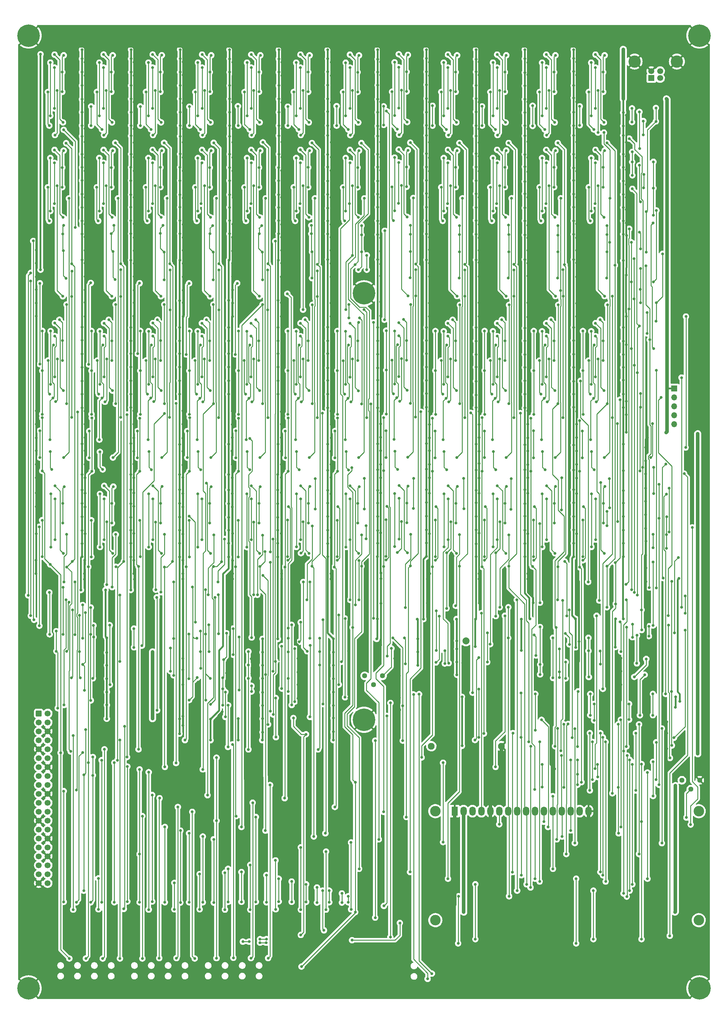
<source format=gbl>
G04 #@! TF.GenerationSoftware,KiCad,Pcbnew,(6.0.8-1)-1*
G04 #@! TF.CreationDate,2022-11-09T18:22:42-06:00*
G04 #@! TF.ProjectId,q2,71322e6b-6963-4616-945f-706362585858,rev?*
G04 #@! TF.SameCoordinates,Original*
G04 #@! TF.FileFunction,Copper,L2,Bot*
G04 #@! TF.FilePolarity,Positive*
%FSLAX46Y46*%
G04 Gerber Fmt 4.6, Leading zero omitted, Abs format (unit mm)*
G04 Created by KiCad (PCBNEW (6.0.8-1)-1) date 2022-11-09 18:22:42*
%MOMM*%
%LPD*%
G01*
G04 APERTURE LIST*
G04 Aperture macros list*
%AMRoundRect*
0 Rectangle with rounded corners*
0 $1 Rounding radius*
0 $2 $3 $4 $5 $6 $7 $8 $9 X,Y pos of 4 corners*
0 Add a 4 corners polygon primitive as box body*
4,1,4,$2,$3,$4,$5,$6,$7,$8,$9,$2,$3,0*
0 Add four circle primitives for the rounded corners*
1,1,$1+$1,$2,$3*
1,1,$1+$1,$4,$5*
1,1,$1+$1,$6,$7*
1,1,$1+$1,$8,$9*
0 Add four rect primitives between the rounded corners*
20,1,$1+$1,$2,$3,$4,$5,0*
20,1,$1+$1,$4,$5,$6,$7,0*
20,1,$1+$1,$6,$7,$8,$9,0*
20,1,$1+$1,$8,$9,$2,$3,0*%
G04 Aperture macros list end*
G04 #@! TA.AperFunction,ComponentPad*
%ADD10C,3.000000*%
G04 #@! TD*
G04 #@! TA.AperFunction,ComponentPad*
%ADD11R,1.800000X2.600000*%
G04 #@! TD*
G04 #@! TA.AperFunction,ComponentPad*
%ADD12O,1.800000X2.600000*%
G04 #@! TD*
G04 #@! TA.AperFunction,ComponentPad*
%ADD13RoundRect,0.250000X-0.600000X-0.600000X0.600000X-0.600000X0.600000X0.600000X-0.600000X0.600000X0*%
G04 #@! TD*
G04 #@! TA.AperFunction,ComponentPad*
%ADD14C,1.700000*%
G04 #@! TD*
G04 #@! TA.AperFunction,ComponentPad*
%ADD15R,1.700000X1.700000*%
G04 #@! TD*
G04 #@! TA.AperFunction,ComponentPad*
%ADD16C,3.500000*%
G04 #@! TD*
G04 #@! TA.AperFunction,ComponentPad*
%ADD17C,0.800000*%
G04 #@! TD*
G04 #@! TA.AperFunction,ComponentPad*
%ADD18C,6.400000*%
G04 #@! TD*
G04 #@! TA.AperFunction,ComponentPad*
%ADD19C,2.000000*%
G04 #@! TD*
G04 #@! TA.AperFunction,ComponentPad*
%ADD20C,1.948180*%
G04 #@! TD*
G04 #@! TA.AperFunction,ComponentPad*
%ADD21C,1.440000*%
G04 #@! TD*
G04 #@! TA.AperFunction,ComponentPad*
%ADD22O,1.700000X1.700000*%
G04 #@! TD*
G04 #@! TA.AperFunction,ViaPad*
%ADD23C,0.800000*%
G04 #@! TD*
G04 #@! TA.AperFunction,ViaPad*
%ADD24C,1.000000*%
G04 #@! TD*
G04 #@! TA.AperFunction,Conductor*
%ADD25C,0.500000*%
G04 #@! TD*
G04 #@! TA.AperFunction,Conductor*
%ADD26C,1.000000*%
G04 #@! TD*
G04 #@! TA.AperFunction,Conductor*
%ADD27C,0.250000*%
G04 #@! TD*
G04 APERTURE END LIST*
D10*
X168500900Y-290000700D03*
X168500900Y-259000000D03*
X243499480Y-290000700D03*
X243500000Y-259000000D03*
D11*
X174000000Y-259000000D03*
D12*
X176540000Y-259000000D03*
X179080000Y-259000000D03*
X181620000Y-259000000D03*
X184160000Y-259000000D03*
X186700000Y-259000000D03*
X189240000Y-259000000D03*
X191780000Y-259000000D03*
X194320000Y-259000000D03*
X196860000Y-259000000D03*
X199400000Y-259000000D03*
X201940000Y-259000000D03*
X204480000Y-259000000D03*
X207020000Y-259000000D03*
X209560000Y-259000000D03*
X212100000Y-259000000D03*
D13*
X55600000Y-231200000D03*
D14*
X58140000Y-231200000D03*
X55600000Y-233740000D03*
X58140000Y-233740000D03*
X55600000Y-236280000D03*
X58140000Y-236280000D03*
X55600000Y-238820000D03*
X58140000Y-238820000D03*
X55600000Y-241360000D03*
X58140000Y-241360000D03*
X55600000Y-243900000D03*
X58140000Y-243900000D03*
X55600000Y-246440000D03*
X58140000Y-246440000D03*
X55600000Y-248980000D03*
X58140000Y-248980000D03*
X55600000Y-251520000D03*
X58140000Y-251520000D03*
X55600000Y-254060000D03*
X58140000Y-254060000D03*
X55600000Y-256600000D03*
X58140000Y-256600000D03*
X55600000Y-259140000D03*
X58140000Y-259140000D03*
X55600000Y-261680000D03*
X58140000Y-261680000D03*
X55600000Y-264220000D03*
X58140000Y-264220000D03*
X55600000Y-266760000D03*
X58140000Y-266760000D03*
X55600000Y-269300000D03*
X58140000Y-269300000D03*
X55600000Y-271840000D03*
X58140000Y-271840000D03*
X55600000Y-274380000D03*
X58140000Y-274380000D03*
X55600000Y-276920000D03*
X58140000Y-276920000D03*
X55600000Y-279460000D03*
X58140000Y-279460000D03*
D15*
X230000000Y-50500000D03*
D14*
X232500000Y-50500000D03*
X232500000Y-48500000D03*
X230000000Y-48500000D03*
D16*
X225230000Y-45790000D03*
X237270000Y-45790000D03*
D17*
X149897056Y-231302944D03*
X149897056Y-234697056D03*
X150600000Y-233000000D03*
X148200000Y-235400000D03*
X146502944Y-234697056D03*
X146502944Y-231302944D03*
X148200000Y-230600000D03*
X145800000Y-233000000D03*
D18*
X148200000Y-233000000D03*
D17*
X52700000Y-36000000D03*
D18*
X52700000Y-38400000D03*
D17*
X54397056Y-40097056D03*
X51002944Y-40097056D03*
X54397056Y-36702944D03*
X51002944Y-36702944D03*
X55100000Y-38400000D03*
X50300000Y-38400000D03*
X52700000Y-40800000D03*
X52700000Y-307000000D03*
X55100000Y-309400000D03*
X52700000Y-311800000D03*
D18*
X52700000Y-309400000D03*
D17*
X50300000Y-309400000D03*
X54397056Y-311097056D03*
X54397056Y-307702944D03*
X51002944Y-307702944D03*
X51002944Y-311097056D03*
X243700000Y-36000000D03*
X242002944Y-40097056D03*
X241300000Y-38400000D03*
X243700000Y-40800000D03*
X245397056Y-36702944D03*
X246100000Y-38400000D03*
X242002944Y-36702944D03*
X245397056Y-40097056D03*
D18*
X243700000Y-38400000D03*
D17*
X242002944Y-307702944D03*
X241300000Y-309400000D03*
X242002944Y-311097056D03*
D18*
X243700000Y-309400000D03*
D17*
X246100000Y-309400000D03*
X245397056Y-307702944D03*
X243700000Y-307000000D03*
X243700000Y-311800000D03*
X245397056Y-311097056D03*
D19*
X177200000Y-210600000D03*
D20*
X167350900Y-240500000D03*
X187348320Y-240500000D03*
D21*
X148400000Y-220500000D03*
X150940000Y-223040000D03*
X153480000Y-220500000D03*
D17*
X146502944Y-113397056D03*
X148200000Y-109300000D03*
X150600000Y-111700000D03*
X149897056Y-110002944D03*
X149897056Y-113397056D03*
X148200000Y-114100000D03*
X145800000Y-111700000D03*
D18*
X148200000Y-111700000D03*
D17*
X146502944Y-110002944D03*
D21*
X238700000Y-250200000D03*
X241240000Y-252740000D03*
X243780000Y-250200000D03*
D15*
X236525000Y-138750000D03*
D22*
X236525000Y-141290000D03*
X236525000Y-143830000D03*
X236525000Y-146370000D03*
X236525000Y-148910000D03*
D23*
X129400000Y-219500000D03*
X129400000Y-223000000D03*
X129400000Y-215600000D03*
X129400000Y-226900000D03*
X129500000Y-230700000D03*
X96700000Y-110800000D03*
X96720000Y-84580000D03*
X96720000Y-57580000D03*
X96720000Y-76920000D03*
X96720000Y-68720000D03*
X96720000Y-92080000D03*
X96700000Y-118300000D03*
X96720000Y-64920000D03*
X96700000Y-99500000D03*
X96700000Y-107000000D03*
X96700000Y-103200000D03*
X96720000Y-45900000D03*
X96700000Y-114400000D03*
X96720000Y-73080000D03*
X96720000Y-49620000D03*
X96720000Y-95820000D03*
X110850000Y-68750000D03*
X110930000Y-84470000D03*
X110870000Y-76870000D03*
X110830000Y-73070000D03*
X110850000Y-64950000D03*
X110742301Y-103157699D03*
X110757699Y-114457699D03*
X110870000Y-45950000D03*
X110742301Y-106957699D03*
X110800000Y-95757699D03*
X110830000Y-92070000D03*
X110950000Y-49750000D03*
X110742301Y-118257699D03*
X110742301Y-110757699D03*
X68700000Y-187600000D03*
X54900000Y-91950000D03*
X110677699Y-148977699D03*
X194850000Y-148950000D03*
X124700000Y-168400000D03*
X116100000Y-215675000D03*
X208750000Y-156560000D03*
X96600000Y-164100000D03*
X166850000Y-95730000D03*
X231100000Y-236875000D03*
X138780000Y-181220000D03*
X128924999Y-192934999D03*
X194850000Y-84450000D03*
X54900000Y-172400000D03*
X194850000Y-152850000D03*
X124745060Y-99454940D03*
X208750000Y-168650000D03*
X54900000Y-77000000D03*
X138830000Y-99470000D03*
X138825060Y-76820000D03*
X152950000Y-156450000D03*
X194850000Y-145150000D03*
X68750000Y-148900000D03*
X110677699Y-145177699D03*
X194850000Y-92350000D03*
X82750000Y-72950000D03*
X124700000Y-152700000D03*
X166150000Y-226850000D03*
X166850000Y-164150000D03*
X194850000Y-168600000D03*
X180950000Y-102950000D03*
X96600000Y-180200000D03*
X68800000Y-73050000D03*
X82700000Y-118200000D03*
X158300000Y-226700000D03*
X124700000Y-148900000D03*
X152950000Y-57250000D03*
X82750000Y-84450000D03*
X82700000Y-172300000D03*
X138825060Y-92120000D03*
X166850000Y-160350000D03*
X147500000Y-284050000D03*
X180950000Y-57350000D03*
X54900000Y-107000000D03*
X180950000Y-99450000D03*
X82700000Y-145100000D03*
X208750000Y-73150000D03*
X190475000Y-211975000D03*
X222933347Y-95258979D03*
X82700000Y-191400000D03*
X166850000Y-118250000D03*
X54850000Y-187600000D03*
X222850000Y-126300000D03*
X152950000Y-76750000D03*
X110750000Y-191450000D03*
X68750000Y-168550000D03*
X143900000Y-226700000D03*
X147700000Y-290400000D03*
X208750000Y-160350000D03*
X110767301Y-187682699D03*
X124800000Y-73000000D03*
X194850000Y-160450000D03*
X166850000Y-106950000D03*
X221350000Y-219225000D03*
X194850000Y-106750000D03*
X124745060Y-92100000D03*
X180950000Y-95910000D03*
X68750000Y-164150000D03*
X194850000Y-57250000D03*
X181000000Y-192980000D03*
X222850000Y-84400000D03*
X54900000Y-160400000D03*
X110677699Y-164177699D03*
X180950000Y-145250000D03*
X82750000Y-103250000D03*
X176300000Y-216800000D03*
X138780000Y-107020000D03*
X68800000Y-68700000D03*
X124710000Y-192930000D03*
X216550000Y-231650000D03*
X54900000Y-110700000D03*
D24*
X211900000Y-285625000D03*
D23*
X82750000Y-68850000D03*
X153000000Y-199925000D03*
X228418329Y-199191671D03*
X152950000Y-103350000D03*
X194850000Y-73050000D03*
X166050000Y-230500000D03*
X124710000Y-191470000D03*
X96600000Y-160500000D03*
X166850000Y-92050000D03*
X152950000Y-211750000D03*
X166850000Y-46000000D03*
X222850000Y-142400000D03*
X68750000Y-110750000D03*
X54900000Y-84600000D03*
X208925000Y-219800000D03*
X96600000Y-223050000D03*
X166850000Y-152850000D03*
X166850000Y-103150000D03*
X194850000Y-64950000D03*
X124700000Y-180000000D03*
X228418329Y-182236658D03*
X138857699Y-148997699D03*
X124745060Y-76800000D03*
X241725000Y-141275000D03*
X68750000Y-64900000D03*
X96600000Y-148900000D03*
X138825060Y-84420000D03*
X82800000Y-193030000D03*
X152950000Y-45900000D03*
X138830000Y-191470000D03*
X152950000Y-152650000D03*
X208750000Y-99450000D03*
X228350001Y-155525001D03*
X152950000Y-49650000D03*
X109150000Y-223200002D03*
X198800000Y-230500000D03*
X152950000Y-84450000D03*
X194850000Y-114350000D03*
X180950000Y-152750000D03*
X54900000Y-114450000D03*
X54900000Y-145100000D03*
X68750000Y-114300000D03*
X221325000Y-215450000D03*
X152950000Y-95900000D03*
X110722301Y-152777699D03*
X234400000Y-241200000D03*
X68750000Y-103100000D03*
X124795060Y-46000000D03*
X96600000Y-145100000D03*
X158300000Y-220500000D03*
X208750000Y-95940000D03*
X180950000Y-114350000D03*
X54900000Y-64950000D03*
X166850000Y-145250000D03*
X54900000Y-168450000D03*
X110722301Y-160377699D03*
X96600000Y-192980000D03*
X208750000Y-164250000D03*
X221170000Y-227500000D03*
X152950000Y-164150000D03*
X180950000Y-160150000D03*
X208750000Y-152750000D03*
X208750000Y-49650000D03*
X152950000Y-168450000D03*
X208750000Y-91950000D03*
X225100000Y-234580000D03*
X234400000Y-236800000D03*
X96600000Y-168700000D03*
X153000000Y-191300000D03*
X106700000Y-236000000D03*
X54900000Y-99400000D03*
X222850000Y-68750000D03*
X241675000Y-152700000D03*
X225090000Y-227480000D03*
X138800000Y-192940000D03*
X68750000Y-118250000D03*
X194850000Y-46100000D03*
D24*
X184125000Y-285625000D03*
D23*
X82750000Y-114350000D03*
X138830000Y-114470000D03*
X138880000Y-73020000D03*
X180950000Y-106950000D03*
X234400000Y-246125000D03*
X82750000Y-57350000D03*
X138780000Y-164120000D03*
X68750000Y-92050000D03*
X110750000Y-192930000D03*
X110622301Y-156577699D03*
X82700000Y-148900000D03*
X68750000Y-84450000D03*
X138900000Y-65000000D03*
X208750000Y-64750000D03*
X153000000Y-192850000D03*
X68750000Y-49800000D03*
X208750000Y-103050000D03*
X166850000Y-68750000D03*
X54900000Y-49800000D03*
X68650000Y-191400000D03*
X138900000Y-46000000D03*
X208750000Y-84450000D03*
X138800000Y-160400000D03*
X110767301Y-180032699D03*
X194850000Y-164150000D03*
X138780000Y-168780000D03*
X124800000Y-68700000D03*
X82750000Y-110850000D03*
X181025000Y-199775000D03*
X124700000Y-107000000D03*
X202500000Y-246950000D03*
X190475000Y-223150000D03*
X208700000Y-191400000D03*
X166850000Y-84450000D03*
X152950000Y-179850000D03*
X152950000Y-68650000D03*
X180950000Y-76950000D03*
X180950000Y-164250000D03*
X152950000Y-106750000D03*
X82700000Y-180000000D03*
X96600000Y-172500000D03*
X222850000Y-146250000D03*
X234400000Y-233600000D03*
X68650000Y-193080000D03*
X68750000Y-160350000D03*
X228400000Y-170900000D03*
X82750000Y-106950000D03*
X222850000Y-151250000D03*
X152950000Y-114150000D03*
X143800000Y-213480000D03*
X166850000Y-180050000D03*
X180950000Y-84450000D03*
X228400000Y-167100000D03*
X158350000Y-230175000D03*
X82700000Y-160300000D03*
X54900000Y-156500000D03*
X82750000Y-76850000D03*
X54900000Y-148950000D03*
X194850000Y-156550000D03*
X138802301Y-156597699D03*
X194850000Y-99450000D03*
X124700000Y-164100000D03*
X109100000Y-219700000D03*
X68750000Y-172450000D03*
X208925000Y-223100000D03*
X116300000Y-219900000D03*
X194850000Y-77150000D03*
X208750000Y-114550000D03*
X180950000Y-168550000D03*
X124700000Y-160400000D03*
X68750000Y-145200000D03*
X194876152Y-191476152D03*
X222850000Y-80800000D03*
X180950000Y-64950000D03*
X216550000Y-235750000D03*
X208750000Y-145250000D03*
X228418329Y-189818329D03*
X152950000Y-65050000D03*
X54900000Y-95750000D03*
X180950000Y-68850000D03*
X82750000Y-91950000D03*
X138875060Y-49820000D03*
X166850000Y-73150000D03*
X138780000Y-118320000D03*
X96600000Y-215600000D03*
X110782301Y-99617699D03*
X208750000Y-118250000D03*
X221375000Y-223025000D03*
X152950000Y-160350000D03*
X96600000Y-187600000D03*
X166850000Y-99350000D03*
X208750000Y-76950000D03*
X190425000Y-199750000D03*
X209374999Y-210774999D03*
X180950000Y-118250000D03*
X222850000Y-72750000D03*
X228899999Y-152699999D03*
X222850000Y-118250000D03*
X124700000Y-118300000D03*
X194850000Y-118450000D03*
X166850000Y-64850000D03*
X222850000Y-76500000D03*
X124700000Y-156600000D03*
X54850000Y-191450000D03*
X166850000Y-156450000D03*
X194850000Y-49550000D03*
X124800000Y-64900000D03*
X194850000Y-180050000D03*
X124800000Y-57400000D03*
X82750000Y-99550000D03*
X138800000Y-145200000D03*
X138825060Y-95785060D03*
X208750000Y-57250000D03*
X194850000Y-95970000D03*
X180950000Y-92150000D03*
X166850000Y-57350000D03*
X96600000Y-231980000D03*
X54900000Y-152850000D03*
D24*
X160925000Y-285625000D03*
D23*
X96600000Y-156600000D03*
X180950000Y-179950000D03*
X96600000Y-218775000D03*
X68750000Y-95650000D03*
X82700000Y-152800000D03*
X166200000Y-199800000D03*
X82750000Y-46000000D03*
X194860000Y-192970000D03*
X208640000Y-192940000D03*
X82700000Y-168500000D03*
X206175000Y-223050000D03*
X166850000Y-49750000D03*
X180950000Y-149050000D03*
X138830000Y-103170000D03*
X82700000Y-156600000D03*
X82750000Y-95850000D03*
X222850000Y-106500000D03*
X228355046Y-186150000D03*
X228400000Y-163100000D03*
X138880000Y-68720000D03*
X194850000Y-103150000D03*
X228400000Y-178600000D03*
X180950000Y-49650000D03*
X110667301Y-168632699D03*
X166850000Y-168550000D03*
X82700000Y-187600000D03*
X152950000Y-148850000D03*
X138857699Y-152797699D03*
X166900000Y-191400000D03*
X228350001Y-159349999D03*
X110667301Y-172432699D03*
X180950000Y-156650000D03*
X208750000Y-68650000D03*
X228418329Y-193706671D03*
X82750000Y-49800000D03*
X208750000Y-180050000D03*
X54900000Y-180050000D03*
X166850000Y-76950000D03*
X54800000Y-57400000D03*
X152950000Y-118150000D03*
X96625000Y-234650000D03*
X152950000Y-99750000D03*
X180950000Y-45900000D03*
X228430000Y-205730000D03*
X124745060Y-95764940D03*
X190450000Y-230500000D03*
X54900000Y-164150000D03*
X166200000Y-211600000D03*
X216600000Y-227500000D03*
X208750000Y-107050000D03*
X208975000Y-216775000D03*
X107800000Y-230700000D03*
X228400000Y-174700000D03*
X54900000Y-118200000D03*
X54900000Y-72900000D03*
X181000000Y-191400000D03*
X54900000Y-68750000D03*
X54900000Y-103100000D03*
X68750000Y-156500000D03*
X227975000Y-229025000D03*
X124745060Y-103145060D03*
X208750000Y-148950000D03*
X152950000Y-72950000D03*
X129300000Y-234500000D03*
X110795060Y-57300000D03*
X206262500Y-230287500D03*
X68750000Y-106900000D03*
X194850000Y-68550000D03*
X222850000Y-91709712D03*
X68750000Y-76850000D03*
X82700000Y-164200000D03*
X184100000Y-230500000D03*
X124795060Y-49800000D03*
D24*
X173975000Y-285625000D03*
D23*
X166850000Y-114450000D03*
X96600000Y-191400000D03*
X196375000Y-199750000D03*
X54900000Y-45900000D03*
X143200000Y-192910000D03*
X156900000Y-215600000D03*
X166850000Y-149050000D03*
X96600000Y-152900000D03*
X138875060Y-57424940D03*
X222850000Y-87900001D03*
X82750000Y-64950000D03*
X124700000Y-114400000D03*
X152950000Y-91950000D03*
X180950000Y-72750000D03*
X68750000Y-46000000D03*
X68750000Y-180050000D03*
X222850000Y-61050000D03*
X208750000Y-45900000D03*
X68750000Y-152700000D03*
X68750000Y-57400000D03*
X166200000Y-192970000D03*
X124745060Y-84400000D03*
X152950000Y-145250000D03*
X68750000Y-99450000D03*
X124700000Y-145400000D03*
X236900000Y-226500000D03*
X176100000Y-240400000D03*
X176100000Y-226500000D03*
X236875000Y-229425000D03*
X139500000Y-217500000D03*
X139500000Y-221300000D03*
X139500000Y-225100000D03*
X139500000Y-228900000D03*
X139500000Y-213800000D03*
X95720000Y-140340000D03*
X95720000Y-136540000D03*
X95720000Y-132690000D03*
X95720000Y-128890000D03*
X95720000Y-125240000D03*
X95720000Y-121440000D03*
X95670000Y-163240000D03*
X95670000Y-186690000D03*
X95670000Y-182790000D03*
X95670000Y-179090000D03*
X95670000Y-175390000D03*
X95670000Y-171490000D03*
X95670000Y-167590000D03*
X109695060Y-140357699D03*
X109695060Y-136557699D03*
X109695060Y-132707699D03*
X109695060Y-128907699D03*
X109695060Y-125257699D03*
X109695060Y-121457699D03*
X109645060Y-163257699D03*
X109645060Y-186707699D03*
X109645060Y-182807699D03*
X109645060Y-179107699D03*
X109645060Y-175407699D03*
X109645060Y-171507699D03*
X109645060Y-167607699D03*
X123695060Y-140357699D03*
X123695060Y-136557699D03*
X123695060Y-132707699D03*
X123695060Y-128907699D03*
X123695060Y-125257699D03*
X123695060Y-121457699D03*
X123645060Y-163257699D03*
X123645060Y-186707699D03*
X123645060Y-182807699D03*
X123645060Y-179107699D03*
X123645060Y-175407699D03*
X123645060Y-171507699D03*
X123645060Y-167607699D03*
X123945060Y-42445060D03*
X123895060Y-79657699D03*
X123895060Y-83657699D03*
X123895060Y-87257699D03*
X123895060Y-91057699D03*
X123795060Y-102257699D03*
X123895060Y-75907699D03*
X123945060Y-72107699D03*
X123945060Y-64007699D03*
X123945060Y-60207699D03*
X123945060Y-56407699D03*
X123945060Y-52607699D03*
X123945060Y-48807699D03*
X123945060Y-45007699D03*
X109900000Y-42400000D03*
X109895060Y-79657699D03*
X109895060Y-83657699D03*
X109895060Y-87257699D03*
X109895060Y-91057699D03*
X109795060Y-102257699D03*
X109895060Y-75907699D03*
X109945060Y-72107699D03*
X109945060Y-64007699D03*
X109945060Y-60207699D03*
X109945060Y-56407699D03*
X109945060Y-52607699D03*
X109945060Y-48807699D03*
X109945060Y-45007699D03*
X95820000Y-79640000D03*
X95820000Y-83640000D03*
X95820000Y-87240000D03*
X95820000Y-91040000D03*
X95820000Y-94740000D03*
X95820000Y-102240000D03*
X95820000Y-75890000D03*
X95870000Y-72090000D03*
X95870000Y-63990000D03*
X95870000Y-60190000D03*
X95870000Y-56390000D03*
X95870000Y-52590000D03*
X95870000Y-48790000D03*
X95870000Y-42390000D03*
X95870000Y-44990000D03*
X152100000Y-45100000D03*
X152100000Y-67000000D03*
X81850000Y-125250000D03*
X166000000Y-179000000D03*
X152100000Y-52500000D03*
X194000000Y-186600000D03*
X123675000Y-210000000D03*
X222000000Y-154580000D03*
X95870000Y-67030000D03*
X81850000Y-128900000D03*
X67900000Y-128950000D03*
X123695060Y-154574940D03*
X137900000Y-79800000D03*
X207900000Y-94900000D03*
X222000000Y-129100000D03*
X207900000Y-167600000D03*
X174649999Y-220200000D03*
X137900000Y-175200000D03*
X67900000Y-136650000D03*
X151800000Y-210000000D03*
X180100000Y-136700000D03*
X222000000Y-175200000D03*
X67900000Y-140350000D03*
X67900000Y-171450000D03*
X67900000Y-42400000D03*
X166000000Y-186500000D03*
X194000000Y-95100000D03*
X208450000Y-212400000D03*
X180100000Y-144200000D03*
X67900000Y-75900000D03*
X67900000Y-67050000D03*
X151980000Y-204280000D03*
X194000000Y-125200000D03*
X166000000Y-56300000D03*
X179900000Y-212200000D03*
X95720000Y-113770000D03*
X194000000Y-154740000D03*
X234500000Y-74400000D03*
X194000000Y-72200000D03*
X194000000Y-60300000D03*
X180100000Y-60100000D03*
X180100000Y-121400000D03*
X139500000Y-232500000D03*
X152100000Y-167700000D03*
X75000000Y-217500000D03*
X192975000Y-204350000D03*
X207900000Y-175200000D03*
X174550000Y-204350000D03*
X81850000Y-83650000D03*
X180100000Y-48700000D03*
X67900000Y-87300000D03*
X137854940Y-42445060D03*
X67900000Y-79600000D03*
X152100000Y-102100000D03*
X104500000Y-232800000D03*
X243200011Y-187950011D03*
X81800000Y-182800000D03*
X234500000Y-97300000D03*
X137900000Y-48700000D03*
X104500000Y-238800000D03*
X166000000Y-136500000D03*
X152100000Y-132900000D03*
X67900000Y-91100000D03*
X95720000Y-154690000D03*
X81800000Y-163250000D03*
X222000000Y-64100000D03*
X137900000Y-91100000D03*
X139500000Y-236400000D03*
X180100000Y-75800000D03*
X207900000Y-66800000D03*
X123945060Y-66854940D03*
X207900000Y-182800000D03*
X222000000Y-75900000D03*
X152100000Y-140500000D03*
X137900000Y-72200000D03*
X194000000Y-102100000D03*
X152100000Y-64100000D03*
X67900000Y-144250000D03*
X166000000Y-79600000D03*
X207900000Y-144100000D03*
X166000000Y-75800000D03*
X234500000Y-59300000D03*
X152100000Y-136400000D03*
X137900000Y-56400000D03*
X208425000Y-204325000D03*
X219775000Y-212325000D03*
X207900000Y-64000000D03*
X67900000Y-175300000D03*
X192950000Y-213275000D03*
X152100000Y-129000000D03*
X194000000Y-83400000D03*
X180100000Y-67000000D03*
X180100000Y-52600000D03*
X243200011Y-213649989D03*
X194000000Y-66900000D03*
X194000000Y-175100000D03*
X222000000Y-94900000D03*
X222000000Y-66800000D03*
X222000000Y-162100000D03*
X67900000Y-102200000D03*
X137900000Y-171400000D03*
X222000000Y-179100000D03*
X152100000Y-171400000D03*
X67900000Y-94800000D03*
X180100000Y-171300000D03*
X222000000Y-91100000D03*
X152100000Y-75800000D03*
X152100000Y-161900000D03*
X152100000Y-95000000D03*
X207900000Y-121400000D03*
X243200011Y-151650011D03*
X75000000Y-221300000D03*
X222000000Y-136400000D03*
X137900000Y-167700000D03*
X152100000Y-121400000D03*
X207900000Y-140400000D03*
X152100000Y-56500000D03*
X137900000Y-140400000D03*
X222000000Y-102400000D03*
X165150000Y-204350000D03*
X234500000Y-136800000D03*
X194000000Y-45000000D03*
X222000000Y-60300000D03*
X222000000Y-167800000D03*
X67900000Y-121350000D03*
X81900000Y-64000000D03*
X207900000Y-83500000D03*
X207900000Y-102100000D03*
X88000000Y-213690000D03*
X166000000Y-48700000D03*
D24*
X243225000Y-232950000D03*
D23*
X180100000Y-183000000D03*
X179950000Y-204350000D03*
X81850000Y-136550000D03*
X194000000Y-182900000D03*
X137900000Y-186600000D03*
X163500000Y-213700000D03*
X166000000Y-140200000D03*
X194000000Y-87400000D03*
X81800000Y-175400000D03*
X194000000Y-75700000D03*
X67900000Y-52600000D03*
X137900000Y-45000000D03*
X88000000Y-228560000D03*
X166000000Y-167600000D03*
X207900000Y-91100000D03*
X166000000Y-83300000D03*
X180100000Y-83400000D03*
X180100000Y-87300000D03*
X180100000Y-45100000D03*
X222000000Y-45100000D03*
X67900000Y-132800000D03*
X166000000Y-66800000D03*
X137900000Y-179100000D03*
X152100000Y-144300000D03*
X81800000Y-186700000D03*
X74960000Y-232710000D03*
X75000000Y-228800000D03*
X137900000Y-136500000D03*
X152100000Y-87200000D03*
X109895060Y-94757699D03*
X243200011Y-180400011D03*
X166000000Y-175100000D03*
X207900000Y-125100000D03*
X207900000Y-154880000D03*
X67600000Y-196075000D03*
X152100000Y-48800000D03*
X139500001Y-238800000D03*
X166000000Y-72000000D03*
X166000000Y-87200000D03*
X222000000Y-79800000D03*
X166000000Y-154450000D03*
X166000000Y-161700000D03*
X166000000Y-91000000D03*
X137900000Y-75800000D03*
X180100000Y-129100000D03*
X234500000Y-120200000D03*
X81850000Y-75900000D03*
X81850000Y-94750000D03*
X234500000Y-62900000D03*
X207900000Y-179000000D03*
X219825000Y-204325000D03*
D24*
X222000000Y-56400000D03*
D23*
X81850000Y-140350000D03*
X180100000Y-125300000D03*
X81900000Y-45000000D03*
X163500000Y-210000000D03*
X137900000Y-132900000D03*
X152100000Y-60200000D03*
X152100000Y-79800000D03*
X137900000Y-52500000D03*
X95670000Y-232710000D03*
X137900000Y-128900000D03*
X81900000Y-60200000D03*
X75000000Y-213900000D03*
X137900000Y-125200000D03*
X180100000Y-132700000D03*
X243200011Y-204100011D03*
X67900000Y-56500000D03*
X67900000Y-83500000D03*
X166000000Y-63900000D03*
X67900000Y-45000000D03*
X194000000Y-48900000D03*
X152100000Y-125200000D03*
X137900000Y-102100000D03*
X67900000Y-186650000D03*
X234500000Y-89600000D03*
X243200011Y-168999989D03*
X234500000Y-85900000D03*
X174649999Y-216549999D03*
X207900000Y-162000000D03*
X243200011Y-165099989D03*
X123695060Y-113695060D03*
D24*
X176600000Y-287700000D03*
D23*
X67900000Y-182850000D03*
X222000000Y-121400000D03*
X194000000Y-144300000D03*
X166000000Y-102200000D03*
X81900000Y-42400000D03*
X194000000Y-167600000D03*
X207900000Y-42400000D03*
X137900000Y-83600000D03*
X207900000Y-79600000D03*
X67900000Y-154530000D03*
X207900000Y-56100000D03*
X81900000Y-66900000D03*
X222000000Y-140400000D03*
D24*
X222000000Y-42300000D03*
D23*
X119300000Y-221200000D03*
X137900000Y-182900000D03*
X81850000Y-132700000D03*
X243200011Y-157499989D03*
X166000000Y-182700000D03*
X243200011Y-217450011D03*
X207900000Y-129000000D03*
X166000000Y-132700000D03*
X222000000Y-83600000D03*
X166000000Y-121400000D03*
D24*
X88000000Y-232700000D03*
D23*
X194000000Y-136600000D03*
X180100000Y-140600000D03*
X243200011Y-176300011D03*
X123895060Y-94757699D03*
X95670000Y-236955000D03*
X207900000Y-136700000D03*
X139500000Y-210000000D03*
X137900000Y-66810000D03*
X207900000Y-76000000D03*
X222000000Y-132800000D03*
X194000000Y-171500000D03*
X180100000Y-91000000D03*
X180100000Y-42400000D03*
X180100000Y-102200000D03*
X243200011Y-161600011D03*
X67900000Y-60200000D03*
X194000000Y-161900000D03*
X88000000Y-224970000D03*
X207900000Y-171300000D03*
X137900000Y-154640000D03*
X119300000Y-232700000D03*
X75000000Y-209700000D03*
X151980000Y-186620000D03*
X180100000Y-64000000D03*
X56100000Y-43700000D03*
X81850000Y-79650000D03*
X222000000Y-125300000D03*
D24*
X236850000Y-251725000D03*
D23*
X75000000Y-225100000D03*
X166000000Y-128900000D03*
X67900000Y-163250000D03*
X166000000Y-42400000D03*
X166000000Y-94800000D03*
X222000000Y-182800000D03*
X137900000Y-94800000D03*
X180100000Y-79700000D03*
X67900000Y-48800000D03*
X180100000Y-72000000D03*
X152100000Y-42400000D03*
X194000000Y-42400000D03*
X81800000Y-196075000D03*
X234500000Y-66500000D03*
X222000000Y-186600000D03*
X166000000Y-171200000D03*
X234225000Y-151300000D03*
X194000000Y-129100000D03*
X243200011Y-184200011D03*
X207900000Y-72100000D03*
X207900000Y-48600000D03*
X166000000Y-44900000D03*
D24*
X243225000Y-242675000D03*
D23*
X137900000Y-162050000D03*
X67900000Y-125050000D03*
D24*
X234300000Y-56400000D03*
D23*
X163310000Y-204350000D03*
X234500000Y-70600000D03*
X174649999Y-210549999D03*
X222025000Y-204325000D03*
X119300000Y-225200000D03*
X152100000Y-175200000D03*
X152100000Y-154490000D03*
X67900000Y-72100000D03*
X56100000Y-105000000D03*
X194000000Y-79900000D03*
X207900000Y-87200000D03*
X119300000Y-217500000D03*
X166000000Y-125100000D03*
X222000000Y-52600000D03*
X81850000Y-102250000D03*
X243200011Y-195549989D03*
X180100000Y-179000000D03*
X222000000Y-48900000D03*
X81850000Y-154450000D03*
X207900000Y-52600000D03*
X67900000Y-179200000D03*
X119300000Y-228900000D03*
X119300000Y-210000000D03*
D24*
X236750000Y-287700000D03*
D23*
X234500000Y-93400000D03*
X112400000Y-238800000D03*
X137900000Y-60000000D03*
X243200011Y-153799989D03*
X152100000Y-83500000D03*
X194000000Y-52700000D03*
X137900000Y-87500000D03*
X194000000Y-64000000D03*
X119200000Y-238800000D03*
X163500000Y-217500000D03*
X81800000Y-167600000D03*
X243200011Y-172400011D03*
X152100000Y-91100000D03*
X81900000Y-72100000D03*
X81900000Y-56400000D03*
X180100000Y-56300000D03*
X180100000Y-175200000D03*
X243200011Y-209899989D03*
X207900000Y-44900000D03*
X81850000Y-144150000D03*
X74600000Y-196060000D03*
X81800000Y-171500000D03*
X137900000Y-64000000D03*
X137900000Y-121300000D03*
X195475000Y-204325000D03*
X222000000Y-171400000D03*
X109695060Y-113695060D03*
X166000000Y-144100000D03*
X81900000Y-52600000D03*
X152100000Y-72100000D03*
X67900000Y-167650000D03*
X109945060Y-67045060D03*
X81850000Y-87250000D03*
X194000000Y-132800000D03*
X180100000Y-154630000D03*
X166000000Y-52400000D03*
X194000000Y-91100000D03*
X194000000Y-56500000D03*
X180100000Y-167700000D03*
X152100000Y-179200000D03*
X152100000Y-182800000D03*
X81800000Y-179100000D03*
X180100000Y-186600000D03*
X137900000Y-144300000D03*
X234500000Y-82000000D03*
X81850000Y-121450000D03*
X180100000Y-94900000D03*
X207900000Y-186600000D03*
X119300000Y-213800000D03*
X222000000Y-72100000D03*
X109695060Y-154614940D03*
X180100000Y-162000000D03*
X222000000Y-144200000D03*
X81850000Y-91050000D03*
X222000000Y-87300000D03*
X234500000Y-78400000D03*
X119300000Y-236540000D03*
X166000000Y-60200000D03*
X112400000Y-232700000D03*
X67900000Y-64000000D03*
X194000000Y-121600000D03*
X81900000Y-48800000D03*
X207900000Y-60200000D03*
X174649999Y-212849999D03*
X194000000Y-140400000D03*
X207900000Y-132800000D03*
X194000000Y-179100000D03*
X229825000Y-158400000D03*
X145700000Y-250825000D03*
X168425000Y-158477699D03*
X83675000Y-158460000D03*
X111722301Y-158477699D03*
X111700000Y-150800000D03*
X182525000Y-158400000D03*
X196425000Y-158500000D03*
X230325000Y-148775000D03*
X145700000Y-287700000D03*
X144700000Y-161300000D03*
X210325000Y-150900000D03*
X69975000Y-150900000D03*
X198325000Y-220100000D03*
X196425000Y-150800000D03*
X154475059Y-158400000D03*
X168425000Y-150900000D03*
X144974999Y-206725001D03*
X139900000Y-158500000D03*
X130400000Y-303200000D03*
X210325000Y-158500000D03*
X55875000Y-158400000D03*
X198300000Y-206625001D03*
X83675000Y-150900000D03*
X154500000Y-150800000D03*
X125822301Y-158477699D03*
X55875000Y-150800000D03*
X139902301Y-150897699D03*
X97876234Y-150900000D03*
X69975000Y-158500000D03*
X125800000Y-150900000D03*
X198350000Y-217300000D03*
X182525000Y-150900000D03*
X97876234Y-158423766D03*
X167700000Y-189500000D03*
X167700000Y-162300000D03*
X106200000Y-261700000D03*
X106200000Y-243775000D03*
X106200000Y-300800000D03*
X167700000Y-147200000D03*
X164600000Y-243700000D03*
X99300000Y-259200000D03*
X153800000Y-162100000D03*
X153800000Y-147100000D03*
X153800000Y-259200000D03*
X153800000Y-189400000D03*
X100000000Y-300900000D03*
X85100000Y-260400000D03*
X112500000Y-162300000D03*
X111800000Y-260400000D03*
X111650000Y-189500000D03*
X112500000Y-147200000D03*
X85100000Y-300900000D03*
X116500000Y-256600000D03*
X195700000Y-147200000D03*
X196800000Y-252810000D03*
X196200000Y-189400000D03*
X116000000Y-300800000D03*
X195700000Y-162300000D03*
X140680000Y-162320000D03*
X140680687Y-147136873D03*
X94800000Y-300800000D03*
X139900000Y-257800000D03*
X95200000Y-257800000D03*
X139760000Y-189570000D03*
X126600000Y-162300000D03*
X125600000Y-255300000D03*
X89900000Y-300800000D03*
X125680000Y-189550000D03*
X90000000Y-255300000D03*
X126600687Y-147116873D03*
X209600000Y-189600000D03*
X120900000Y-300800000D03*
X209600000Y-162300000D03*
X210110000Y-250750000D03*
X209600000Y-147950000D03*
X121450000Y-251550000D03*
X68925001Y-235775001D03*
X136800000Y-292900000D03*
X68400000Y-248700000D03*
X136400000Y-281600000D03*
X144800000Y-295700000D03*
X68400000Y-281600000D03*
X158400000Y-290800000D03*
X56600000Y-147100003D03*
X58874999Y-188824999D03*
X61800000Y-242400000D03*
X56600000Y-162200000D03*
X64300000Y-300900000D03*
X69000000Y-300900000D03*
X70700000Y-162300000D03*
X69700000Y-189500000D03*
X69700000Y-245200000D03*
X70700000Y-147150000D03*
X73800000Y-300900000D03*
X84000000Y-189400000D03*
X84400000Y-162300000D03*
X74300000Y-241400000D03*
X84000000Y-241400000D03*
X84400000Y-147200000D03*
X98601234Y-147109709D03*
X78700000Y-238800000D03*
X97200000Y-238800000D03*
X97600000Y-189500000D03*
X78700000Y-300900000D03*
X98500000Y-162300000D03*
X181800000Y-189500000D03*
X181800000Y-147100000D03*
X181800000Y-162300000D03*
X111000000Y-300700000D03*
X182345000Y-236920000D03*
X110800000Y-240000000D03*
X70500000Y-64000000D03*
X70500000Y-58560000D03*
X60200000Y-66700000D03*
X60825000Y-54000000D03*
X66000000Y-93000000D03*
X62700000Y-65200000D03*
X74054940Y-47492301D03*
X74054940Y-59092301D03*
X116100000Y-59100000D03*
X116100000Y-47500000D03*
X102100000Y-59100000D03*
X102100000Y-47500000D03*
X88024940Y-59082301D03*
X88024940Y-47482301D03*
X130100000Y-47500000D03*
X130100000Y-59100000D03*
X144180000Y-47520000D03*
X144180000Y-59120000D03*
X158100000Y-47400000D03*
X158100000Y-59000000D03*
X172100000Y-47500000D03*
X172100000Y-59100000D03*
X186100000Y-47500000D03*
X186100000Y-59100000D03*
X200100000Y-47500000D03*
X200100000Y-59100000D03*
X214100000Y-47500000D03*
X214100000Y-59100000D03*
X60100000Y-47500000D03*
X60100000Y-59100000D03*
X154575001Y-59875001D03*
X154800000Y-214900000D03*
X232200000Y-166000000D03*
X232200000Y-251500000D03*
X68074999Y-242325001D03*
X66300000Y-284900000D03*
X64950001Y-103300000D03*
X64675000Y-242000000D03*
X208970010Y-251475000D03*
X63400000Y-69000000D03*
X63550000Y-189550000D03*
X208970010Y-244400000D03*
X65125000Y-187975000D03*
X232225734Y-175725734D03*
X208970010Y-248525000D03*
X63500000Y-114900000D03*
X225600000Y-236800000D03*
X66300001Y-252999999D03*
X225600000Y-253100000D03*
X212500000Y-253100000D03*
X66700000Y-145500000D03*
X62700000Y-284800000D03*
X63500000Y-143100000D03*
X62700000Y-253300000D03*
X212500000Y-236800000D03*
X63400000Y-107450000D03*
X62600000Y-99600000D03*
X62700000Y-92400000D03*
X62450000Y-94800000D03*
X142833919Y-204200000D03*
X154100000Y-93930001D03*
X154000000Y-119200000D03*
X150900001Y-204149999D03*
X142800000Y-226600000D03*
X150900001Y-119999999D03*
X60084940Y-74612301D03*
X60084940Y-86212301D03*
X74044940Y-74612301D03*
X74044940Y-86212301D03*
X116090000Y-74620000D03*
X102090000Y-74620000D03*
X88014940Y-86202301D03*
X88014940Y-74602301D03*
X130100000Y-74600000D03*
X130000000Y-86200000D03*
X144180000Y-74620000D03*
X144080000Y-86220000D03*
X158100000Y-74500000D03*
X158000000Y-86100000D03*
X172100000Y-74600000D03*
X172000000Y-86200000D03*
X186100000Y-74600000D03*
X186000000Y-86200000D03*
X200100000Y-74600000D03*
X200000000Y-86200000D03*
X214100000Y-74600000D03*
X214000000Y-86200000D03*
X101800000Y-86200000D03*
X141725000Y-216500000D03*
X115990000Y-86220000D03*
X115693681Y-153006319D03*
X205500000Y-208470000D03*
X116200000Y-209600000D03*
X206675000Y-211550000D03*
X60899940Y-130360000D03*
X55900000Y-108850000D03*
X60424999Y-142524999D03*
X55875000Y-131850000D03*
X76410000Y-112550000D03*
X74769940Y-81100000D03*
X78960000Y-112600000D03*
X78970001Y-147020000D03*
X78910001Y-105000000D03*
X65875000Y-193825000D03*
X93975000Y-193825000D03*
X65925000Y-208800000D03*
X93975000Y-220350000D03*
X63500000Y-180300000D03*
X62800000Y-193825000D03*
X93975000Y-209850000D03*
X98325000Y-221300000D03*
X71180000Y-206200000D03*
X71000000Y-221200000D03*
X55780000Y-206250000D03*
X55750000Y-178100000D03*
X71200000Y-209480000D03*
X98325000Y-208600000D03*
X60224940Y-170172301D03*
X60224940Y-181772301D03*
X74225000Y-170175000D03*
X74225000Y-181775000D03*
X88095000Y-170165000D03*
X88095000Y-181765000D03*
X102070060Y-170182699D03*
X102070060Y-181782699D03*
X106660000Y-193825000D03*
X132000000Y-213500000D03*
X130900000Y-193825000D03*
X108500000Y-181600000D03*
X78910001Y-103300000D03*
X79800060Y-188002699D03*
X214710000Y-249260000D03*
X230475000Y-188100000D03*
X77975000Y-244500000D03*
X73500000Y-284900000D03*
X77400000Y-68900000D03*
X234880000Y-206120000D03*
X230500001Y-206179999D03*
X73500000Y-244500000D03*
X235300000Y-243875000D03*
X214675000Y-245700000D03*
X77550000Y-189499999D03*
X60174940Y-123872301D03*
X60174940Y-135472301D03*
X74919940Y-130380000D03*
X74444999Y-142544999D03*
X69836501Y-131936501D03*
X70400000Y-108750000D03*
X74154940Y-66692301D03*
X74779940Y-53992301D03*
X77460000Y-114900000D03*
X77520000Y-143120000D03*
X70425000Y-284900000D03*
X71000000Y-243600000D03*
X80725000Y-243600000D03*
X213225000Y-239300000D03*
X231400000Y-239400000D03*
X71000000Y-248800000D03*
X80700000Y-146200000D03*
X213225000Y-250000000D03*
X231370000Y-250000000D03*
X77000000Y-92400000D03*
X77360000Y-107760000D03*
X76202960Y-94703415D03*
X76700000Y-99800000D03*
X74194940Y-123892301D03*
X74194940Y-135492301D03*
X88789940Y-130370000D03*
X88314999Y-142534999D03*
X84300000Y-108840001D03*
X83765000Y-128900000D03*
X99375000Y-195275000D03*
X229549998Y-124899998D03*
X77500000Y-180300000D03*
X100625000Y-209825000D03*
X62525000Y-195300000D03*
X100725000Y-221025000D03*
X62550000Y-208700000D03*
X98400000Y-227400000D03*
X76500000Y-195275000D03*
X229350000Y-195375000D03*
X228450000Y-103850000D03*
X223700000Y-93350000D03*
X74974999Y-176700000D03*
X75000000Y-194550000D03*
X223600000Y-116200000D03*
X222800000Y-194500000D03*
X204400000Y-243200000D03*
X133400000Y-189300000D03*
X134900000Y-103500000D03*
X102300000Y-266200000D03*
X204600000Y-266200000D03*
X133375000Y-68950000D03*
X133900000Y-266200000D03*
X102300000Y-284900000D03*
X140400000Y-58470000D03*
X140400000Y-64000000D03*
X126500000Y-64000000D03*
X126500000Y-58620000D03*
X133425060Y-143127699D03*
X133500000Y-115000000D03*
X98400000Y-265300000D03*
X205100000Y-234300000D03*
X136350001Y-145800000D03*
X220600000Y-234300000D03*
X220600000Y-252200000D03*
X205125000Y-252200000D03*
X98400000Y-284900000D03*
X220700000Y-265300000D03*
X137200000Y-265300000D03*
X88064940Y-123882301D03*
X88064940Y-135482301D03*
X102765000Y-130387699D03*
X102290059Y-142552698D03*
X98400000Y-108857700D03*
X97540060Y-129100000D03*
X102040000Y-123900000D03*
X102040000Y-135500000D03*
X116765000Y-130387699D03*
X116290059Y-142552698D03*
X112100000Y-108857700D03*
X111540060Y-129100000D03*
X52600000Y-197600000D03*
X53325500Y-105900000D03*
X89300000Y-230300000D03*
X89200000Y-198174500D03*
X93670060Y-187992699D03*
X92880001Y-103290000D03*
X205350000Y-187975000D03*
X91300000Y-68900000D03*
X213950000Y-246900000D03*
X80800000Y-284700000D03*
X91400000Y-189549999D03*
X80800000Y-246300000D03*
X185650000Y-246400000D03*
X232750000Y-141350000D03*
X214425000Y-203425000D03*
X188300000Y-203425000D03*
X205900000Y-203425000D03*
X91500000Y-246400000D03*
X234800000Y-203400000D03*
X98500000Y-64000000D03*
X98500000Y-58620000D03*
X88749940Y-53982301D03*
X88124940Y-66682301D03*
X91390000Y-143110000D03*
X94700000Y-245300000D03*
X170700000Y-267800000D03*
X208225000Y-268075000D03*
X77100000Y-284900000D03*
X233000000Y-235500000D03*
X233000000Y-268100000D03*
X94700000Y-143000000D03*
X208250000Y-235550000D03*
X170700000Y-245225000D03*
X77114707Y-245225000D03*
X91330000Y-114890000D03*
X91330000Y-107830000D03*
X91300000Y-100000000D03*
X90178620Y-94688447D03*
X91000000Y-92400000D03*
X144180000Y-123920000D03*
X144180000Y-135520000D03*
X158825000Y-130287699D03*
X158350059Y-142452698D03*
X58600000Y-196800000D03*
X90400000Y-196725000D03*
X225125000Y-132163164D03*
X225200000Y-196750000D03*
X91400000Y-180300000D03*
X225050000Y-101884313D03*
X225050000Y-113284313D03*
X58700000Y-208700000D03*
X88844999Y-176800000D03*
X88900000Y-196000000D03*
X103100000Y-196000000D03*
X224325000Y-108500000D03*
X224400000Y-196000000D03*
X104400000Y-221200000D03*
X224325000Y-127400000D03*
X103100000Y-208600000D03*
X103150001Y-227400000D03*
X224300000Y-97200000D03*
X107645120Y-188010398D03*
X106855061Y-103307699D03*
X87900000Y-254400000D03*
X105400000Y-68900000D03*
X198900000Y-252100000D03*
X219750000Y-188325000D03*
X103649999Y-254450001D03*
X221125000Y-141950000D03*
X218900000Y-253910000D03*
X198899990Y-245700000D03*
X219850000Y-200050000D03*
X105350000Y-189400000D03*
X87900000Y-284700000D03*
X112400000Y-64000000D03*
X112300000Y-58480000D03*
X102825000Y-54000000D03*
X102200000Y-66700000D03*
X105365060Y-143127699D03*
X105305060Y-114907699D03*
X205794990Y-271180010D03*
X84300000Y-284900000D03*
X102300000Y-247125000D03*
X226475000Y-271175000D03*
X226500000Y-234300000D03*
X84300000Y-247125000D03*
X84300000Y-271225000D03*
X206300000Y-234200000D03*
X105305060Y-107847699D03*
X105275060Y-100017699D03*
X104353680Y-94706146D03*
X105075060Y-92417699D03*
X158100000Y-123800000D03*
X158100000Y-135400000D03*
X172825000Y-130387699D03*
X172350059Y-142552698D03*
X120855061Y-103307699D03*
X118575000Y-189375000D03*
X207020000Y-264480000D03*
X119400000Y-68750001D03*
X95925000Y-264525000D03*
X207000000Y-244400000D03*
X120125000Y-264525000D03*
X120150000Y-220100000D03*
X121540062Y-185259938D03*
X95925000Y-285000000D03*
X120025000Y-185200000D03*
X116825000Y-54000000D03*
X116200000Y-66700000D03*
X119365060Y-143127699D03*
X113300000Y-263500000D03*
X91500000Y-284900000D03*
X200600000Y-263500000D03*
X198750000Y-233000000D03*
X91500000Y-263500000D03*
X221300000Y-233000000D03*
X221325000Y-263500000D03*
X119305060Y-114907699D03*
X119275060Y-100017699D03*
X118353680Y-94706146D03*
X119075060Y-92417699D03*
X119305060Y-107847699D03*
X117850000Y-197450001D03*
X226000000Y-134300000D03*
X227800000Y-81700000D03*
X224600000Y-82000000D03*
X119300000Y-180500000D03*
X226000000Y-197500000D03*
X227850000Y-77900000D03*
X226574266Y-121025734D03*
X106800000Y-208500000D03*
X116800000Y-197450000D03*
X106750000Y-197450000D03*
X116820059Y-176800000D03*
X121530000Y-230580000D03*
X121540062Y-188240000D03*
X116070060Y-170182699D03*
X116070060Y-181782699D03*
X122300000Y-219200000D03*
X122265062Y-181600000D03*
X147480000Y-189320000D03*
X147455000Y-68970000D03*
X109500000Y-275400000D03*
X109500000Y-284800000D03*
X202000000Y-275400000D03*
X145620000Y-103520000D03*
X230500000Y-254670000D03*
X201940000Y-254730000D03*
X230500000Y-244970000D03*
X146800000Y-275400000D03*
X153800000Y-58520000D03*
X153800000Y-63800000D03*
X147505060Y-143147699D03*
X105400000Y-285000000D03*
X203100000Y-267000000D03*
X152400000Y-267000000D03*
X150175001Y-143147698D03*
X105400000Y-267000000D03*
X146900000Y-118700000D03*
X203300000Y-235500000D03*
X186100000Y-123900000D03*
X186100000Y-135500000D03*
X200825000Y-130387699D03*
X200350059Y-142552698D03*
X162900000Y-103400000D03*
X161400000Y-189200000D03*
X161375000Y-68850000D03*
X227200000Y-262000000D03*
X117400000Y-260650000D03*
X117400000Y-284800000D03*
X160250000Y-260650000D03*
X227200000Y-295400000D03*
X227200000Y-245600000D03*
X199400000Y-262000000D03*
X131950000Y-198900000D03*
X133450000Y-177850000D03*
X62800000Y-228800000D03*
X63400000Y-198900000D03*
X167700000Y-58370000D03*
X167700000Y-64000000D03*
X158200000Y-66600000D03*
X158825000Y-53900000D03*
X161425060Y-143027699D03*
X161500000Y-114900000D03*
X113300000Y-284800000D03*
X113300000Y-276300000D03*
X215500000Y-236800000D03*
X215500000Y-276300000D03*
X161300000Y-276300000D03*
X190600000Y-236800000D03*
X190465010Y-276334990D03*
X164400000Y-145400000D03*
X200100000Y-123900000D03*
X200100000Y-135500000D03*
X214825000Y-130387699D03*
X214350059Y-142552698D03*
X161400000Y-99800000D03*
X161400001Y-92380000D03*
X161400000Y-94920000D03*
X161300000Y-107300000D03*
X130250000Y-185600000D03*
X130875000Y-176700000D03*
X130150000Y-170150000D03*
X130150000Y-181750000D03*
X176900000Y-103500000D03*
X175400000Y-189300000D03*
X175375000Y-68950000D03*
X228900000Y-248000000D03*
X196900000Y-278200000D03*
X208600000Y-296600000D03*
X228900000Y-278200000D03*
X172100000Y-278200000D03*
X208600000Y-278200000D03*
X123900000Y-284700000D03*
X123900000Y-278200000D03*
X70425000Y-208700000D03*
X147550000Y-180450000D03*
X70425000Y-201075000D03*
X70425000Y-227500000D03*
X145700000Y-200350000D03*
X181800000Y-58540000D03*
X181800000Y-64000000D03*
X172200000Y-66700000D03*
X172825000Y-54000000D03*
X175425060Y-143127699D03*
X175500000Y-115000000D03*
X120400000Y-284900000D03*
X216225000Y-277225000D03*
X179100000Y-225300000D03*
X178600000Y-145700000D03*
X193000000Y-277225000D03*
X120400000Y-277200000D03*
X192900000Y-238000000D03*
X192900000Y-225400000D03*
X216225000Y-238000000D03*
X172100000Y-123900000D03*
X172100000Y-135500000D03*
X186825000Y-130387699D03*
X186350059Y-142552698D03*
X175400000Y-99900000D03*
X175400001Y-92480000D03*
X175300000Y-107400000D03*
X175400000Y-94990000D03*
X146750000Y-198899999D03*
X146750000Y-187700000D03*
X68100000Y-209800000D03*
X68100000Y-200350000D03*
X144230000Y-170170000D03*
X144230000Y-181770000D03*
X157700000Y-185400000D03*
X158899999Y-176600000D03*
X148800000Y-177800000D03*
X148800000Y-181500000D03*
X64225000Y-199600000D03*
X144230000Y-198899999D03*
X63500000Y-213500000D03*
X190900000Y-103500000D03*
X189400000Y-189300000D03*
X189375000Y-68950000D03*
X131725000Y-284800000D03*
X179900000Y-279800000D03*
X194500000Y-279800000D03*
X179900000Y-295400000D03*
X224600000Y-279800000D03*
X224550000Y-245700000D03*
X131725000Y-279800000D03*
X159950000Y-201100000D03*
X65200000Y-201800000D03*
X161450000Y-180300000D03*
X64900000Y-221100000D03*
X196200000Y-64100000D03*
X196200000Y-58350000D03*
X186200000Y-66700000D03*
X186825000Y-54000000D03*
X189425060Y-143127699D03*
X189500000Y-115000000D03*
X198200000Y-239300000D03*
X216950000Y-239300000D03*
X192700000Y-145800000D03*
X198200000Y-279000000D03*
X127600000Y-284800000D03*
X217000000Y-279000000D03*
X195100000Y-239300000D03*
X127600000Y-279000000D03*
X130100000Y-123900000D03*
X130100000Y-135500000D03*
X144905000Y-130407699D03*
X144430059Y-142572698D03*
X189400000Y-99900000D03*
X189300000Y-107400000D03*
X189370000Y-92290000D03*
X189400000Y-94970000D03*
X158150000Y-170050000D03*
X158150000Y-181650000D03*
X171700000Y-185500000D03*
X172899999Y-176700000D03*
X171700000Y-201300000D03*
X67150000Y-203250000D03*
X67200000Y-213600000D03*
X67400000Y-221100000D03*
X203375000Y-68950000D03*
X138300000Y-284900000D03*
X223825000Y-281600000D03*
X213500000Y-281600000D03*
X205299999Y-103549999D03*
X203400000Y-189450000D03*
X213500000Y-295400000D03*
X191800000Y-281600000D03*
X191700001Y-198899999D03*
X203299999Y-198899999D03*
X223825000Y-244400000D03*
X138300000Y-281600000D03*
X175400000Y-180350000D03*
X68600000Y-224600000D03*
X68100000Y-217300000D03*
X68825000Y-202525000D03*
X174299999Y-200574999D03*
X209600000Y-63900000D03*
X209600000Y-58530000D03*
X200200000Y-66700000D03*
X200825000Y-54000000D03*
X203425060Y-143127699D03*
X203500000Y-115000000D03*
X222950000Y-206700000D03*
X134800000Y-285000000D03*
X195600000Y-280700000D03*
X222875000Y-240625000D03*
X195700000Y-240500000D03*
X202850000Y-206750000D03*
X202575000Y-240525000D03*
X134800000Y-280700000D03*
X204215060Y-84687699D03*
X202625060Y-158427699D03*
X204125001Y-110925001D03*
X116040000Y-123900000D03*
X116040000Y-135500000D03*
X130825000Y-130387699D03*
X130350059Y-142552698D03*
X203400000Y-99900000D03*
X203400001Y-92480000D03*
X203300000Y-107400000D03*
X203400000Y-95160000D03*
X172150000Y-170150000D03*
X172150000Y-181750000D03*
X172300000Y-216900000D03*
X217375000Y-68950000D03*
X175000000Y-296600000D03*
X189240000Y-209760000D03*
X217350000Y-201000000D03*
X175100000Y-283200000D03*
X189500000Y-283200000D03*
X223000000Y-283300000D03*
X143700000Y-283199999D03*
X223100000Y-243200000D03*
X217375000Y-189350000D03*
X189300000Y-201000000D03*
X143700000Y-284900000D03*
X219625001Y-103724999D03*
X224500000Y-63000000D03*
X224500000Y-59100000D03*
X214825000Y-54000000D03*
X214825000Y-65975000D03*
X217425060Y-143127699D03*
X217500000Y-115000000D03*
X222100000Y-241900000D03*
X141900000Y-282400000D03*
X215174989Y-199074989D03*
X222876144Y-198899499D03*
X204775000Y-199075000D03*
X204225000Y-241850000D03*
X141900000Y-285000000D03*
X222100000Y-282400000D03*
X227700000Y-62700000D03*
X227700000Y-66600000D03*
X218215060Y-84687699D03*
X216625060Y-158427699D03*
X218125001Y-97175001D03*
X216500000Y-66000000D03*
X214825000Y-81087699D03*
X216700000Y-112500000D03*
X218875061Y-147027699D03*
X218900000Y-112500000D03*
X216200000Y-224200000D03*
X109475000Y-240725000D03*
X109500000Y-228849999D03*
X180895000Y-238025000D03*
X180895000Y-224250000D03*
X214100000Y-123900000D03*
X214100000Y-135500000D03*
X212020000Y-193790000D03*
X209800060Y-136625000D03*
X132810000Y-193784999D03*
X132810000Y-209800000D03*
X217400000Y-99900000D03*
X217400001Y-92480000D03*
X217300000Y-107400000D03*
X217400000Y-94970000D03*
X186150000Y-170150000D03*
X186150000Y-181750000D03*
X171200000Y-217000000D03*
X171200000Y-213400000D03*
X184100000Y-211500000D03*
X183300000Y-216600000D03*
X183300000Y-208300000D03*
X155725000Y-228200000D03*
X155700000Y-294800000D03*
X151375000Y-238950000D03*
X159224999Y-229025001D03*
X159224999Y-238925001D03*
X156400000Y-209699999D03*
X151375000Y-289275000D03*
X235700000Y-224925000D03*
X235825000Y-193650000D03*
X209025000Y-240600000D03*
X209125000Y-224925000D03*
X235850001Y-240300000D03*
X115300000Y-221200000D03*
X115300000Y-217400000D03*
X115300000Y-213600000D03*
X135600000Y-213600000D03*
X135600000Y-217400000D03*
X135600000Y-209800000D03*
X115300000Y-241450000D03*
X135140000Y-241450000D03*
X179790000Y-238760000D03*
X180895000Y-215300000D03*
X231400000Y-195540000D03*
X104500000Y-228600000D03*
X231400000Y-133600000D03*
X105800000Y-198175001D03*
X231300000Y-59000000D03*
X231300000Y-62800000D03*
X228525000Y-88500000D03*
X228525000Y-100000000D03*
X231450000Y-88150000D03*
X230600000Y-108450000D03*
X186700000Y-262725000D03*
X241200000Y-262800000D03*
X241650001Y-178300000D03*
X239600001Y-197760000D03*
X181600000Y-202700000D03*
X239600000Y-202690000D03*
X240000000Y-260800000D03*
X230675000Y-168700000D03*
X234100000Y-160250000D03*
X230675000Y-161202975D03*
X233350000Y-192672299D03*
X226900001Y-140200000D03*
X239350000Y-163000000D03*
X226900000Y-144100000D03*
X235250000Y-294450000D03*
X226725000Y-162200000D03*
X196975000Y-235950000D03*
X212625000Y-231700000D03*
X196975000Y-225650000D03*
X123125000Y-237950000D03*
X212625000Y-225650000D03*
X234075000Y-225650000D03*
X234300000Y-168800000D03*
X230450000Y-231700000D03*
X123075000Y-226825000D03*
X230450000Y-225650000D03*
X220400000Y-176600000D03*
X220350001Y-148774999D03*
X238650000Y-201000000D03*
X198225000Y-177199480D03*
X198300000Y-199700000D03*
X238600000Y-135700000D03*
X144280000Y-66720000D03*
X144905000Y-54020000D03*
X147480000Y-99920000D03*
X147480000Y-92417700D03*
X146600000Y-105000000D03*
X147480000Y-95075010D03*
X130200000Y-66700000D03*
X130825000Y-54000000D03*
X200150000Y-170150000D03*
X200150000Y-181750000D03*
X214150000Y-170150000D03*
X214150000Y-181750000D03*
X217400000Y-177800000D03*
X217400000Y-173700000D03*
X133200000Y-92400000D03*
X133400000Y-107400000D03*
X133400000Y-99900000D03*
X133200000Y-94750000D03*
X60100000Y-43800000D03*
X62500000Y-63100000D03*
X239850000Y-118325000D03*
X239775000Y-155550000D03*
X72844940Y-88312301D03*
X72844940Y-73212301D03*
X216565060Y-185637699D03*
X215600000Y-165550000D03*
X60174940Y-120172301D03*
X62590000Y-139360000D03*
X74194940Y-120192301D03*
X76610000Y-139380000D03*
X86965000Y-156700000D03*
X87700000Y-161900000D03*
X104270060Y-171482699D03*
X104670060Y-166682699D03*
X104270060Y-177082699D03*
X118290000Y-81520000D03*
X118690000Y-71120000D03*
X118290000Y-75920000D03*
X200100000Y-70900000D03*
X202515060Y-90087699D03*
X62284940Y-75912301D03*
X62684940Y-71112301D03*
X62284940Y-81512301D03*
X76254940Y-48792301D03*
X76654940Y-43992301D03*
X76254940Y-54392301D03*
X74054940Y-43792301D03*
X76454940Y-63092301D03*
X74044940Y-70912301D03*
X76460000Y-90100000D03*
X90224940Y-54382301D03*
X90624940Y-43982301D03*
X90224940Y-48782301D03*
X90214940Y-81502301D03*
X90614940Y-71102301D03*
X90214940Y-75902301D03*
X90295000Y-171465000D03*
X90695000Y-166665000D03*
X90295000Y-177065000D03*
X104300000Y-54400000D03*
X104700000Y-44000000D03*
X104300000Y-48800000D03*
X104500000Y-63100000D03*
X102100000Y-43800000D03*
X100940060Y-156717699D03*
X101675060Y-161917699D03*
X102040000Y-120200000D03*
X104455060Y-139387699D03*
X114940060Y-156717699D03*
X115675060Y-161917699D03*
X160300000Y-125100000D03*
X160300000Y-130700000D03*
X159425060Y-119127699D03*
X158100000Y-120100000D03*
X160515060Y-139287699D03*
X171000060Y-156717699D03*
X171735060Y-161917699D03*
X202300000Y-48800000D03*
X202700000Y-44000000D03*
X202300000Y-54400000D03*
X200100000Y-43800000D03*
X202500000Y-63100000D03*
X200150000Y-166450000D03*
X202565060Y-185637699D03*
X58900000Y-61200000D03*
X58900000Y-46100000D03*
X58584940Y-91112301D03*
X58159940Y-81562821D03*
X58674940Y-140372301D03*
X58249940Y-130822821D03*
X56600000Y-146100000D03*
X56600000Y-122400000D03*
X56600000Y-133700000D03*
X59600000Y-141500000D03*
X58828860Y-153307871D03*
X59800000Y-126400000D03*
X73025000Y-183875000D03*
X73025000Y-168775000D03*
X90424940Y-63082301D03*
X88024940Y-43782301D03*
X87570000Y-65090000D03*
X86099940Y-54432821D03*
X86864940Y-137582301D03*
X86864940Y-122482301D03*
X70620000Y-133720000D03*
X70620000Y-122420000D03*
X70620000Y-146120000D03*
X73620000Y-141520000D03*
X73820000Y-126420000D03*
X72848860Y-153327871D03*
X100890000Y-73220000D03*
X100890000Y-88320000D03*
X100870060Y-183882699D03*
X100870060Y-168782699D03*
X115645060Y-65107699D03*
X114175000Y-54450520D03*
X114540000Y-140400000D03*
X114115000Y-130850520D03*
X84500000Y-133710000D03*
X84500000Y-122410000D03*
X84500000Y-146100000D03*
X112395120Y-186660398D03*
X112395120Y-176260398D03*
X87490000Y-141510000D03*
X87690000Y-126410000D03*
X86718860Y-153317871D03*
X156900000Y-61100000D03*
X156900000Y-46000000D03*
X158100000Y-43700000D03*
X160500000Y-63000000D03*
X156600000Y-91000000D03*
X156175000Y-81450520D03*
X170900000Y-61200000D03*
X170900000Y-46100000D03*
X170900000Y-137600000D03*
X170900000Y-122500000D03*
X98475060Y-133727699D03*
X98475060Y-122427699D03*
X98475060Y-146117699D03*
X101465060Y-141527699D03*
X101665060Y-126427699D03*
X100693920Y-153335570D03*
X174350000Y-171450000D03*
X174750000Y-166650000D03*
X174350000Y-177050000D03*
X168475060Y-176227699D03*
X168475060Y-186627699D03*
X202300000Y-75900000D03*
X202700000Y-71100000D03*
X202300000Y-81500000D03*
X214100000Y-43800000D03*
X216500000Y-63100000D03*
X112500000Y-146117699D03*
X112465060Y-133665060D03*
X112465060Y-122427699D03*
X115465060Y-141527699D03*
X115665060Y-126427699D03*
X114693920Y-153335570D03*
X154560000Y-146017699D03*
X154525060Y-133565060D03*
X154525060Y-122327699D03*
X157525060Y-141427699D03*
X157725060Y-126327699D03*
X156753920Y-153235570D03*
X182475060Y-176227699D03*
X182475060Y-186627699D03*
X154700000Y-172300000D03*
X154500702Y-187527372D03*
X162225000Y-172900000D03*
X162300000Y-164325000D03*
X168560000Y-146117699D03*
X168525060Y-133665060D03*
X168525060Y-122427699D03*
X171525060Y-141527699D03*
X171725060Y-126427699D03*
X170753920Y-153335570D03*
X168700000Y-172400000D03*
X168500702Y-187627372D03*
X176600000Y-164325000D03*
X176650000Y-172950000D03*
X196560000Y-146117699D03*
X196525060Y-133665060D03*
X196525060Y-122427699D03*
X199525060Y-141527699D03*
X199725060Y-126427699D03*
X198753920Y-153335570D03*
X196700000Y-172400000D03*
X196500702Y-187627372D03*
X204449991Y-173275000D03*
X204525000Y-164200000D03*
X210560000Y-146117699D03*
X210525060Y-133665060D03*
X210525060Y-122427699D03*
X213525060Y-141527699D03*
X213725060Y-126427699D03*
X212753920Y-153335570D03*
X210700000Y-172400000D03*
X210500702Y-187627372D03*
X218100000Y-172725000D03*
X218075000Y-164450000D03*
X182560000Y-146117699D03*
X182525060Y-133665060D03*
X182525060Y-122427699D03*
X185525060Y-141527699D03*
X185725060Y-126427699D03*
X184753920Y-153335570D03*
X182700000Y-172400000D03*
X182500702Y-187627372D03*
X190075000Y-164450000D03*
X190050000Y-173125000D03*
X140640000Y-146137699D03*
X140605060Y-133685060D03*
X140605060Y-122447699D03*
X143605060Y-141547699D03*
X143805060Y-126447699D03*
X142833920Y-153355570D03*
X140780000Y-172420000D03*
X140580702Y-187647372D03*
X148275000Y-164300000D03*
X148250000Y-173075000D03*
X126560000Y-146117699D03*
X126525060Y-133665060D03*
X126525060Y-122427699D03*
X129525060Y-141527699D03*
X129725060Y-126427699D03*
X128753920Y-153335570D03*
X126500702Y-187627372D03*
X126700000Y-172400000D03*
X134275000Y-164425000D03*
X134275000Y-173100000D03*
X162300000Y-225800000D03*
X166300000Y-306700000D03*
X163874999Y-225725001D03*
X167500000Y-305200000D03*
X160000000Y-217100000D03*
X159700000Y-209700000D03*
X237900000Y-192780000D03*
X238150000Y-227775000D03*
X62450000Y-112550000D03*
X64950001Y-147000000D03*
X65075000Y-105400000D03*
X60809940Y-81100000D03*
X65000000Y-112600000D03*
X92840001Y-147010000D03*
X93000000Y-105100000D03*
X88739940Y-81090000D03*
X90380000Y-112540000D03*
X93000000Y-116400000D03*
X106815061Y-147027699D03*
X102815000Y-81107699D03*
X104355060Y-112557699D03*
X106900000Y-116450000D03*
X106900000Y-105057698D03*
X120815061Y-147027699D03*
X116815000Y-81107699D03*
X118355060Y-112557699D03*
X120755061Y-105100000D03*
X120755061Y-116405061D03*
X158825000Y-80987699D03*
X160700000Y-112400000D03*
X162875061Y-146927699D03*
X162900000Y-112400000D03*
X162900000Y-105000000D03*
X172825000Y-81087699D03*
X174700000Y-112500000D03*
X176875061Y-147027699D03*
X176900000Y-112500000D03*
X176900000Y-105049999D03*
X200825000Y-81087699D03*
X202700000Y-112500000D03*
X204875061Y-147027699D03*
X204900000Y-112500000D03*
X204850001Y-105000000D03*
X186825000Y-81087699D03*
X188700000Y-112500000D03*
X190875061Y-147027699D03*
X190900000Y-112500000D03*
X190900000Y-105049999D03*
X144905000Y-81107699D03*
X148955061Y-147047699D03*
X143030000Y-116370000D03*
X144905000Y-100895000D03*
X148980001Y-105000000D03*
X148980001Y-100900000D03*
X148218329Y-116363342D03*
X130825000Y-81087699D03*
X134875061Y-147027699D03*
X130850000Y-116350000D03*
X134875061Y-112577698D03*
X134900000Y-105300000D03*
X120875000Y-234325000D03*
X119450000Y-191950000D03*
X124775000Y-212075000D03*
X129775000Y-210825000D03*
X227500001Y-161174999D03*
X207425000Y-238050000D03*
X206635000Y-201725000D03*
X112600000Y-209500000D03*
X227245000Y-207475000D03*
X227200000Y-201725000D03*
X239600000Y-207500000D03*
X112600000Y-224500000D03*
X236425000Y-238120000D03*
X130175000Y-205275000D03*
X124775000Y-224100000D03*
X223700000Y-67700000D03*
X62700000Y-44000000D03*
X62300000Y-48800000D03*
X62300000Y-54400000D03*
X58175000Y-54450520D03*
X58600000Y-64000000D03*
X53325000Y-108200000D03*
X141000000Y-223000000D03*
X141000000Y-203175000D03*
X53325000Y-203400000D03*
X136500000Y-228500000D03*
X54250000Y-204550000D03*
X54050000Y-96800000D03*
X136500000Y-204550000D03*
X110925000Y-207075000D03*
X126600000Y-213700000D03*
X126600000Y-225000000D03*
X126600000Y-206900000D03*
X110925000Y-214500000D03*
X126367302Y-111832698D03*
X126600000Y-221200000D03*
X82700000Y-207075000D03*
X126600000Y-209800000D03*
X82700000Y-212400000D03*
X58884940Y-88312301D03*
X58884940Y-73212301D03*
X64200000Y-84700000D03*
X62700000Y-158400000D03*
X60084940Y-70912301D03*
X62500000Y-90100000D03*
X84960000Y-211910000D03*
X91390001Y-145880000D03*
X58900000Y-156700000D03*
X59300000Y-161800000D03*
X58974940Y-137572301D03*
X58974940Y-122472301D03*
X62374940Y-125172301D03*
X62374940Y-130772301D03*
X61500000Y-119200000D03*
X59024940Y-183872301D03*
X59024940Y-168772301D03*
X62424940Y-171472301D03*
X62824940Y-166672301D03*
X62424940Y-177072301D03*
X60224940Y-166472301D03*
X62640000Y-185660000D03*
X56550000Y-176250000D03*
X56550000Y-186650000D03*
X72854940Y-61192301D03*
X72854940Y-46092301D03*
X72129940Y-54442821D03*
X73600000Y-65100000D03*
X76244940Y-75912301D03*
X76644940Y-71112301D03*
X76244940Y-81512301D03*
X78160000Y-84700000D03*
X76720000Y-158420000D03*
X72544940Y-91112301D03*
X72119940Y-81562821D03*
X73800000Y-161800000D03*
X73000000Y-156800000D03*
X72994940Y-137592301D03*
X72994940Y-122492301D03*
X76394940Y-125192301D03*
X76394940Y-130792301D03*
X75520000Y-119220000D03*
X72694940Y-140392301D03*
X72269940Y-130842821D03*
X76425000Y-171475000D03*
X76825000Y-166675000D03*
X76425000Y-177075000D03*
X74225000Y-166475000D03*
X76640060Y-185662699D03*
X70550060Y-186652699D03*
X70550060Y-176252699D03*
X86824940Y-46082301D03*
X86824940Y-61182301D03*
X86814940Y-73202301D03*
X86814940Y-88302301D03*
X90590000Y-158410000D03*
X92130000Y-84690000D03*
X90430000Y-90090000D03*
X88014940Y-70902301D03*
X86089940Y-81552821D03*
X86514940Y-91102301D03*
X90264940Y-125182301D03*
X90264940Y-130782301D03*
X89390000Y-119210000D03*
X88064940Y-120182301D03*
X90480000Y-139370000D03*
X86564940Y-140382301D03*
X86139940Y-130832821D03*
X86895000Y-183865000D03*
X86895000Y-168765000D03*
X88095000Y-166465000D03*
X90510060Y-185652699D03*
X84500000Y-186642699D03*
X84400000Y-176242699D03*
X100900000Y-46100000D03*
X100900000Y-61200000D03*
X101645060Y-65107699D03*
X100175000Y-54450520D03*
X104290000Y-81520000D03*
X104690000Y-71120000D03*
X104290000Y-75920000D03*
X104565060Y-158427699D03*
X106205060Y-84707699D03*
X104505060Y-90107699D03*
X102090000Y-70920000D03*
X100165000Y-81570520D03*
X100590000Y-91120000D03*
X100840000Y-137600000D03*
X100840000Y-122500000D03*
X104240000Y-125200000D03*
X104240000Y-130800000D03*
X103365060Y-119227699D03*
X100540000Y-140400000D03*
X100115000Y-130850520D03*
X105400000Y-180400000D03*
X103825000Y-197450000D03*
X78700000Y-197525000D03*
X78700000Y-216375000D03*
X104485120Y-185670398D03*
X103350000Y-165700000D03*
X98475060Y-186660398D03*
X98375060Y-176260398D03*
X114900000Y-46100000D03*
X114900000Y-61200000D03*
X118300000Y-54400000D03*
X118700000Y-44000000D03*
X118300000Y-48800000D03*
X118500000Y-63100000D03*
X116100000Y-43800000D03*
X114890000Y-73220000D03*
X114890000Y-88320000D03*
X118565060Y-158427699D03*
X120205060Y-84707699D03*
X118505060Y-90107699D03*
X116090000Y-70920000D03*
X114165000Y-81570520D03*
X114590000Y-91120000D03*
X114840000Y-137600000D03*
X114840000Y-122500000D03*
X118240000Y-125200000D03*
X118240000Y-130800000D03*
X117365060Y-119227699D03*
X116040000Y-120200000D03*
X118455060Y-139387699D03*
X114870060Y-183882699D03*
X114870060Y-168782699D03*
X118270060Y-171482699D03*
X118670060Y-166682699D03*
X118270060Y-177082699D03*
X116070060Y-166482699D03*
X118485120Y-185670398D03*
X160300000Y-48700000D03*
X160700000Y-43900000D03*
X160300000Y-54300000D03*
X156175000Y-54350520D03*
X157645060Y-65007699D03*
X162215060Y-84587699D03*
X160625060Y-158327699D03*
X157000060Y-156617699D03*
X157735060Y-161817699D03*
X156900000Y-137500000D03*
X156900000Y-122400000D03*
X156600000Y-140300000D03*
X156175000Y-130750520D03*
X101600000Y-207800000D03*
X122945060Y-96900000D03*
X61000000Y-229700000D03*
X101600000Y-213600000D03*
X60600000Y-213500000D03*
X60600000Y-207800000D03*
X122350000Y-231500000D03*
X123000000Y-216400000D03*
X101700000Y-218400000D03*
X156900000Y-88200000D03*
X156900000Y-73100000D03*
X160300000Y-75800000D03*
X160700000Y-71000000D03*
X160300000Y-81400000D03*
X158100000Y-70800000D03*
X160515060Y-89987699D03*
X156950000Y-183750000D03*
X156950000Y-168650000D03*
X160350000Y-171350000D03*
X160750000Y-166550000D03*
X160350000Y-176950000D03*
X158150000Y-166350000D03*
X160565060Y-185537699D03*
X154475060Y-176127699D03*
X154475060Y-186527699D03*
X174300000Y-48800000D03*
X174700000Y-44000000D03*
X174300000Y-54400000D03*
X172100000Y-43800000D03*
X174500000Y-63100000D03*
X170175000Y-54450520D03*
X171645060Y-65107699D03*
X176215060Y-84687699D03*
X174625060Y-158427699D03*
X174300000Y-125200000D03*
X174300000Y-130800000D03*
X173425060Y-119227699D03*
X172100000Y-120200000D03*
X174515060Y-139387699D03*
X170600000Y-140400000D03*
X170175000Y-130850520D03*
X170900000Y-88300000D03*
X170900000Y-73200000D03*
X174300000Y-75900000D03*
X174700000Y-71100000D03*
X174300000Y-81500000D03*
X172100000Y-70900000D03*
X174515060Y-90087699D03*
X170600000Y-91100000D03*
X170175000Y-81550520D03*
X170950000Y-183850000D03*
X170950000Y-168750000D03*
X172150000Y-166450000D03*
X174565060Y-185637699D03*
X198900000Y-61200000D03*
X198900000Y-46100000D03*
X198175000Y-54450520D03*
X199645060Y-65107699D03*
X199000060Y-156717699D03*
X199735060Y-161917699D03*
X198900000Y-137600000D03*
X198900000Y-122500000D03*
X202300000Y-125200000D03*
X202300000Y-130800000D03*
X201425060Y-119227699D03*
X200100000Y-120200000D03*
X202515060Y-139387699D03*
X198600000Y-140400000D03*
X198175000Y-130850520D03*
X198900000Y-88300000D03*
X198900000Y-73200000D03*
X198600000Y-91100000D03*
X198175000Y-81550520D03*
X198950000Y-183850000D03*
X198950000Y-168750000D03*
X202350000Y-171450000D03*
X202750000Y-166650000D03*
X202350000Y-177050000D03*
X196475060Y-176227699D03*
X196475060Y-186627699D03*
X212900000Y-61200000D03*
X212900000Y-46100000D03*
X216300000Y-48800000D03*
X216700000Y-44000000D03*
X216300000Y-54400000D03*
X212175000Y-54450520D03*
X213645060Y-65107699D03*
X213000060Y-156717699D03*
X213735060Y-161917699D03*
X212900000Y-137600000D03*
X212900000Y-122500000D03*
X216300000Y-125200000D03*
X216300000Y-130800000D03*
X215425060Y-119227699D03*
X214100000Y-120200000D03*
X216515060Y-139387699D03*
X212600000Y-140400000D03*
X212175000Y-130850520D03*
X212900000Y-88300000D03*
X212900000Y-73200000D03*
X216300000Y-75900000D03*
X216700000Y-71100000D03*
X216300000Y-81500000D03*
X214100000Y-70900000D03*
X216515060Y-90087699D03*
X212600000Y-91100000D03*
X212175000Y-81550520D03*
X212950000Y-183850000D03*
X212950000Y-168750000D03*
X216350000Y-171450000D03*
X216750000Y-166650000D03*
X216350000Y-177050000D03*
X210475060Y-176227699D03*
X210475060Y-186627699D03*
X108000000Y-221100000D03*
X108000000Y-224200000D03*
X108000000Y-228849999D03*
X229340000Y-206410000D03*
X229300000Y-209200000D03*
X109070000Y-208400000D03*
X108200000Y-215900000D03*
X128500000Y-212800000D03*
X93100000Y-219175000D03*
X128500000Y-227800000D03*
X93100000Y-212625000D03*
X224625000Y-209525000D03*
X104100000Y-213600000D03*
X75800000Y-206100000D03*
X127600000Y-228800000D03*
X127600000Y-206000000D03*
X104000000Y-206000000D03*
X224650000Y-205850000D03*
X75850000Y-223000000D03*
X230675000Y-127400000D03*
X230500000Y-91700000D03*
X233200000Y-100475000D03*
X231400000Y-114400000D03*
X231375000Y-119625000D03*
X190215060Y-84687699D03*
X188625060Y-158427699D03*
X184600000Y-140400000D03*
X184175000Y-130850520D03*
X184600000Y-91100000D03*
X184175000Y-81550520D03*
X148295060Y-84707699D03*
X146705060Y-158447699D03*
X134215060Y-84687699D03*
X132625060Y-158427699D03*
X185700000Y-185500000D03*
X186899999Y-176700000D03*
X185700000Y-203500000D03*
X169600000Y-203500000D03*
X168700000Y-216700000D03*
X168800000Y-202025000D03*
X186850000Y-201000000D03*
X189450000Y-180450000D03*
X168800000Y-213300000D03*
X142680000Y-140420000D03*
X142255000Y-130870520D03*
X142680000Y-91120000D03*
X142255000Y-81570520D03*
X128600000Y-140400000D03*
X128175000Y-130850520D03*
X128600000Y-91100000D03*
X128175000Y-81550520D03*
X131675000Y-237125000D03*
X130200000Y-294200000D03*
X128100000Y-232500000D03*
X65355001Y-237455001D03*
X65400000Y-287000000D03*
X120400000Y-295400000D03*
X118587500Y-295400000D03*
X94200000Y-279400000D03*
X94200000Y-286900000D03*
X101400000Y-276900000D03*
X101400000Y-286900000D03*
X72600000Y-286900000D03*
X72600000Y-278100000D03*
X86900000Y-287000000D03*
X86900000Y-247900000D03*
X79800000Y-286800000D03*
X80000000Y-234900000D03*
X115487500Y-296100000D03*
X113700000Y-296100000D03*
X120300000Y-296400000D03*
X118587500Y-296400000D03*
X115800000Y-287000000D03*
X115800000Y-274300000D03*
X108600000Y-276500000D03*
X108600000Y-287000000D03*
X123000000Y-273000000D03*
X123047040Y-286899989D03*
X130200000Y-269300000D03*
X130200000Y-287000000D03*
X137400000Y-270500000D03*
X137400000Y-287000000D03*
X144500000Y-267900000D03*
X144523613Y-286918366D03*
X100175000Y-205275000D03*
X98450000Y-175075000D03*
X221375000Y-213600000D03*
X221075000Y-205175000D03*
X234375000Y-175275000D03*
X234300000Y-180349999D03*
X234300000Y-184200000D03*
X230600000Y-74300000D03*
X230600000Y-81800000D03*
X230600000Y-89500000D03*
X184175000Y-54450520D03*
X185645060Y-65107699D03*
X142255000Y-54470520D03*
X143725060Y-65127699D03*
X140555060Y-176247699D03*
X140555060Y-186647699D03*
X128175000Y-54450520D03*
X129645060Y-65107699D03*
X126475060Y-176227699D03*
X126475060Y-186627699D03*
X228550000Y-215700000D03*
X225150000Y-220800000D03*
X226750000Y-231725000D03*
X228100000Y-220200000D03*
X197175000Y-214700000D03*
X196650000Y-208860000D03*
X215475000Y-217150000D03*
X215400000Y-213450000D03*
X203850000Y-212850000D03*
X203825000Y-220950000D03*
X225900000Y-208975000D03*
X203825000Y-219375000D03*
X225875000Y-216950000D03*
X230500000Y-180300000D03*
X230500000Y-184100000D03*
X235100000Y-179600000D03*
X235100000Y-167100000D03*
X237675000Y-186825000D03*
X236575000Y-208250000D03*
X202000000Y-209700000D03*
X202000000Y-221100000D03*
X132850000Y-211800002D03*
X132800000Y-232200000D03*
X116175000Y-223350000D03*
X116175000Y-224950000D03*
X108725000Y-225094429D03*
X108700000Y-232200001D03*
X226700000Y-70500000D03*
X226600000Y-60100000D03*
X226600000Y-75300000D03*
X226900000Y-85700000D03*
X224550000Y-71500000D03*
X224600000Y-78150000D03*
X224550000Y-74350000D03*
X228800000Y-123100000D03*
X228800000Y-117200000D03*
X226900000Y-99100000D03*
X226600000Y-94300000D03*
X226900000Y-114400000D03*
X226900001Y-104675000D03*
X226850000Y-110550000D03*
X184900000Y-61200000D03*
X184900000Y-46100000D03*
X188300000Y-48800000D03*
X188700000Y-44000000D03*
X188300000Y-54400000D03*
X186100000Y-43800000D03*
X188500000Y-63100000D03*
X185000060Y-156717699D03*
X185735060Y-161917699D03*
X184900000Y-137600000D03*
X184900000Y-122500000D03*
X188300000Y-125200000D03*
X188300000Y-130800000D03*
X187425060Y-119227699D03*
X186100000Y-120200000D03*
X188515060Y-139387699D03*
X184900000Y-88300000D03*
X184900000Y-73200000D03*
X188300000Y-75900000D03*
X188700000Y-71100000D03*
X188300000Y-81500000D03*
X186100000Y-70900000D03*
X188515060Y-90087699D03*
X184950000Y-183850000D03*
X184950000Y-168750000D03*
X188350000Y-171450000D03*
X188750000Y-166650000D03*
X188350000Y-177050000D03*
X186150000Y-166450000D03*
X188565060Y-185637699D03*
X142980000Y-61220000D03*
X142980000Y-46120000D03*
X146380000Y-48820000D03*
X146780000Y-44020000D03*
X146380000Y-54420000D03*
X144180000Y-43820000D03*
X146580000Y-63120000D03*
X143080060Y-156737699D03*
X143815060Y-161937699D03*
X142980000Y-137620000D03*
X142980000Y-122520000D03*
X146380000Y-125220000D03*
X146380000Y-130820000D03*
X146700000Y-120000000D03*
X144180000Y-120220000D03*
X146595060Y-139407699D03*
X143900000Y-114900000D03*
X143900000Y-118700000D03*
X142980000Y-88320000D03*
X142980000Y-73220000D03*
X146380000Y-75920000D03*
X146780000Y-71120000D03*
X146380000Y-81520000D03*
X144180000Y-70920000D03*
X146595060Y-90107699D03*
X143030000Y-183870000D03*
X143030000Y-168770000D03*
X146430000Y-171470000D03*
X146830000Y-166670000D03*
X146430000Y-177070000D03*
X144230000Y-166470000D03*
X146645060Y-185657699D03*
X128900000Y-61200000D03*
X128900000Y-46100000D03*
X132300000Y-48800000D03*
X132700000Y-44000000D03*
X132300000Y-54400000D03*
X130100000Y-43800000D03*
X132500000Y-63100000D03*
X129000060Y-156717699D03*
X129735060Y-161917699D03*
X128900000Y-137600000D03*
X128900000Y-122500000D03*
X132300000Y-125200000D03*
X132300000Y-130800000D03*
X131425060Y-119227699D03*
X130100000Y-120200000D03*
X132515060Y-139387699D03*
X128900000Y-88300000D03*
X128900000Y-73200000D03*
X132300000Y-75900000D03*
X132700000Y-71100000D03*
X132300000Y-81500000D03*
X130100000Y-70900000D03*
X132515060Y-90087699D03*
X128950000Y-183850000D03*
X128950000Y-168750000D03*
X132350000Y-171450000D03*
X132750000Y-166650000D03*
X132350000Y-177050000D03*
X130150000Y-166450000D03*
X132565060Y-185637699D03*
X212100000Y-213400000D03*
X212200000Y-220850000D03*
X212100000Y-209700000D03*
X205625000Y-216575000D03*
X205625000Y-221225000D03*
X156000000Y-212700000D03*
X84500000Y-64000000D03*
X84500000Y-58570000D03*
X213700000Y-228525000D03*
X153850000Y-285950000D03*
X213700000Y-233150001D03*
X223675000Y-232960000D03*
X223675000Y-228500000D03*
X154700000Y-231925000D03*
D25*
X129400000Y-219500000D02*
X129400000Y-215600000D01*
X129500000Y-230700000D02*
X129500000Y-227000000D01*
X129400000Y-226900000D02*
X129400000Y-223000000D01*
X129400000Y-223000000D02*
X129400000Y-219500000D01*
X129500000Y-227000000D02*
X129400000Y-226900000D01*
X96720000Y-49620000D02*
X96720000Y-57580000D01*
X96720000Y-68720000D02*
X96720000Y-73080000D01*
X96720000Y-73080000D02*
X96720000Y-76920000D01*
X96720000Y-92080000D02*
X96720000Y-95820000D01*
X96720000Y-84580000D02*
X96720000Y-92080000D01*
X96700000Y-103200000D02*
X96700000Y-107000000D01*
X96720000Y-45900000D02*
X96720000Y-49620000D01*
X96700000Y-107000000D02*
X96700000Y-110800000D01*
X96720000Y-76920000D02*
X96720000Y-84580000D01*
X96700000Y-99500000D02*
X96700000Y-103200000D01*
X96700000Y-110800000D02*
X96700000Y-114400000D01*
X96720000Y-99480000D02*
X96700000Y-99500000D01*
X96700000Y-114400000D02*
X96700000Y-118300000D01*
X96720000Y-95820000D02*
X96720000Y-99480000D01*
X96720000Y-57580000D02*
X96720000Y-64920000D01*
X96720000Y-64920000D02*
X96720000Y-68720000D01*
X110930000Y-91970000D02*
X110830000Y-92070000D01*
X110870000Y-45950000D02*
X110870000Y-49670000D01*
X110830000Y-95705398D02*
X110882301Y-95757699D01*
X110830000Y-76830000D02*
X110870000Y-76870000D01*
X110870000Y-84410000D02*
X110930000Y-84470000D01*
X110850000Y-73050000D02*
X110830000Y-73070000D01*
X110757699Y-114457699D02*
X110757699Y-118242301D01*
X110742301Y-114442301D02*
X110757699Y-114457699D01*
X110742301Y-103157699D02*
X110742301Y-106957699D01*
X110870000Y-76870000D02*
X110870000Y-84410000D01*
X110782301Y-103117699D02*
X110742301Y-103157699D01*
X110930000Y-84470000D02*
X110930000Y-91970000D01*
X110742301Y-110757699D02*
X110742301Y-114442301D01*
X110870000Y-49670000D02*
X110950000Y-49750000D01*
X110850000Y-68750000D02*
X110850000Y-73050000D01*
X110757699Y-118242301D02*
X110742301Y-118257699D01*
X110850000Y-64950000D02*
X110850000Y-68750000D01*
X110830000Y-73070000D02*
X110830000Y-76830000D01*
X110742301Y-106957699D02*
X110742301Y-110757699D01*
X82750000Y-103250000D02*
X82750000Y-106950000D01*
X221350000Y-219225000D02*
X221350000Y-215475000D01*
X180950000Y-179950000D02*
X180950000Y-191350000D01*
X208640000Y-192940000D02*
X209374999Y-193674999D01*
X180950000Y-84450000D02*
X180950000Y-92150000D01*
X228350001Y-155525001D02*
X228350001Y-153249997D01*
X68750000Y-46000000D02*
X68750001Y-41991999D01*
X138857699Y-152797699D02*
X138857699Y-156542301D01*
X54900000Y-103100000D02*
X54900000Y-107000000D01*
X209374999Y-210774999D02*
X209374999Y-216375001D01*
X138800000Y-148940000D02*
X138857699Y-148997699D01*
D26*
X184160000Y-285615000D02*
X184150000Y-285625000D01*
D25*
X110074999Y-206000001D02*
X110074999Y-218725001D01*
X222850000Y-142400000D02*
X222850000Y-146250000D01*
X166408001Y-41549999D02*
X165549999Y-41549999D01*
X82750000Y-64950000D02*
X82750000Y-68850000D01*
X67990001Y-41549999D02*
X55791999Y-41549999D01*
X194850000Y-92350000D02*
X194850000Y-95970000D01*
X208750000Y-145250000D02*
X208750000Y-148950000D01*
X138802301Y-160302301D02*
X138802301Y-160397699D01*
X138825060Y-84420000D02*
X138825060Y-92120000D01*
X143350001Y-41549999D02*
X138900000Y-46000000D01*
X153000000Y-199925000D02*
X153000000Y-211700000D01*
X82800000Y-191500000D02*
X82700000Y-191400000D01*
X110750000Y-192930000D02*
X110750000Y-205325000D01*
X54900000Y-118200000D02*
X54900000Y-145100000D01*
X166850000Y-73150000D02*
X166850000Y-76950000D01*
X124745060Y-99454940D02*
X124745060Y-103145060D01*
X181000000Y-191400000D02*
X181000000Y-192980000D01*
X216550000Y-231650000D02*
X216550000Y-229550000D01*
X96278001Y-41539999D02*
X87210001Y-41539999D01*
X194850000Y-164150000D02*
X194850000Y-180050000D01*
X166850000Y-103150000D02*
X166850000Y-106950000D01*
X208750000Y-103050000D02*
X208750000Y-107050000D01*
X138900000Y-46000000D02*
X138900000Y-42232118D01*
X54900000Y-68750000D02*
X54900000Y-72900000D01*
X124710000Y-192930000D02*
X124710000Y-191470000D01*
X54900000Y-64950000D02*
X54900000Y-68750000D01*
X190475000Y-230475000D02*
X190450000Y-230500000D01*
X228400000Y-174700000D02*
X228400000Y-178600000D01*
X110667301Y-172432699D02*
X110667301Y-179932699D01*
X208750000Y-107050000D02*
X208750000Y-114550000D01*
D27*
X153000000Y-191300000D02*
X152950000Y-191250000D01*
D25*
X152950000Y-72950000D02*
X152950000Y-76750000D01*
X110642301Y-118257699D02*
X110642301Y-145142301D01*
X180508001Y-41549999D02*
X179349999Y-41549999D01*
X166850000Y-180050000D02*
X166850000Y-191350000D01*
X82750000Y-91950000D02*
X82750000Y-95850000D01*
X110642301Y-145142301D02*
X110677699Y-145177699D01*
X166200000Y-226800000D02*
X166150000Y-226850000D01*
X138780000Y-192920000D02*
X138800000Y-192940000D01*
D26*
X212100000Y-285425000D02*
X211900000Y-285625000D01*
D25*
X156900000Y-215600000D02*
X158300000Y-217000000D01*
X138780000Y-118320000D02*
X138780000Y-141620000D01*
X96600000Y-160500000D02*
X96600000Y-164100000D01*
X190475000Y-223150000D02*
X190475000Y-230475000D01*
X110074999Y-218725001D02*
X109100000Y-219700000D01*
X138780000Y-191420000D02*
X138830000Y-191470000D01*
X138780000Y-167680000D02*
X138780000Y-168780000D01*
X54900000Y-72900000D02*
X54900000Y-77000000D01*
X216550000Y-227550000D02*
X216600000Y-227500000D01*
X222933347Y-95258979D02*
X222933347Y-104383347D01*
X190450000Y-199775000D02*
X190425000Y-199750000D01*
X222749999Y-106600001D02*
X222850000Y-106500000D01*
X166200000Y-192100000D02*
X166900000Y-191400000D01*
X138880000Y-76765060D02*
X138825060Y-76820000D01*
X82750000Y-72950000D02*
X82750000Y-76850000D01*
X124795060Y-42037058D02*
X124353061Y-41595059D01*
X82750000Y-118150000D02*
X82700000Y-118200000D01*
X82750000Y-110850000D02*
X82750000Y-114350000D01*
X194850000Y-84450000D02*
X194850000Y-92350000D01*
X68750001Y-41991999D02*
X68308001Y-41549999D01*
X124745060Y-84400000D02*
X124745060Y-92100000D01*
X116100000Y-215675000D02*
X116300000Y-215875000D01*
X166150000Y-226850000D02*
X166150000Y-230400000D01*
X82700000Y-145100000D02*
X82700000Y-148900000D01*
X96600000Y-215600000D02*
X96600000Y-218775000D01*
X166850000Y-57350000D02*
X166850000Y-64850000D01*
X96600000Y-218775000D02*
X96600000Y-223050000D01*
X228400000Y-170900000D02*
X228400000Y-174700000D01*
X180950000Y-99450000D02*
X180950000Y-102950000D01*
X166850000Y-164150000D02*
X166850000Y-168550000D01*
X138875060Y-68715060D02*
X138880000Y-68720000D01*
X208975000Y-216775000D02*
X209374999Y-216375001D01*
X222749999Y-117149999D02*
X222749999Y-106600001D01*
X228430000Y-212690000D02*
X228430000Y-205730000D01*
X110622301Y-156577699D02*
X110622301Y-160277699D01*
X152950000Y-114150000D02*
X152950000Y-118150000D01*
X82750000Y-46000000D02*
X82750000Y-49800000D01*
X180950000Y-164250000D02*
X180950000Y-168550000D01*
X166850000Y-114450000D02*
X166850000Y-118250000D01*
X68750000Y-57400000D02*
X68750000Y-64900000D01*
X194850000Y-114350000D02*
X194850000Y-118450000D01*
X96720000Y-41981998D02*
X96278001Y-41539999D01*
X166850000Y-49750000D02*
X166850000Y-57350000D01*
X208750000Y-164250000D02*
X208750000Y-168650000D01*
X208750000Y-45900000D02*
X208750001Y-41991999D01*
X227975000Y-229025000D02*
X227975000Y-233750000D01*
X228355046Y-186318388D02*
X228418329Y-186381671D01*
X222850000Y-146250000D02*
X222850000Y-151250000D01*
X110722301Y-152777699D02*
X110722301Y-156477699D01*
X208925000Y-216825000D02*
X208975000Y-216775000D01*
X152950000Y-68650000D02*
X152950000Y-72950000D01*
X208750001Y-41991999D02*
X208308001Y-41549999D01*
X194408001Y-41549999D02*
X194350001Y-41549999D01*
D26*
X212100000Y-259000000D02*
X212100000Y-285425000D01*
D25*
X227975000Y-229025000D02*
X227975000Y-222583002D01*
X152950000Y-118150000D02*
X152950000Y-145250000D01*
X194350001Y-41549999D02*
X194750001Y-41549999D01*
X229850001Y-214110001D02*
X228430000Y-212690000D01*
X180950000Y-118250000D02*
X180950000Y-145250000D01*
X180950000Y-68850000D02*
X180950000Y-72750000D01*
X68750000Y-84450000D02*
X68750000Y-92050000D01*
X68750000Y-76850000D02*
X68750000Y-84450000D01*
X228418329Y-199191671D02*
X228418329Y-201781671D01*
X152950000Y-152650000D02*
X152950000Y-156450000D01*
X138875060Y-49820000D02*
X138875060Y-57424940D01*
X138830000Y-106970000D02*
X138780000Y-107020000D01*
X209374999Y-193674999D02*
X209374999Y-210774999D01*
X208750000Y-152750000D02*
X208750000Y-160350000D01*
X208750000Y-45900000D02*
X208750000Y-49650000D01*
X166850000Y-46000000D02*
X166850001Y-41991999D01*
X96600000Y-118300000D02*
X96600000Y-145100000D01*
X180950000Y-45900000D02*
X180950000Y-49650000D01*
X109100000Y-223150002D02*
X109150000Y-223200002D01*
X68750000Y-168550000D02*
X68750000Y-172450000D01*
X138900000Y-42232118D02*
X138262941Y-41595059D01*
X96600000Y-192980000D02*
X96600000Y-215600000D01*
X221375000Y-227295000D02*
X221170000Y-227500000D01*
X110722301Y-160377699D02*
X110722301Y-164133097D01*
X190475000Y-211975000D02*
X190475000Y-223150000D01*
X194850000Y-156550000D02*
X194850000Y-160450000D01*
X194850000Y-77150000D02*
X194850000Y-84450000D01*
X228400000Y-205700000D02*
X228430000Y-205730000D01*
X106700000Y-231800000D02*
X106700000Y-236000000D01*
X166850000Y-64850000D02*
X166850000Y-68750000D01*
X228418329Y-193706671D02*
X228418329Y-199191671D01*
X54900000Y-172400000D02*
X54900000Y-180050000D01*
X138830000Y-99470000D02*
X138830000Y-103170000D01*
X152508001Y-41549999D02*
X151349999Y-41549999D01*
X68750000Y-180050000D02*
X68750000Y-187550000D01*
X152950000Y-106750000D02*
X152950000Y-114150000D01*
X194850000Y-152850000D02*
X194850000Y-156550000D01*
X166850000Y-76950000D02*
X166850000Y-84450000D01*
X208700000Y-191400000D02*
X208700000Y-192880000D01*
X124700000Y-168400000D02*
X124700000Y-180000000D01*
X110667301Y-179932699D02*
X110767301Y-180032699D01*
X82750000Y-68850000D02*
X82750000Y-72950000D01*
D26*
X184160000Y-253640000D02*
X187348320Y-250451680D01*
D25*
X82750000Y-49800000D02*
X82750000Y-57350000D01*
X180950000Y-149050000D02*
X180950000Y-152750000D01*
X96600000Y-234625000D02*
X96625000Y-234650000D01*
X124795060Y-46000000D02*
X124795060Y-42037058D01*
X110722301Y-164133097D02*
X110677699Y-164177699D01*
X138875060Y-64924940D02*
X138875060Y-64975060D01*
X129500000Y-230700000D02*
X129500000Y-234300000D01*
X82750000Y-84450000D02*
X82750000Y-91950000D01*
X68750000Y-99450000D02*
X68750000Y-103100000D01*
X166850000Y-95730000D02*
X166850000Y-99350000D01*
X152950000Y-95900000D02*
X152950000Y-99750000D01*
X166200000Y-199800000D02*
X166200000Y-192970000D01*
X221375000Y-223025000D02*
X221375000Y-219250000D01*
X138780000Y-114420000D02*
X138830000Y-114470000D01*
X68650000Y-191400000D02*
X68650000Y-193080000D01*
X96600000Y-192980000D02*
X96600000Y-191400000D01*
X96600000Y-152900000D02*
X96600000Y-156600000D01*
X68750000Y-164150000D02*
X68750000Y-168550000D01*
X110308001Y-41549999D02*
X101070001Y-41549999D01*
X138880000Y-68720000D02*
X138880000Y-73020000D01*
D27*
X138780000Y-141620000D02*
X138800000Y-141600000D01*
D25*
X143900000Y-226700000D02*
X143900000Y-213580000D01*
X68800000Y-68700000D02*
X68800000Y-73050000D01*
X208750000Y-76950000D02*
X208750000Y-84450000D01*
X54900000Y-148950000D02*
X54900000Y-152850000D01*
X152950000Y-148850000D02*
X152950000Y-152650000D01*
X124795060Y-46000000D02*
X124795060Y-49800000D01*
X54900000Y-95750000D02*
X54900000Y-99400000D01*
X194850000Y-160450000D02*
X194850000Y-164150000D01*
X82700000Y-156600000D02*
X82700000Y-160300000D01*
X124795060Y-57395060D02*
X124800000Y-57400000D01*
X180950000Y-72750000D02*
X180950000Y-76950000D01*
X96600000Y-164100000D02*
X96600000Y-168700000D01*
X180950000Y-57350000D02*
X180950000Y-64950000D01*
X138830000Y-103170000D02*
X138830000Y-106970000D01*
X110677699Y-164177699D02*
X110677699Y-168622301D01*
X222850000Y-118250000D02*
X222850000Y-126300000D01*
X54900000Y-56850000D02*
X54900000Y-64950000D01*
X138825060Y-92120000D02*
X138825060Y-95785060D01*
X234400000Y-241200000D02*
X234400000Y-246125000D01*
X110795060Y-57300000D02*
X110795060Y-49904940D01*
X54900000Y-49800000D02*
X54900000Y-56850000D01*
X153000000Y-192850000D02*
X153000000Y-199925000D01*
X124800000Y-64900000D02*
X124800000Y-68700000D01*
X96600000Y-156600000D02*
X96600000Y-160500000D01*
X138780000Y-107020000D02*
X138780000Y-114420000D01*
X228355046Y-186150000D02*
X228355046Y-186318388D01*
X138780000Y-141620000D02*
X138780000Y-145180000D01*
X138830000Y-118270000D02*
X138780000Y-118320000D01*
X166850000Y-145250000D02*
X166850000Y-149050000D01*
X124745060Y-103145060D02*
X124745060Y-106954940D01*
X166850000Y-106950000D02*
X166850000Y-114450000D01*
X124710000Y-191470000D02*
X124710000Y-190810000D01*
X54900000Y-84600000D02*
X54900000Y-91950000D01*
X180950000Y-102950000D02*
X180950000Y-106950000D01*
X87210001Y-41539999D02*
X82750000Y-46000000D01*
X110850000Y-64950000D02*
X110850000Y-57354940D01*
X54900000Y-168450000D02*
X54900000Y-172400000D01*
X152950000Y-156450000D02*
X152950000Y-160350000D01*
X166850000Y-191350000D02*
X166900000Y-191400000D01*
X54900000Y-77000000D02*
X54900000Y-84600000D01*
X54900000Y-152850000D02*
X54900000Y-156500000D01*
X208750000Y-95940000D02*
X208750000Y-99450000D01*
X110767301Y-187682699D02*
X110767301Y-191432699D01*
X166850000Y-156450000D02*
X166850000Y-160350000D01*
X208750000Y-160350000D02*
X208750000Y-164250000D01*
X54900000Y-91950000D02*
X54900000Y-95750000D01*
X228350001Y-153249997D02*
X228899999Y-152699999D01*
X194860000Y-196740000D02*
X196375000Y-198255000D01*
X124795060Y-49800000D02*
X124795060Y-57395060D01*
X227975000Y-222583002D02*
X229850001Y-220708001D01*
X216550000Y-229550000D02*
X216550000Y-227550000D01*
X138857699Y-156542301D02*
X138802301Y-156597699D01*
X82750000Y-114350000D02*
X82750000Y-118150000D01*
X54900000Y-114450000D02*
X54900000Y-118200000D01*
X202500000Y-246950000D02*
X201290000Y-245740000D01*
X68750000Y-46000000D02*
X68750000Y-49800000D01*
X166850000Y-152850000D02*
X166850000Y-156450000D01*
X124700000Y-145400000D02*
X124700000Y-148900000D01*
X229850001Y-220708001D02*
X229850001Y-214110001D01*
X208750000Y-191350000D02*
X208700000Y-191400000D01*
X152950000Y-160350000D02*
X152950000Y-164150000D01*
X208750000Y-49650000D02*
X208750000Y-57250000D01*
X68700000Y-191350000D02*
X68650000Y-191400000D01*
X221375000Y-219250000D02*
X221350000Y-219225000D01*
X208750000Y-57250000D02*
X208750000Y-64750000D01*
X166850000Y-99350000D02*
X166850000Y-103150000D01*
X152950000Y-45900000D02*
X152950001Y-41991999D01*
X124745060Y-76800000D02*
X124745060Y-84400000D01*
X152950000Y-103350000D02*
X152950000Y-106750000D01*
X194850000Y-99450000D02*
X194850000Y-103150000D01*
X180950000Y-45900000D02*
X180950000Y-41991998D01*
X194850000Y-148950000D02*
X194850000Y-152850000D01*
X68800000Y-68700000D02*
X68750000Y-68650000D01*
X54900000Y-145100000D02*
X54900000Y-148950000D01*
X68750000Y-110750000D02*
X68750000Y-114300000D01*
X110677699Y-152733097D02*
X110722301Y-152777699D01*
X124800000Y-68700000D02*
X124800000Y-73000000D01*
X166200000Y-192970000D02*
X166200000Y-192100000D01*
X228350001Y-159349999D02*
X228350001Y-155525001D01*
X96600000Y-180200000D02*
X96600000Y-187600000D01*
X180950000Y-76950000D02*
X180950000Y-84450000D01*
X55791999Y-41549999D02*
X54900000Y-42441998D01*
X241675000Y-141325000D02*
X241725000Y-141275000D01*
X194850000Y-73050000D02*
X194850000Y-77150000D01*
X180950000Y-191350000D02*
X181000000Y-191400000D01*
X54900000Y-110700000D02*
X54900000Y-114450000D01*
X54900000Y-107000000D02*
X54900000Y-110700000D01*
X138875060Y-64924940D02*
X138875060Y-68715060D01*
X68750000Y-118250000D02*
X68750000Y-145200000D01*
X82700000Y-160300000D02*
X82700000Y-164200000D01*
X54850000Y-187600000D02*
X54850000Y-191450000D01*
X194860000Y-192970000D02*
X194860000Y-191492304D01*
X138880000Y-73020000D02*
X138880000Y-76765060D01*
X180950000Y-160150000D02*
X180950000Y-164250000D01*
X68750000Y-156500000D02*
X68750000Y-160350000D01*
X152950000Y-99750000D02*
X152950000Y-103350000D01*
X152950000Y-49650000D02*
X152950000Y-57250000D01*
X221375000Y-223025000D02*
X221375000Y-227295000D01*
X152950000Y-168450000D02*
X152950000Y-179850000D01*
X166850001Y-41991999D02*
X166408001Y-41549999D01*
X129400000Y-211708002D02*
X128924999Y-211233001D01*
D26*
X184160000Y-259000000D02*
X184160000Y-253640000D01*
D25*
X68308001Y-41549999D02*
X67990001Y-41549999D01*
X228418329Y-189818329D02*
X228418329Y-193706671D01*
X138780000Y-181220000D02*
X138780000Y-190880000D01*
X194850000Y-49550000D02*
X194850000Y-57250000D01*
X216550000Y-235750000D02*
X216550000Y-231650000D01*
X82750000Y-106950000D02*
X82750000Y-110850000D01*
X180950000Y-156650000D02*
X180950000Y-160150000D01*
X110782301Y-95757699D02*
X110782301Y-99617699D01*
X180950000Y-64950000D02*
X180950000Y-68850000D01*
X194850001Y-41991999D02*
X194408001Y-41549999D01*
X194850000Y-145150000D02*
X194850000Y-148950000D01*
X82700000Y-148900000D02*
X82700000Y-152800000D01*
X194860000Y-192970000D02*
X194860000Y-196740000D01*
X222850000Y-117250000D02*
X222749999Y-117149999D01*
D26*
X184160000Y-259000000D02*
X184160000Y-285615000D01*
D25*
X110622301Y-160277699D02*
X110722301Y-160377699D01*
X124700000Y-118300000D02*
X124700000Y-145400000D01*
X68750000Y-103100000D02*
X68750000Y-106900000D01*
X124710000Y-190810000D02*
X124700000Y-190800000D01*
X208750000Y-68650000D02*
X208750000Y-73150000D01*
X228400000Y-182218329D02*
X228418329Y-182236658D01*
X82750000Y-76850000D02*
X82750000Y-84450000D01*
X68750000Y-152700000D02*
X68750000Y-156500000D01*
X68750000Y-114300000D02*
X68750000Y-118250000D01*
X138875060Y-57424940D02*
X138875060Y-64924940D01*
X110830000Y-95727699D02*
X110800000Y-95757699D01*
X138780000Y-145180000D02*
X138800000Y-145200000D01*
X68750000Y-95650000D02*
X68750000Y-99450000D01*
X115224941Y-41595059D02*
X110870000Y-45950000D01*
X128924999Y-211233001D02*
X128924999Y-192934999D01*
X138780000Y-190880000D02*
X138780000Y-192920000D01*
X180950000Y-168550000D02*
X180950000Y-179950000D01*
X228350001Y-159349999D02*
X228350001Y-163050001D01*
X54900000Y-156500000D02*
X54900000Y-160400000D01*
X180950000Y-145250000D02*
X180950000Y-149050000D01*
X194850000Y-95970000D02*
X194850000Y-99450000D01*
X68750000Y-64900000D02*
X68750000Y-68650000D01*
X208925000Y-219800000D02*
X208925000Y-216825000D01*
X138780000Y-164120000D02*
X138780000Y-167680000D01*
X68750000Y-106900000D02*
X68750000Y-110750000D01*
X129400000Y-215600000D02*
X129400000Y-211708002D01*
X181000000Y-199750000D02*
X181025000Y-199775000D01*
X208750000Y-168650000D02*
X208750000Y-180050000D01*
X82750000Y-99550000D02*
X82750000Y-103250000D01*
X54900000Y-57300000D02*
X54800000Y-57400000D01*
X124700000Y-156600000D02*
X124700000Y-160400000D01*
X68750000Y-49800000D02*
X68750000Y-57400000D01*
X82800000Y-193030000D02*
X82800000Y-191500000D01*
X68800000Y-73050000D02*
X68800000Y-76800000D01*
X110750000Y-191450000D02*
X110767301Y-191432699D01*
X194850000Y-103150000D02*
X194850000Y-106750000D01*
X166200000Y-211600000D02*
X166200000Y-226800000D01*
X190450000Y-211950000D02*
X190450000Y-199775000D01*
X124700000Y-180000000D02*
X124700000Y-190800000D01*
X68800000Y-76800000D02*
X68750000Y-76850000D01*
X138875060Y-64975060D02*
X138900000Y-65000000D01*
X194850000Y-106750000D02*
X194850000Y-114350000D01*
X147625000Y-290325000D02*
X147625000Y-284175000D01*
X208700000Y-192880000D02*
X208640000Y-192940000D01*
X110870000Y-42111998D02*
X110308001Y-41549999D01*
X180950000Y-49650000D02*
X180950000Y-57350000D01*
X181000000Y-192980000D02*
X181000000Y-198450000D01*
X82750000Y-46000000D02*
X82750001Y-41991999D01*
X180950000Y-41991998D02*
X180508001Y-41549999D01*
X68700000Y-187600000D02*
X68700000Y-191350000D01*
X138830000Y-114470000D02*
X138830000Y-118270000D01*
X208750000Y-148950000D02*
X208750000Y-152750000D01*
X96600000Y-148900000D02*
X96600000Y-152900000D01*
X194850000Y-57250000D02*
X194850000Y-64950000D01*
X138802301Y-160397699D02*
X138800000Y-160400000D01*
X181000000Y-198450000D02*
X181000000Y-199750000D01*
X82700000Y-152800000D02*
X82700000Y-156600000D01*
X208750000Y-84450000D02*
X208750000Y-91950000D01*
X194850000Y-64950000D02*
X194850000Y-68550000D01*
X241675000Y-152700000D02*
X241675000Y-141325000D01*
X68750000Y-145200000D02*
X68750000Y-148900000D01*
X152950000Y-57250000D02*
X152950000Y-65050000D01*
X234400000Y-233600000D02*
X234400000Y-236800000D01*
X143800000Y-200550000D02*
X143800000Y-213480000D01*
X227975000Y-233750000D02*
X231100000Y-236875000D01*
X208750000Y-91950000D02*
X208750000Y-95940000D01*
X82750001Y-41991999D02*
X82308001Y-41549999D01*
X96600000Y-231980000D02*
X96600000Y-234625000D01*
X138900000Y-49795060D02*
X138875060Y-49820000D01*
X68750000Y-172450000D02*
X68750000Y-180050000D01*
X206175000Y-223050000D02*
X206175000Y-230200000D01*
X110722301Y-156477699D02*
X110622301Y-156577699D01*
D26*
X173975000Y-285625000D02*
X174000000Y-285600000D01*
D25*
X194850000Y-46100000D02*
X194850000Y-49550000D01*
X138825060Y-76820000D02*
X138825060Y-84420000D01*
X165549999Y-41549999D02*
X151349999Y-41549999D01*
X82700000Y-164200000D02*
X82700000Y-168500000D01*
X124700000Y-107000000D02*
X124700000Y-114400000D01*
X107800000Y-230700000D02*
X106700000Y-231800000D01*
X194850000Y-68550000D02*
X194850000Y-73050000D01*
X228350001Y-163050001D02*
X228400000Y-163100000D01*
X54900000Y-45900000D02*
X54900000Y-49800000D01*
X143200000Y-192910000D02*
X143200000Y-199950000D01*
X166850000Y-149050000D02*
X166850000Y-152850000D01*
X138800000Y-145200000D02*
X138800000Y-148940000D01*
X54900000Y-56850000D02*
X54900000Y-57300000D01*
X151349999Y-41549999D02*
X143350001Y-41549999D01*
X158300000Y-226700000D02*
X158300000Y-230125000D01*
X225090000Y-227480000D02*
X225090000Y-234570000D01*
X180950000Y-152750000D02*
X180950000Y-156650000D01*
X222850000Y-68750000D02*
X222850000Y-72750000D01*
X166200000Y-211600000D02*
X166200000Y-199800000D01*
X208750000Y-180050000D02*
X208750000Y-191350000D01*
X225090000Y-234570000D02*
X225100000Y-234580000D01*
X152950000Y-179850000D02*
X152950000Y-191250000D01*
X124353061Y-41595059D02*
X115224941Y-41595059D01*
X228400000Y-201800000D02*
X228400000Y-205700000D01*
D26*
X184160000Y-230560000D02*
X184100000Y-230500000D01*
D25*
X147700000Y-290400000D02*
X147725000Y-290400000D01*
X96600000Y-187600000D02*
X96600000Y-191400000D01*
X222850000Y-118250000D02*
X222850000Y-117250000D01*
X124800000Y-76745060D02*
X124745060Y-76800000D01*
X158300000Y-220500000D02*
X158300000Y-226700000D01*
X152950000Y-76750000D02*
X152950000Y-84450000D01*
X222850000Y-72750000D02*
X222850000Y-76500000D01*
X166850000Y-84450000D02*
X166850000Y-92050000D01*
X124800000Y-73000000D02*
X124800000Y-76745060D01*
X138802301Y-160302301D02*
X138802301Y-164097699D01*
X82750000Y-95850000D02*
X82750000Y-99550000D01*
X110677699Y-145177699D02*
X110677699Y-148977699D01*
X124745060Y-95764940D02*
X124745060Y-99454940D01*
X222850000Y-104466694D02*
X222850000Y-106500000D01*
X138262941Y-41595059D02*
X129200001Y-41595059D01*
X166150000Y-230400000D02*
X166050000Y-230500000D01*
X129200001Y-41595059D02*
X124795060Y-46000000D01*
X96600000Y-172500000D02*
X96600000Y-180200000D01*
D26*
X174000000Y-285600000D02*
X174000000Y-259000000D01*
D25*
X208308001Y-41549999D02*
X194750001Y-41549999D01*
X138825060Y-95785060D02*
X138825060Y-99465060D01*
X54900000Y-99400000D02*
X54900000Y-103100000D01*
X110850000Y-57354940D02*
X110795060Y-57300000D01*
X208750000Y-118250000D02*
X208750000Y-145250000D01*
X110782301Y-99617699D02*
X110782301Y-103117699D01*
X221350000Y-215475000D02*
X221325000Y-215450000D01*
X96600000Y-223050000D02*
X96600000Y-231980000D01*
X222850000Y-80800000D02*
X222850000Y-84400000D01*
X138825060Y-99465060D02*
X138830000Y-99470000D01*
X228418329Y-182236658D02*
X228418329Y-186381671D01*
X228400000Y-167100000D02*
X228400000Y-170900000D01*
X82700000Y-172300000D02*
X82700000Y-180000000D01*
X194850000Y-46100000D02*
X194850001Y-41991999D01*
X68750000Y-160350000D02*
X68750000Y-164150000D01*
X54900000Y-42441998D02*
X54900000Y-45900000D01*
X152950000Y-45900000D02*
X152950000Y-49650000D01*
X166850000Y-68750000D02*
X166850000Y-73150000D01*
X96720000Y-45900000D02*
X96720000Y-41981998D01*
X68750000Y-148900000D02*
X68750000Y-152700000D01*
X222850000Y-91709712D02*
X222850000Y-95175632D01*
X194850000Y-180050000D02*
X194850000Y-191450000D01*
X152950000Y-145250000D02*
X152950000Y-148850000D01*
X147625000Y-290325000D02*
X147700000Y-290400000D01*
X82700000Y-187600000D02*
X82700000Y-191400000D01*
X166850000Y-160350000D02*
X166850000Y-164150000D01*
X110870000Y-45950000D02*
X110870000Y-42111998D01*
X180950000Y-95910000D02*
X180950000Y-99450000D01*
X196375000Y-198255000D02*
X196375000Y-199750000D01*
X96600000Y-168700000D02*
X96600000Y-172500000D01*
X54900000Y-187550000D02*
X54850000Y-187600000D01*
X222850000Y-76500000D02*
X222850000Y-80800000D01*
X143900000Y-213580000D02*
X143800000Y-213480000D01*
X166850000Y-118250000D02*
X166850000Y-145250000D01*
X147625000Y-284175000D02*
X147500000Y-284050000D01*
X124745060Y-92100000D02*
X124745060Y-95764940D01*
X228418329Y-201781671D02*
X228400000Y-201800000D01*
X228418329Y-186381671D02*
X228418329Y-189818329D01*
X166850000Y-168550000D02*
X166850000Y-180050000D01*
X222850000Y-95175632D02*
X222933347Y-95258979D01*
X234400000Y-236800000D02*
X234400000Y-241200000D01*
X208925000Y-223100000D02*
X208925000Y-219800000D01*
X116300000Y-215875000D02*
X116300000Y-219900000D01*
X158300000Y-230125000D02*
X158350000Y-230175000D01*
X179349999Y-41549999D02*
X165549999Y-41549999D01*
X110677699Y-148977699D02*
X110677699Y-152733097D01*
X180950000Y-114350000D02*
X180950000Y-118250000D01*
X124700000Y-148900000D02*
X124700000Y-152700000D01*
X228400000Y-163100000D02*
X228400000Y-167100000D01*
X158300000Y-217000000D02*
X158300000Y-220500000D01*
X109100000Y-219700000D02*
X109100000Y-223150002D01*
X194850000Y-118450000D02*
X194850000Y-145150000D01*
X138802301Y-164097699D02*
X138780000Y-164120000D01*
X110750000Y-205325000D02*
X110074999Y-206000001D01*
X82700000Y-118200000D02*
X82700000Y-145100000D01*
X138857699Y-148997699D02*
X138857699Y-152797699D01*
X124700000Y-164100000D02*
X124700000Y-168400000D01*
X222933347Y-104383347D02*
X222850000Y-104466694D01*
X110767301Y-180032699D02*
X110767301Y-187682699D01*
X110667301Y-168632699D02*
X110667301Y-172432699D01*
X222850000Y-61050000D02*
X222850000Y-68750000D01*
X68750000Y-187550000D02*
X68700000Y-187600000D01*
X138780000Y-167680000D02*
X138780000Y-168420000D01*
X138900000Y-46000000D02*
X138900000Y-49795060D01*
X138802301Y-156597699D02*
X138802301Y-160302301D01*
X96600000Y-145100000D02*
X96600000Y-148900000D01*
X54900000Y-180050000D02*
X54900000Y-187550000D01*
D26*
X187348320Y-250451680D02*
X187348320Y-240500000D01*
D25*
X180950000Y-106950000D02*
X180950000Y-114350000D01*
X208750000Y-99450000D02*
X208750000Y-103050000D01*
X194860000Y-191492304D02*
X194876152Y-191476152D01*
X110795060Y-49904940D02*
X110950000Y-49750000D01*
X152950000Y-84450000D02*
X152950000Y-91950000D01*
X153000000Y-191300000D02*
X153000000Y-192850000D01*
X124700000Y-160400000D02*
X124700000Y-164100000D01*
X124745060Y-106954940D02*
X124700000Y-107000000D01*
X222850000Y-84400000D02*
X222850000Y-91709712D01*
X166850000Y-46000000D02*
X166850000Y-49750000D01*
X110677699Y-168622301D02*
X110667301Y-168632699D01*
X124700000Y-114400000D02*
X124700000Y-118300000D01*
X54900000Y-164150000D02*
X54900000Y-168450000D01*
X54900000Y-160400000D02*
X54900000Y-164150000D01*
X228400000Y-178600000D02*
X228400000Y-182218329D01*
X201290000Y-232990000D02*
X198800000Y-230500000D01*
X194350001Y-41549999D02*
X179349999Y-41549999D01*
X190450000Y-211950000D02*
X190475000Y-211975000D01*
X201290000Y-245740000D02*
X201290000Y-232990000D01*
X143200000Y-199950000D02*
X143800000Y-200550000D01*
D26*
X184160000Y-253640000D02*
X184160000Y-230560000D01*
D25*
X152950000Y-164150000D02*
X152950000Y-168450000D01*
X124700000Y-152700000D02*
X124700000Y-156600000D01*
X206175000Y-230200000D02*
X206262500Y-230287500D01*
X101070001Y-41549999D02*
X96720000Y-45900000D01*
X152950001Y-41991999D02*
X152508001Y-41549999D01*
X82700000Y-180000000D02*
X82700000Y-187600000D01*
X152950000Y-91950000D02*
X152950000Y-95900000D01*
X138780000Y-190880000D02*
X138780000Y-191420000D01*
X82750000Y-57350000D02*
X82750000Y-64950000D01*
X208750000Y-64750000D02*
X208750000Y-68650000D01*
X129500000Y-234300000D02*
X129300000Y-234500000D01*
X110830000Y-92070000D02*
X110830000Y-95727699D01*
X82700000Y-168500000D02*
X82700000Y-172300000D01*
X110750000Y-191450000D02*
X110750000Y-192930000D01*
X222850000Y-126300000D02*
X222850000Y-142400000D01*
X138780000Y-168780000D02*
X138780000Y-181220000D01*
X153000000Y-211700000D02*
X152950000Y-211750000D01*
X68750000Y-92050000D02*
X68750000Y-95650000D01*
X208750000Y-114550000D02*
X208750000Y-118250000D01*
X208750000Y-73150000D02*
X208750000Y-76950000D01*
X166850000Y-92050000D02*
X166850000Y-95730000D01*
X124800000Y-57400000D02*
X124800000Y-64900000D01*
X82308001Y-41549999D02*
X67990001Y-41549999D01*
X180950000Y-92150000D02*
X180950000Y-95910000D01*
X152950000Y-65050000D02*
X152950000Y-68650000D01*
X236900000Y-226500000D02*
X236900000Y-229400000D01*
X236900000Y-229400000D02*
X236875000Y-229425000D01*
X176100000Y-240400000D02*
X176100000Y-226500000D01*
X139500000Y-213800000D02*
X139500000Y-217500000D01*
X139500000Y-217500000D02*
X139500000Y-221300000D01*
X139500000Y-221300000D02*
X139500000Y-225100000D01*
X139500000Y-225100000D02*
X139500000Y-228900000D01*
X95720000Y-136540000D02*
X95720000Y-140340000D01*
X95720000Y-132690000D02*
X95720000Y-136540000D01*
X95720000Y-128890000D02*
X95720000Y-132690000D01*
X95720000Y-125240000D02*
X95720000Y-128890000D01*
X95720000Y-121440000D02*
X95720000Y-125240000D01*
X95720000Y-163190000D02*
X95670000Y-163240000D01*
X95670000Y-182790000D02*
X95670000Y-186690000D01*
X95670000Y-179090000D02*
X95670000Y-182790000D01*
X95670000Y-175390000D02*
X95670000Y-179090000D01*
X95670000Y-171490000D02*
X95670000Y-175390000D01*
X95670000Y-167590000D02*
X95670000Y-171490000D01*
X95670000Y-163240000D02*
X95670000Y-167590000D01*
X109695060Y-136557699D02*
X109695060Y-140357699D01*
X109695060Y-132707699D02*
X109695060Y-136557699D01*
X109695060Y-128907699D02*
X109695060Y-132707699D01*
X109695060Y-125257699D02*
X109695060Y-128907699D01*
X109695060Y-121457699D02*
X109695060Y-125257699D01*
X109695060Y-163207699D02*
X109645060Y-163257699D01*
X109645060Y-182807699D02*
X109645060Y-186707699D01*
X109645060Y-179107699D02*
X109645060Y-182807699D01*
X109645060Y-175407699D02*
X109645060Y-179107699D01*
X109645060Y-171507699D02*
X109645060Y-175407699D01*
X109645060Y-167607699D02*
X109645060Y-171507699D01*
X109645060Y-163257699D02*
X109645060Y-167607699D01*
X123695060Y-136557699D02*
X123695060Y-140357699D01*
X123695060Y-132707699D02*
X123695060Y-136557699D01*
X123695060Y-128907699D02*
X123695060Y-132707699D01*
X123695060Y-125257699D02*
X123695060Y-128907699D01*
X123695060Y-121457699D02*
X123695060Y-125257699D01*
X123695060Y-163207699D02*
X123645060Y-163257699D01*
X123645060Y-182807699D02*
X123645060Y-186707699D01*
X123645060Y-179107699D02*
X123645060Y-182807699D01*
X123645060Y-175407699D02*
X123645060Y-179107699D01*
X123645060Y-171507699D02*
X123645060Y-175407699D01*
X123645060Y-167607699D02*
X123645060Y-171507699D01*
X123645060Y-163257699D02*
X123645060Y-167607699D01*
X123945060Y-45007699D02*
X123945060Y-42445060D01*
X123895060Y-75907699D02*
X123895060Y-79657699D01*
X123895060Y-79657699D02*
X123895060Y-83657699D01*
X123895060Y-83657699D02*
X123895060Y-87257699D01*
X123895060Y-87257699D02*
X123895060Y-91057699D01*
X123895060Y-91057699D02*
X123895060Y-94757699D01*
X123945060Y-72107699D02*
X123945060Y-75857699D01*
X123945060Y-75857699D02*
X123895060Y-75907699D01*
X123945060Y-60207699D02*
X123945060Y-64007699D01*
X123945060Y-56407699D02*
X123945060Y-60207699D01*
X123945060Y-52607699D02*
X123945060Y-56407699D01*
X123945060Y-48807699D02*
X123945060Y-52607699D01*
X123945060Y-45007699D02*
X123945060Y-48807699D01*
X109945060Y-45007699D02*
X109945060Y-42445060D01*
X109945060Y-42445060D02*
X109900000Y-42400000D01*
X109895060Y-75907699D02*
X109895060Y-79657699D01*
X109895060Y-79657699D02*
X109895060Y-83657699D01*
X109895060Y-83657699D02*
X109895060Y-87257699D01*
X109895060Y-87257699D02*
X109895060Y-91057699D01*
X109895060Y-91057699D02*
X109895060Y-94757699D01*
X109945060Y-72107699D02*
X109945060Y-75857699D01*
X109945060Y-75857699D02*
X109895060Y-75907699D01*
X109945060Y-60207699D02*
X109945060Y-64007699D01*
X109945060Y-56407699D02*
X109945060Y-60207699D01*
X109945060Y-52607699D02*
X109945060Y-56407699D01*
X109945060Y-48807699D02*
X109945060Y-52607699D01*
X109945060Y-45007699D02*
X109945060Y-48807699D01*
X95820000Y-75890000D02*
X95820000Y-79640000D01*
X95820000Y-79640000D02*
X95820000Y-83640000D01*
X95820000Y-83640000D02*
X95820000Y-87240000D01*
X95820000Y-87240000D02*
X95820000Y-91040000D01*
X95820000Y-91040000D02*
X95820000Y-94740000D01*
X95820000Y-94740000D02*
X95820000Y-102240000D01*
X95870000Y-72090000D02*
X95870000Y-75840000D01*
X95870000Y-75840000D02*
X95820000Y-75890000D01*
X95870000Y-60190000D02*
X95870000Y-63990000D01*
X95870000Y-56390000D02*
X95870000Y-60190000D01*
X95870000Y-52590000D02*
X95870000Y-56390000D01*
X95870000Y-48790000D02*
X95870000Y-52590000D01*
X95870000Y-44990000D02*
X95870000Y-48790000D01*
X95870000Y-44990000D02*
X95870000Y-42390000D01*
X112375000Y-232725000D02*
X112375000Y-238775000D01*
X152100000Y-140500000D02*
X152100000Y-144300000D01*
X81850000Y-128900000D02*
X81850000Y-132700000D01*
D26*
X243200011Y-157499989D02*
X243200011Y-161600011D01*
D25*
X222000000Y-154580000D02*
X222000000Y-162100000D01*
X222000000Y-162100000D02*
X222000000Y-167800000D01*
X137900000Y-52500000D02*
X137900000Y-56400000D01*
X139500000Y-213800000D02*
X139500000Y-210000000D01*
X137900000Y-140400000D02*
X137900000Y-144300000D01*
X180100000Y-154630000D02*
X180100000Y-162000000D01*
X222000000Y-144200000D02*
X222000000Y-154580000D01*
D26*
X243225000Y-227900000D02*
X243225000Y-232950000D01*
D25*
X109645060Y-189979940D02*
X108100000Y-191525000D01*
X95670000Y-186690000D02*
X95670000Y-232710000D01*
X67900000Y-64000000D02*
X67900000Y-67050000D01*
X207900000Y-52600000D02*
X207900000Y-56100000D01*
X194000000Y-144300000D02*
X194000000Y-154740000D01*
X207900000Y-140400000D02*
X207900000Y-144100000D01*
X194000000Y-64000000D02*
X194000000Y-66900000D01*
X194000000Y-72200000D02*
X194000000Y-75700000D01*
X192975000Y-213250000D02*
X192950000Y-213275000D01*
X108100000Y-212125000D02*
X106949999Y-213275001D01*
X81850000Y-83650000D02*
X81850000Y-87250000D01*
X137900000Y-64000000D02*
X137900000Y-66810000D01*
X222000000Y-136400000D02*
X222000000Y-140400000D01*
X152100000Y-67000000D02*
X152100000Y-72100000D01*
X180100000Y-186600000D02*
X180100000Y-204200000D01*
X222000000Y-66800000D02*
X222000000Y-72100000D01*
X81900000Y-64000000D02*
X81900000Y-66900000D01*
X152100000Y-64100000D02*
X152100000Y-67000000D01*
X194000000Y-83400000D02*
X194000000Y-87400000D01*
X166000000Y-125100000D02*
X166000000Y-128900000D01*
X180100000Y-204200000D02*
X179950000Y-204350000D01*
D26*
X176540000Y-259000000D02*
X176540000Y-287640000D01*
D25*
X222000000Y-102400000D02*
X222000000Y-121400000D01*
X222000000Y-182800000D02*
X222000000Y-186600000D01*
X67600000Y-186950000D02*
X67900000Y-186650000D01*
D26*
X243200011Y-153799989D02*
X243200011Y-157499989D01*
D25*
X166000000Y-128900000D02*
X166000000Y-132700000D01*
X174649999Y-212849999D02*
X174649999Y-210549999D01*
X207900000Y-125100000D02*
X207900000Y-132800000D01*
X67900000Y-140350000D02*
X67900000Y-144250000D01*
D26*
X234500000Y-56600000D02*
X234300000Y-56400000D01*
D25*
X152100000Y-186500000D02*
X151980000Y-186620000D01*
X166000000Y-79600000D02*
X166000000Y-83300000D01*
X222000000Y-64100000D02*
X222000000Y-66800000D01*
X222000000Y-175200000D02*
X222000000Y-179100000D01*
X67900000Y-91100000D02*
X67900000Y-94800000D01*
X152100000Y-56500000D02*
X152100000Y-60200000D01*
X95870000Y-67030000D02*
X95870000Y-72090000D01*
X180100000Y-132700000D02*
X180100000Y-136700000D01*
X81850000Y-140350000D02*
X81850000Y-144150000D01*
D26*
X234500000Y-82000000D02*
X234500000Y-85900000D01*
D25*
X81900000Y-45000000D02*
X81900000Y-42400000D01*
X166000000Y-171200000D02*
X166000000Y-175100000D01*
X166000000Y-66800000D02*
X166000000Y-72000000D01*
X75000000Y-209700000D02*
X75000000Y-213900000D01*
X222000000Y-94900000D02*
X222000000Y-102400000D01*
X137900000Y-91100000D02*
X137900000Y-94800000D01*
X152100000Y-144300000D02*
X152100000Y-154490000D01*
X139500000Y-232500000D02*
X139500000Y-236400000D01*
X119300000Y-213800000D02*
X119300000Y-217500000D01*
X119300000Y-217500000D02*
X119300000Y-221200000D01*
X194000000Y-192850000D02*
X194009999Y-192859999D01*
X109645060Y-186707699D02*
X109645060Y-189979940D01*
X67900000Y-60200000D02*
X67900000Y-64000000D01*
X137900000Y-208400000D02*
X137900000Y-186600000D01*
X180100000Y-79700000D02*
X180100000Y-83400000D01*
D26*
X234500000Y-62900000D02*
X234500000Y-66500000D01*
D25*
X81850000Y-94750000D02*
X81850000Y-102250000D01*
X194000000Y-60300000D02*
X194000000Y-64000000D01*
X123945060Y-66854940D02*
X123945060Y-72107699D01*
X180100000Y-60100000D02*
X180100000Y-64000000D01*
D26*
X236850000Y-287600000D02*
X236750000Y-287700000D01*
D25*
X152100000Y-175200000D02*
X152100000Y-179200000D01*
X109945060Y-64007699D02*
X109945060Y-67045060D01*
X152100000Y-75800000D02*
X152100000Y-79800000D01*
X75000000Y-232670000D02*
X74960000Y-232710000D01*
X194000000Y-129100000D02*
X194000000Y-132800000D01*
D26*
X234500000Y-93400000D02*
X234500000Y-97300000D01*
D25*
X166000000Y-52400000D02*
X166000000Y-56300000D01*
X152100000Y-52500000D02*
X152100000Y-56500000D01*
X180100000Y-121400000D02*
X180100000Y-125300000D01*
X222000000Y-72100000D02*
X222000000Y-75900000D01*
X152100000Y-48800000D02*
X152100000Y-52500000D01*
X180100000Y-140600000D02*
X180100000Y-144200000D01*
X180100000Y-94900000D02*
X180100000Y-102200000D01*
D26*
X234500000Y-60450000D02*
X234500000Y-56600000D01*
X243200011Y-195549989D02*
X243200011Y-204100011D01*
D25*
X67900000Y-125050000D02*
X67900000Y-128950000D01*
X179900000Y-212200000D02*
X179900000Y-204400000D01*
X194000000Y-140400000D02*
X194000000Y-144300000D01*
D26*
X243200011Y-217450011D02*
X243200011Y-227875011D01*
D25*
X81900000Y-75850000D02*
X81850000Y-75900000D01*
X236525000Y-138750000D02*
X234500000Y-138750000D01*
X194000000Y-66900000D02*
X194000000Y-72200000D01*
X208450000Y-212400000D02*
X208450000Y-204350000D01*
X207900000Y-136700000D02*
X207900000Y-140400000D01*
X207900000Y-79600000D02*
X207900000Y-83500000D01*
X222000000Y-132800000D02*
X222000000Y-136400000D01*
X222000000Y-129100000D02*
X222000000Y-132800000D01*
X194000000Y-179100000D02*
X194000000Y-182900000D01*
X180100000Y-52600000D02*
X180100000Y-56300000D01*
X180100000Y-64000000D02*
X180100000Y-67000000D01*
X109695060Y-102257699D02*
X109695060Y-113695060D01*
X152100000Y-121400000D02*
X152100000Y-125200000D01*
X137900000Y-171400000D02*
X137900000Y-175200000D01*
X180100000Y-136700000D02*
X180100000Y-140600000D01*
X119300000Y-238700000D02*
X119200000Y-238800000D01*
X152100000Y-132900000D02*
X152100000Y-136400000D01*
X207900000Y-91100000D02*
X207900000Y-94900000D01*
X166000000Y-136500000D02*
X166000000Y-140200000D01*
X152100000Y-79800000D02*
X152100000Y-83500000D01*
X152100000Y-42400000D02*
X152100000Y-45100000D01*
X137900000Y-83600000D02*
X137900000Y-87500000D01*
X207900000Y-121400000D02*
X207900000Y-125100000D01*
X137900000Y-79800000D02*
X137900000Y-83600000D01*
D26*
X234500000Y-151025000D02*
X234225000Y-151300000D01*
D25*
X95720000Y-154690000D02*
X95720000Y-163190000D01*
X207900000Y-154880000D02*
X207900000Y-162000000D01*
X95720000Y-113770000D02*
X95720000Y-121440000D01*
X207900000Y-186600000D02*
X207500001Y-186999999D01*
D26*
X88000000Y-228560000D02*
X88000000Y-224970000D01*
X88000000Y-224970000D02*
X88000000Y-213690000D01*
D25*
X67900000Y-83500000D02*
X67900000Y-87300000D01*
X166000000Y-91000000D02*
X166000000Y-94800000D01*
X152100000Y-83500000D02*
X152100000Y-87200000D01*
X67900000Y-45000000D02*
X67900000Y-48800000D01*
X67900000Y-171450000D02*
X67900000Y-175300000D01*
X67600000Y-196075000D02*
X67600000Y-186950000D01*
X163500000Y-213700000D02*
X163500000Y-217500000D01*
D26*
X243200011Y-209899989D02*
X243200011Y-213649989D01*
D25*
X95870000Y-63990000D02*
X95870000Y-67030000D01*
X194000000Y-56500000D02*
X194000000Y-60300000D01*
X137900000Y-75800000D02*
X137900000Y-79800000D01*
X81850000Y-154450000D02*
X81850000Y-163200000D01*
D26*
X243200011Y-151650011D02*
X243200011Y-153799989D01*
D25*
X180100000Y-183000000D02*
X180100000Y-186600000D01*
X180100000Y-67000000D02*
X180100000Y-72000000D01*
X67900000Y-121350000D02*
X67900000Y-125050000D01*
D26*
X243200011Y-180400011D02*
X243200011Y-184200011D01*
D25*
X194000000Y-161900000D02*
X194000000Y-167600000D01*
X194000000Y-75700000D02*
X194000000Y-79900000D01*
X81850000Y-144150000D02*
X81850000Y-154450000D01*
X67900000Y-48800000D02*
X67900000Y-52600000D01*
X67900000Y-102200000D02*
X67900000Y-121350000D01*
X81850000Y-132700000D02*
X81850000Y-136550000D01*
X207900000Y-64000000D02*
X207900000Y-66800000D01*
X194000000Y-121600000D02*
X194000000Y-125200000D01*
X109895060Y-94757699D02*
X109895060Y-102157699D01*
X174649999Y-220200000D02*
X174649999Y-216549999D01*
X166000000Y-83300000D02*
X166000000Y-87200000D01*
X75000000Y-217500000D02*
X75000000Y-221300000D01*
X67900000Y-72100000D02*
X67900000Y-75900000D01*
X194000000Y-102100000D02*
X194000000Y-121600000D01*
D26*
X234500000Y-97300000D02*
X234500000Y-120200000D01*
D25*
X166000000Y-175100000D02*
X166000000Y-179000000D01*
X81800000Y-175400000D02*
X81800000Y-179100000D01*
X123645060Y-209970060D02*
X123675000Y-210000000D01*
X166000000Y-140200000D02*
X166000000Y-144100000D01*
D26*
X243200011Y-213649989D02*
X243200011Y-217450011D01*
X234500000Y-138750000D02*
X234500000Y-151025000D01*
D25*
X207900000Y-167600000D02*
X207900000Y-171300000D01*
X174649999Y-210549999D02*
X174649999Y-204449999D01*
X95720000Y-140340000D02*
X95720000Y-154690000D01*
X119300000Y-210000000D02*
X119300000Y-213800000D01*
X207900000Y-87200000D02*
X207900000Y-91100000D01*
X207900000Y-162000000D02*
X207900000Y-167600000D01*
X152100000Y-171400000D02*
X152100000Y-175200000D01*
X152100000Y-87200000D02*
X152100000Y-91100000D01*
X81900000Y-56400000D02*
X81900000Y-60200000D01*
X194000000Y-79900000D02*
X194000000Y-83400000D01*
X81850000Y-163200000D02*
X81800000Y-163250000D01*
D26*
X222000000Y-56400000D02*
X222000000Y-52600000D01*
D25*
X222000000Y-56400000D02*
X222000000Y-60300000D01*
X137900000Y-125200000D02*
X137900000Y-128900000D01*
X123695060Y-154574940D02*
X123695060Y-163207699D01*
X180100000Y-56300000D02*
X180100000Y-60100000D01*
X166000000Y-75800000D02*
X166000000Y-79600000D01*
X75000000Y-225100000D02*
X75000000Y-228800000D01*
X137900000Y-182900000D02*
X137900000Y-186600000D01*
X81800000Y-182800000D02*
X81800000Y-186700000D01*
X194000000Y-45000000D02*
X194000000Y-48900000D01*
X180100000Y-75800000D02*
X180100000Y-79700000D01*
X195300000Y-204150000D02*
X195475000Y-204325000D01*
X194000000Y-52700000D02*
X194000000Y-56500000D01*
X192975000Y-204350000D02*
X192975000Y-213250000D01*
X194000000Y-95100000D02*
X194000000Y-102100000D01*
X180100000Y-167700000D02*
X180100000Y-171300000D01*
X152100000Y-136400000D02*
X152100000Y-140500000D01*
X104500000Y-238800000D02*
X104500000Y-232800000D01*
D26*
X234500000Y-66500000D02*
X234500000Y-70600000D01*
D25*
X119300000Y-236540000D02*
X119300000Y-238700000D01*
X81850000Y-75900000D02*
X81850000Y-79650000D01*
X180100000Y-144200000D02*
X180100000Y-154630000D01*
X179900000Y-204400000D02*
X179950000Y-204350000D01*
X222000000Y-171400000D02*
X222000000Y-175200000D01*
X109695060Y-140357699D02*
X109695060Y-154614940D01*
D26*
X222000000Y-52600000D02*
X222000000Y-48900000D01*
D25*
X137900000Y-179100000D02*
X137900000Y-182900000D01*
X119300000Y-228900000D02*
X119300000Y-232700000D01*
X207900000Y-42400000D02*
X207900000Y-44900000D01*
X74600000Y-196625685D02*
X74600000Y-196060000D01*
X123695060Y-102257699D02*
X123695060Y-113695060D01*
X137900000Y-102100000D02*
X137900000Y-121300000D01*
X123695060Y-140357699D02*
X123695060Y-154574940D01*
X207900000Y-60200000D02*
X207900000Y-64000000D01*
D26*
X176540000Y-287640000D02*
X176600000Y-287700000D01*
D25*
X119300000Y-221200000D02*
X119300000Y-225200000D01*
X222000000Y-60300000D02*
X222000000Y-64100000D01*
D26*
X88000000Y-232700000D02*
X88000000Y-228560000D01*
D25*
X166000000Y-56300000D02*
X166000000Y-60200000D01*
X207900000Y-83500000D02*
X207900000Y-87200000D01*
D26*
X236850000Y-251725000D02*
X236850000Y-287600000D01*
D25*
X139500001Y-236400001D02*
X139500000Y-236400000D01*
X137900000Y-45000000D02*
X137900000Y-42490120D01*
X67900000Y-87300000D02*
X67900000Y-91100000D01*
X81800000Y-163250000D02*
X81800000Y-167600000D01*
X152100000Y-72100000D02*
X152100000Y-75800000D01*
X207900000Y-72100000D02*
X207900000Y-76000000D01*
X137900000Y-56400000D02*
X137900000Y-60000000D01*
X166000000Y-44900000D02*
X166000000Y-48700000D01*
X81850000Y-91050000D02*
X81850000Y-94750000D01*
X67900000Y-144250000D02*
X67900000Y-154530000D01*
X67900000Y-79600000D02*
X67900000Y-83500000D01*
X67900000Y-175300000D02*
X67900000Y-179200000D01*
X194000000Y-186600000D02*
X194000000Y-192850000D01*
X67900000Y-128950000D02*
X67900000Y-132800000D01*
X166000000Y-94800000D02*
X166000000Y-102200000D01*
X152100000Y-95000000D02*
X152100000Y-102100000D01*
X81900000Y-72100000D02*
X81900000Y-75850000D01*
X166000000Y-102200000D02*
X166000000Y-121400000D01*
X81850000Y-121450000D02*
X81850000Y-125250000D01*
X180100000Y-102200000D02*
X180100000Y-121400000D01*
X109695060Y-113695060D02*
X109695060Y-121457699D01*
X56100000Y-105000000D02*
X56100000Y-43700000D01*
X137900000Y-45000000D02*
X137900000Y-48700000D01*
X166000000Y-144100000D02*
X166000000Y-154450000D01*
X104500000Y-232800000D02*
X106949999Y-230350001D01*
X207900000Y-94900000D02*
X207900000Y-102100000D01*
X112375000Y-238775000D02*
X112400000Y-238800000D01*
X222000000Y-91100000D02*
X222000000Y-94900000D01*
X75000000Y-209700000D02*
X74600001Y-209300001D01*
X123795060Y-94857699D02*
X123895060Y-94757699D01*
X137900000Y-154640000D02*
X137900000Y-162050000D01*
X152100000Y-102100000D02*
X152100000Y-121400000D01*
X180100000Y-129100000D02*
X180100000Y-132700000D01*
X180100000Y-87300000D02*
X180100000Y-91000000D01*
D26*
X234500000Y-85900000D02*
X234500000Y-89600000D01*
D25*
X166000000Y-42400000D02*
X166000000Y-44900000D01*
X123945060Y-64007699D02*
X123945060Y-66854940D01*
X81800000Y-186700000D02*
X81800000Y-196075000D01*
X166000000Y-48700000D02*
X166000000Y-52400000D01*
X219775000Y-212325000D02*
X219775000Y-204375000D01*
X139500001Y-238800000D02*
X139500001Y-236400001D01*
D26*
X234500000Y-60450000D02*
X234500000Y-62900000D01*
X243200011Y-187950011D02*
X243200011Y-195549989D01*
X222000000Y-48900000D02*
X222000000Y-45100000D01*
D25*
X174649999Y-204449999D02*
X174550000Y-204350000D01*
D26*
X234500000Y-89600000D02*
X234500000Y-93400000D01*
D25*
X67900000Y-182850000D02*
X67900000Y-186650000D01*
X152100000Y-167700000D02*
X152100000Y-171400000D01*
X137900000Y-128900000D02*
X137900000Y-132900000D01*
X194000000Y-87400000D02*
X194000000Y-91100000D01*
X166000000Y-167600000D02*
X166000000Y-171200000D01*
D26*
X243200011Y-176300011D02*
X243200011Y-180400011D01*
D25*
X163500000Y-210000000D02*
X163500000Y-204540000D01*
X174649999Y-216549999D02*
X174649999Y-212849999D01*
D26*
X243200011Y-204100011D02*
X243200011Y-209899989D01*
D25*
X180100000Y-91000000D02*
X180100000Y-94900000D01*
X180100000Y-72000000D02*
X180100000Y-75800000D01*
X194000000Y-175100000D02*
X194000000Y-179100000D01*
X81900000Y-45000000D02*
X81900000Y-48800000D01*
D26*
X234500000Y-59300000D02*
X234500000Y-60450000D01*
D25*
X67900000Y-132800000D02*
X67900000Y-136650000D01*
X180100000Y-48700000D02*
X180100000Y-52600000D01*
X67900000Y-67050000D02*
X67900000Y-72100000D01*
D26*
X234500000Y-70600000D02*
X234500000Y-74400000D01*
D25*
X180100000Y-171300000D02*
X180100000Y-175200000D01*
X166000000Y-179000000D02*
X166000000Y-182700000D01*
X137900000Y-132900000D02*
X137900000Y-136500000D01*
X137900000Y-87500000D02*
X137900000Y-91100000D01*
D26*
X243200011Y-165099989D02*
X243200011Y-168999989D01*
D25*
X222000000Y-79800000D02*
X222000000Y-83600000D01*
X81800000Y-167600000D02*
X81800000Y-171500000D01*
X166000000Y-63900000D02*
X166000000Y-66800000D01*
X137900000Y-72200000D02*
X137900000Y-75800000D01*
X109895060Y-102157699D02*
X109795060Y-102257699D01*
X166000000Y-161700000D02*
X166000000Y-167600000D01*
X222000000Y-87300000D02*
X222000000Y-91100000D01*
X137900000Y-167700000D02*
X137900000Y-171400000D01*
X81900000Y-60200000D02*
X81900000Y-64000000D01*
X194000000Y-132800000D02*
X194000000Y-136600000D01*
X221949999Y-204249999D02*
X222025000Y-204325000D01*
X166000000Y-72000000D02*
X166000000Y-75800000D01*
X151980000Y-209820000D02*
X151800000Y-210000000D01*
X194009999Y-197049999D02*
X195300000Y-198340000D01*
X67900000Y-163250000D02*
X67900000Y-167650000D01*
X194000000Y-154740000D02*
X194000000Y-161900000D01*
X95670000Y-232710000D02*
X95670000Y-236955000D01*
X207900000Y-76000000D02*
X207900000Y-79600000D01*
X75000000Y-213900000D02*
X75000000Y-217500000D01*
X81850000Y-79650000D02*
X81850000Y-83650000D01*
X163500000Y-210000000D02*
X163500000Y-213700000D01*
X137900000Y-162050000D02*
X137900000Y-167700000D01*
X74600001Y-209300001D02*
X74600000Y-196625685D01*
X81800000Y-179100000D02*
X81800000Y-182800000D01*
X75000000Y-221300000D02*
X75000000Y-225100000D01*
X151980000Y-204280000D02*
X151980000Y-209820000D01*
X152100000Y-91100000D02*
X152100000Y-95000000D01*
X67900000Y-45000000D02*
X67900000Y-42400000D01*
X222000000Y-167800000D02*
X222000000Y-171400000D01*
X81850000Y-87250000D02*
X81850000Y-91050000D01*
X207900000Y-102100000D02*
X207900000Y-121400000D01*
X222000000Y-83600000D02*
X222000000Y-87300000D01*
X194000000Y-167600000D02*
X194000000Y-171500000D01*
X207500001Y-203400001D02*
X208425000Y-204325000D01*
X207900000Y-132800000D02*
X207900000Y-136700000D01*
X180100000Y-42400000D02*
X180100000Y-45100000D01*
D26*
X234500000Y-74400000D02*
X234500000Y-78400000D01*
D25*
X152100000Y-129000000D02*
X152100000Y-132900000D01*
X180100000Y-83400000D02*
X180100000Y-87300000D01*
X222000000Y-140400000D02*
X222000000Y-144200000D01*
X221949999Y-186650001D02*
X221949999Y-204249999D01*
X81850000Y-136550000D02*
X81850000Y-140350000D01*
X166000000Y-121400000D02*
X166000000Y-125100000D01*
X81900000Y-52600000D02*
X81900000Y-56400000D01*
D26*
X243200011Y-184200011D02*
X243200011Y-187950011D01*
D25*
X151980000Y-186620000D02*
X151980000Y-204280000D01*
X180100000Y-175200000D02*
X180100000Y-179000000D01*
X109695060Y-154614940D02*
X109695060Y-163207699D01*
X152100000Y-179200000D02*
X152100000Y-182800000D01*
X67900000Y-75900000D02*
X67900000Y-79600000D01*
X163500000Y-204540000D02*
X163310000Y-204350000D01*
X95720000Y-102240000D02*
X95720000Y-113770000D01*
X67900000Y-94800000D02*
X67900000Y-102200000D01*
X139500000Y-210000000D02*
X137900000Y-208400000D01*
X166000000Y-132700000D02*
X166000000Y-136500000D01*
X180100000Y-45100000D02*
X180100000Y-48700000D01*
D26*
X234500000Y-136800000D02*
X234500000Y-138750000D01*
D25*
X152100000Y-60200000D02*
X152100000Y-64100000D01*
X194000000Y-91100000D02*
X194000000Y-95100000D01*
X137900000Y-66810000D02*
X137900000Y-72200000D01*
X137900000Y-48700000D02*
X137900000Y-52500000D01*
X194000000Y-125200000D02*
X194000000Y-129100000D01*
X123695060Y-113695060D02*
X123695060Y-121457699D01*
X165150000Y-187350000D02*
X165150000Y-204350000D01*
X67900000Y-167650000D02*
X67900000Y-171450000D01*
D26*
X243200011Y-168999989D02*
X243200011Y-172400011D01*
D25*
X152100000Y-182800000D02*
X152100000Y-186500000D01*
X81800000Y-171500000D02*
X81800000Y-175400000D01*
X119300000Y-232700000D02*
X119300000Y-236540000D01*
X166000000Y-87200000D02*
X166000000Y-91000000D01*
X194000000Y-171500000D02*
X194000000Y-175100000D01*
X123645060Y-186707699D02*
X123645060Y-209970060D01*
X180100000Y-179000000D02*
X180100000Y-183000000D01*
X222000000Y-121400000D02*
X222000000Y-125300000D01*
X137900000Y-121300000D02*
X137900000Y-125200000D01*
X194000000Y-182900000D02*
X194000000Y-186600000D01*
D26*
X234500000Y-120200000D02*
X234500000Y-136800000D01*
D25*
X166000000Y-186500000D02*
X165150000Y-187350000D01*
X222000000Y-125300000D02*
X222000000Y-129100000D01*
X207900000Y-186600000D02*
X207849999Y-186650001D01*
D26*
X243200011Y-227875011D02*
X243225000Y-227900000D01*
D25*
X137900000Y-175200000D02*
X137900000Y-179100000D01*
X207900000Y-48600000D02*
X207900000Y-52600000D01*
X137900000Y-94800000D02*
X137900000Y-102100000D01*
X137900000Y-136500000D02*
X137900000Y-140400000D01*
X112400000Y-232700000D02*
X112375000Y-232725000D01*
X222000000Y-75900000D02*
X222000000Y-79800000D01*
X75000000Y-228800000D02*
X75000000Y-232670000D01*
X123795060Y-102257699D02*
X123795060Y-94857699D01*
X208450000Y-204350000D02*
X208425000Y-204325000D01*
X194009999Y-192859999D02*
X194009999Y-197049999D01*
D26*
X234500000Y-78400000D02*
X234500000Y-82000000D01*
D25*
X119300000Y-225200000D02*
X119300000Y-228900000D01*
X81850000Y-125250000D02*
X81850000Y-128900000D01*
X152100000Y-125200000D02*
X152100000Y-129000000D01*
D26*
X222000000Y-45100000D02*
X222000000Y-42300000D01*
D25*
X81900000Y-48800000D02*
X81900000Y-52600000D01*
X67900000Y-179200000D02*
X67900000Y-182850000D01*
X207900000Y-44900000D02*
X207900000Y-48600000D01*
X137900000Y-60000000D02*
X137900000Y-64000000D01*
X109945060Y-67045060D02*
X109945060Y-72107699D01*
X207900000Y-182800000D02*
X207900000Y-186600000D01*
X67900000Y-136650000D02*
X67900000Y-140350000D01*
X194000000Y-136600000D02*
X194000000Y-140400000D01*
X81900000Y-66900000D02*
X81900000Y-72100000D01*
X67900000Y-56500000D02*
X67900000Y-60200000D01*
X152100000Y-154490000D02*
X152100000Y-161900000D01*
X222000000Y-179100000D02*
X222000000Y-182800000D01*
X137900000Y-42490120D02*
X137854940Y-42445060D01*
X166000000Y-60200000D02*
X166000000Y-63900000D01*
X106949999Y-230350001D02*
X106949999Y-213275001D01*
X207900000Y-171300000D02*
X207900000Y-175200000D01*
X67900000Y-154530000D02*
X67900000Y-163250000D01*
X222000000Y-186600000D02*
X221949999Y-186650001D01*
X67900000Y-52600000D02*
X67900000Y-56500000D01*
X166000000Y-154450000D02*
X166000000Y-161700000D01*
X207900000Y-56100000D02*
X207900000Y-60200000D01*
X207900000Y-179000000D02*
X207900000Y-182800000D01*
D26*
X243200011Y-161600011D02*
X243200011Y-165099989D01*
D25*
X152100000Y-45100000D02*
X152100000Y-48800000D01*
X195300000Y-198340000D02*
X195300000Y-204150000D01*
X81850000Y-102250000D02*
X81850000Y-121450000D01*
D26*
X243200011Y-172400011D02*
X243200011Y-176300011D01*
D25*
X194000000Y-45000000D02*
X194000000Y-42400000D01*
X207900000Y-66800000D02*
X207900000Y-72100000D01*
X207500001Y-186999999D02*
X207500001Y-203400001D01*
X139500000Y-228900000D02*
X139500000Y-232500000D01*
X180100000Y-125300000D02*
X180100000Y-129100000D01*
X180100000Y-162000000D02*
X180100000Y-167700000D01*
D26*
X243225000Y-232950000D02*
X243225000Y-242675000D01*
D25*
X207900000Y-175200000D02*
X207900000Y-179000000D01*
X166000000Y-182700000D02*
X166000000Y-186500000D01*
X194000000Y-48900000D02*
X194000000Y-52700000D01*
X207900000Y-144100000D02*
X207900000Y-154880000D01*
X152100000Y-161900000D02*
X152100000Y-167700000D01*
X219775000Y-204375000D02*
X219825000Y-204325000D01*
X137900000Y-144300000D02*
X137900000Y-154640000D01*
X108100000Y-191525000D02*
X108100000Y-212125000D01*
D27*
X230325000Y-148775000D02*
X230325000Y-157900000D01*
X144974999Y-168288001D02*
X143504999Y-166818001D01*
X145700000Y-287900000D02*
X130400000Y-303200000D01*
X182525000Y-158400000D02*
X182525000Y-150900000D01*
X142700000Y-234950002D02*
X142700000Y-231149998D01*
X145700000Y-287700000D02*
X145700000Y-287900000D01*
X154475059Y-158400000D02*
X154475059Y-150824941D01*
X97876234Y-150900000D02*
X97876234Y-158423766D01*
X125800000Y-150900000D02*
X125800000Y-158455398D01*
X142700000Y-231149998D02*
X144974999Y-228874999D01*
X55875000Y-150800000D02*
X55875000Y-158400000D01*
X144974999Y-250099999D02*
X145700000Y-250825000D01*
X198350000Y-220075000D02*
X198325000Y-220100000D01*
X144700000Y-162125761D02*
X144700000Y-161300000D01*
X145700000Y-250825000D02*
X145700000Y-287700000D01*
X111700000Y-158455398D02*
X111722301Y-158477699D01*
X144974999Y-206725001D02*
X144974999Y-228874999D01*
X125800000Y-158455398D02*
X125822301Y-158477699D01*
X143504999Y-163320762D02*
X144700000Y-162125761D01*
X210325000Y-150900000D02*
X210325000Y-158500000D01*
X69975000Y-158500000D02*
X69975000Y-150900000D01*
X83675000Y-150900000D02*
X83675000Y-158460000D01*
X144974999Y-237225001D02*
X142700000Y-234950002D01*
X111700000Y-150800000D02*
X111700000Y-158455398D01*
X144974999Y-237225001D02*
X144974999Y-250099999D01*
X144974999Y-206725001D02*
X144974999Y-168288001D01*
X198350000Y-217300000D02*
X198350000Y-220075000D01*
X198350000Y-217300000D02*
X198350000Y-206675001D01*
X143504999Y-166818001D02*
X143504999Y-163320762D01*
X154475059Y-150824941D02*
X154500000Y-150800000D01*
X139900000Y-158500000D02*
X139900000Y-150900000D01*
X230325000Y-157900000D02*
X229825000Y-158400000D01*
X139900000Y-150900000D02*
X139902301Y-150897699D01*
X196425000Y-150800000D02*
X196425000Y-158500000D01*
X168425000Y-150900000D02*
X168425000Y-158477699D01*
X198350000Y-206675001D02*
X198300000Y-206625001D01*
X167700000Y-189500000D02*
X167700000Y-162300000D01*
X167700000Y-189500000D02*
X167700000Y-237300000D01*
X106200000Y-243775000D02*
X106200000Y-261700000D01*
X167700000Y-162300000D02*
X167700000Y-147200000D01*
X167700000Y-237300000D02*
X164600000Y-240400000D01*
X164600000Y-240400000D02*
X164600000Y-243700000D01*
X106200000Y-300800000D02*
X106200000Y-261700000D01*
X151600000Y-221300000D02*
X153800000Y-223500000D01*
X153800000Y-223500000D02*
X153800000Y-259200000D01*
X153800000Y-189400000D02*
X153800000Y-217500000D01*
X153800000Y-217500000D02*
X151600000Y-219700000D01*
X153750059Y-147149941D02*
X153800000Y-147100000D01*
X151600000Y-219700000D02*
X151600000Y-221300000D01*
X153750059Y-189350059D02*
X153750059Y-147149941D01*
X99300000Y-300200000D02*
X99300000Y-259200000D01*
X153800000Y-189400000D02*
X153750059Y-189350059D01*
X100000000Y-300900000D02*
X99300000Y-300200000D01*
X111650000Y-189500000D02*
X111650000Y-163150000D01*
X111650000Y-260250000D02*
X111800000Y-260400000D01*
X112500000Y-147200000D02*
X112500000Y-162300000D01*
X85100000Y-300900000D02*
X85100000Y-260400000D01*
X111650000Y-163150000D02*
X112500000Y-162300000D01*
X111650000Y-189500000D02*
X111650000Y-260250000D01*
X116525001Y-300274999D02*
X116525001Y-256625001D01*
X196200000Y-189400000D02*
X197100001Y-190300001D01*
X116525001Y-256625001D02*
X116500000Y-256600000D01*
X195700000Y-188900000D02*
X195700000Y-162300000D01*
X196800000Y-252810000D02*
X196800000Y-240526998D01*
X195700000Y-162300000D02*
X195700000Y-147200000D01*
X116000000Y-300800000D02*
X116525001Y-300274999D01*
X195925000Y-207225000D02*
X195925000Y-239651998D01*
X197100001Y-206049999D02*
X195925000Y-207225000D01*
X197100001Y-190300001D02*
X197100001Y-206049999D01*
X196200000Y-189400000D02*
X195700000Y-188900000D01*
X195925000Y-239651998D02*
X196800000Y-240526998D01*
X94800000Y-300800000D02*
X95200000Y-300400000D01*
X140225001Y-257474999D02*
X139900000Y-257800000D01*
X139760000Y-189570000D02*
X140225001Y-190035001D01*
X140225001Y-190035001D02*
X140225001Y-257474999D01*
X140680687Y-162319313D02*
X140680000Y-162320000D01*
X95200000Y-300400000D02*
X95200000Y-257800000D01*
X140680687Y-147136873D02*
X140680687Y-162319313D01*
X139830059Y-189499941D02*
X139760000Y-189570000D01*
X140680000Y-162320000D02*
X139830059Y-163169941D01*
X139830059Y-163169941D02*
X139830059Y-189499941D01*
X125750059Y-189479941D02*
X125680000Y-189550000D01*
X89900000Y-255400000D02*
X90000000Y-255300000D01*
X126600000Y-162300000D02*
X126600000Y-147117560D01*
X89900000Y-300800000D02*
X89900000Y-255400000D01*
X125680000Y-189550000D02*
X125680000Y-255220000D01*
X125750059Y-163149941D02*
X125750059Y-189479941D01*
X126600000Y-147117560D02*
X126600687Y-147116873D01*
X125680000Y-255220000D02*
X125600000Y-255300000D01*
X126600000Y-162300000D02*
X125750059Y-163149941D01*
X209600000Y-189600000D02*
X209600000Y-162300000D01*
X210100000Y-250740000D02*
X210110000Y-250750000D01*
X209600000Y-162300000D02*
X209600000Y-147950000D01*
X120900000Y-300800000D02*
X121450000Y-300250000D01*
X210100000Y-190100000D02*
X210100000Y-250740000D01*
X209600000Y-189600000D02*
X210100000Y-190100000D01*
X121450000Y-300250000D02*
X121450000Y-251550000D01*
X157000000Y-295700000D02*
X144800000Y-295700000D01*
X136400000Y-292500000D02*
X136400000Y-281600000D01*
X68400000Y-248700000D02*
X68925001Y-248174999D01*
X68400000Y-281600000D02*
X68400000Y-248700000D01*
X136800000Y-292900000D02*
X136400000Y-292500000D01*
X68925001Y-248174999D02*
X68925001Y-235775001D01*
X158400000Y-294300000D02*
X157000000Y-295700000D01*
X158400000Y-290800000D02*
X158400000Y-294300000D01*
X61800000Y-191750000D02*
X61800000Y-242400000D01*
X56600000Y-162200000D02*
X56600000Y-147100003D01*
X61800000Y-242400000D02*
X61800000Y-298400000D01*
X57275001Y-187225001D02*
X58874999Y-188824999D01*
X57275001Y-162875001D02*
X57275001Y-187225001D01*
X58874999Y-188824999D02*
X61800000Y-191750000D01*
X61800000Y-298400000D02*
X64300000Y-300900000D01*
X56600000Y-162200000D02*
X57275001Y-162875001D01*
X69700000Y-189500000D02*
X69700000Y-163300000D01*
X69700000Y-300200000D02*
X69700000Y-245200000D01*
X69700000Y-163300000D02*
X70700000Y-162300000D01*
X69000000Y-300900000D02*
X69700000Y-300200000D01*
X70700000Y-147150000D02*
X70700000Y-162300000D01*
X69700000Y-189500000D02*
X69700000Y-245200000D01*
X73800000Y-300900000D02*
X74300000Y-300400000D01*
X84400000Y-162300000D02*
X84400000Y-147200000D01*
X84000000Y-189400000D02*
X83425001Y-188825001D01*
X83425001Y-163274999D02*
X84400000Y-162300000D01*
X74300000Y-300400000D02*
X74300000Y-241400000D01*
X83425001Y-188825001D02*
X83425001Y-163274999D01*
X84000000Y-189400000D02*
X84000000Y-241400000D01*
X78700000Y-300900000D02*
X78700000Y-238800000D01*
X97600000Y-189500000D02*
X97600000Y-163200000D01*
X97600000Y-163200000D02*
X98500000Y-162300000D01*
X97200000Y-238800000D02*
X97600000Y-238400000D01*
X98601234Y-147109709D02*
X98601234Y-162198766D01*
X97600000Y-238400000D02*
X97600000Y-189500000D01*
X98601234Y-162198766D02*
X98500000Y-162300000D01*
X181800000Y-147100000D02*
X181800000Y-162300000D01*
X181750059Y-189450059D02*
X181800000Y-189500000D01*
X181800000Y-162300000D02*
X181750059Y-162349941D01*
X111000000Y-300700000D02*
X111000000Y-240200000D01*
X181750059Y-162349941D02*
X181750059Y-189450059D01*
X181800000Y-189500000D02*
X182345000Y-190045000D01*
X182345000Y-190045000D02*
X182345000Y-236920000D01*
X111000000Y-240200000D02*
X110800000Y-240000000D01*
X70500000Y-64000000D02*
X70500000Y-58560000D01*
X60825000Y-66075000D02*
X60825000Y-54000000D01*
X60200000Y-66700000D02*
X60825000Y-66075000D01*
X66000000Y-68500000D02*
X66000000Y-93000000D01*
X62700000Y-65200000D02*
X66000000Y-68500000D01*
X74054940Y-47492301D02*
X74054940Y-59092301D01*
X116100000Y-47500000D02*
X116100000Y-59100000D01*
X102100000Y-47500000D02*
X102100000Y-59100000D01*
X88024940Y-47482301D02*
X88024940Y-59082301D01*
X130100000Y-47500000D02*
X130100000Y-59100000D01*
X144180000Y-47520000D02*
X144180000Y-59120000D01*
X158100000Y-47400000D02*
X158100000Y-59000000D01*
X172100000Y-47500000D02*
X172100000Y-59100000D01*
X186100000Y-47500000D02*
X186100000Y-59100000D01*
X200100000Y-47500000D02*
X200100000Y-59100000D01*
X214100000Y-47500000D02*
X214100000Y-59100000D01*
X155650070Y-172613660D02*
X155425001Y-172388591D01*
X155650070Y-172613660D02*
X155650070Y-211250070D01*
X155425001Y-60725001D02*
X154575001Y-59875001D01*
X154800000Y-212100140D02*
X155650070Y-211250070D01*
X154800000Y-214900000D02*
X154800000Y-212100140D01*
X155425001Y-172388591D02*
X155425001Y-60725001D01*
X60100000Y-47500000D02*
X60100000Y-59100000D01*
X208970010Y-244400000D02*
X208970010Y-251475000D01*
X64950001Y-70550001D02*
X64950001Y-103300000D01*
X64950001Y-199948001D02*
X64411401Y-200486601D01*
X232200000Y-251500000D02*
X232200000Y-241500000D01*
X63400000Y-69000000D02*
X64950001Y-70550001D01*
X65800000Y-187300000D02*
X65800000Y-104149999D01*
X232225734Y-175725734D02*
X232225734Y-166025734D01*
X64950001Y-103300000D02*
X65800000Y-104149999D01*
X64411401Y-200486601D02*
X64411401Y-218911401D01*
X65125000Y-187975000D02*
X65800000Y-187300000D01*
X232225734Y-241474266D02*
X232225734Y-175725734D01*
X64675000Y-242000000D02*
X64174999Y-241499999D01*
X63550000Y-189550000D02*
X65125000Y-187975000D01*
X66300000Y-284900000D02*
X67025002Y-284174998D01*
X232200000Y-241500000D02*
X232225734Y-241474266D01*
X67025002Y-284174998D02*
X67025002Y-243374998D01*
X64950001Y-190950001D02*
X64950001Y-199948001D01*
X67025002Y-243374998D02*
X68074999Y-242325001D01*
X63550000Y-189550000D02*
X64950001Y-190950001D01*
X232225734Y-166025734D02*
X232200000Y-166000000D01*
X64174999Y-241499999D02*
X64174999Y-219147803D01*
X64411401Y-218911401D02*
X64174999Y-219147803D01*
X66700000Y-145500000D02*
X66700000Y-202626998D01*
X66474999Y-252825001D02*
X66300001Y-252999999D01*
X66474999Y-213251999D02*
X66474999Y-252825001D01*
X66700000Y-203873002D02*
X66700000Y-213026998D01*
X62700000Y-284800000D02*
X62700000Y-253300000D01*
X66700000Y-213026998D02*
X66474999Y-213251999D01*
X212500000Y-236800000D02*
X212500000Y-253100000D01*
X225600000Y-253100000D02*
X225600000Y-236800000D01*
X66700000Y-202626998D02*
X66424999Y-202901999D01*
X66424999Y-202901999D02*
X66424999Y-203598001D01*
X63500000Y-114900000D02*
X63500000Y-143100000D01*
X66424999Y-203598001D02*
X66700000Y-203873002D01*
X62450000Y-94800000D02*
X62450000Y-99450000D01*
X62450000Y-92650000D02*
X62700000Y-92400000D01*
X62600000Y-106650000D02*
X63400000Y-107450000D01*
X62450000Y-99450000D02*
X62600000Y-99600000D01*
X62450000Y-94800000D02*
X62450000Y-92650000D01*
X62600000Y-99600000D02*
X62600000Y-106650000D01*
X154100000Y-93930001D02*
X154100000Y-119100000D01*
X154100000Y-119100000D02*
X154000000Y-119200000D01*
X142800000Y-204233919D02*
X142833919Y-204200000D01*
X142800000Y-226600000D02*
X142800000Y-204233919D01*
X150900001Y-204149999D02*
X150900001Y-119999999D01*
X60084940Y-74612301D02*
X60084940Y-86212301D01*
X74044940Y-74612301D02*
X74044940Y-86212301D01*
X88014940Y-74602301D02*
X88014940Y-86202301D01*
X130000000Y-74700000D02*
X130100000Y-74600000D01*
X130000000Y-86200000D02*
X130000000Y-74700000D01*
X144080000Y-74720000D02*
X144180000Y-74620000D01*
X144080000Y-86220000D02*
X144080000Y-74720000D01*
X158000000Y-74600000D02*
X158100000Y-74500000D01*
X158000000Y-86100000D02*
X158000000Y-74600000D01*
X172000000Y-74700000D02*
X172100000Y-74600000D01*
X172000000Y-86200000D02*
X172000000Y-74700000D01*
X186000000Y-74700000D02*
X186100000Y-74600000D01*
X186000000Y-86200000D02*
X186000000Y-74700000D01*
X200000000Y-74700000D02*
X200100000Y-74600000D01*
X200000000Y-86200000D02*
X200000000Y-74700000D01*
X214000000Y-74700000D02*
X214100000Y-74600000D01*
X214000000Y-86200000D02*
X214000000Y-74700000D01*
X141725000Y-216500000D02*
X142108919Y-216116081D01*
X115990000Y-86220000D02*
X115990000Y-74720000D01*
X141529999Y-93343003D02*
X144080000Y-90793002D01*
X144080000Y-90793002D02*
X144080000Y-86220000D01*
X141529999Y-140343001D02*
X141529999Y-93343003D01*
X142108919Y-140921921D02*
X141529999Y-140343001D01*
X101800000Y-86200000D02*
X101800000Y-74910000D01*
X101800000Y-74910000D02*
X102090000Y-74620000D01*
X115990000Y-74720000D02*
X116090000Y-74620000D01*
X142108919Y-216116081D02*
X142108919Y-140921921D01*
X116200000Y-197923002D02*
X115722059Y-197445061D01*
X115345059Y-182130700D02*
X115345059Y-169834698D01*
X116200000Y-209600000D02*
X116200000Y-197923002D01*
X115722059Y-169457698D02*
X115722059Y-167207700D01*
X116400061Y-153712699D02*
X115693681Y-153006319D01*
X115722059Y-167207700D02*
X115345059Y-166830700D01*
X115345059Y-163320702D02*
X116400061Y-162265700D01*
X206675000Y-209645000D02*
X205500000Y-208470000D01*
X115722059Y-197445061D02*
X115722059Y-182507700D01*
X116400061Y-162265700D02*
X116400061Y-153712699D01*
X115722059Y-182507700D02*
X115345059Y-182130700D01*
X115345059Y-166830700D02*
X115345059Y-163320702D01*
X206675000Y-211550000D02*
X206675000Y-209645000D01*
X115345059Y-169834698D02*
X115722059Y-169457698D01*
X55875000Y-108875000D02*
X55900000Y-108850000D01*
X60899940Y-142050058D02*
X60424999Y-142524999D01*
X55875000Y-131850000D02*
X55875000Y-108875000D01*
X60899940Y-130360000D02*
X60899940Y-142050058D01*
X76410000Y-112550000D02*
X74769940Y-110909940D01*
X74769940Y-110909940D02*
X74769940Y-81100000D01*
X78970001Y-147020000D02*
X78970001Y-112610001D01*
X78970001Y-112610001D02*
X78960000Y-112600000D01*
X78910001Y-112550001D02*
X78960000Y-112600000D01*
X78910001Y-105000000D02*
X78910001Y-112550001D01*
X62800000Y-186573002D02*
X62800000Y-193825000D01*
X93975000Y-220350000D02*
X93975000Y-209850000D01*
X63500000Y-185873002D02*
X62800000Y-186573002D01*
X65925000Y-193875000D02*
X65875000Y-193825000D01*
X65925000Y-208800000D02*
X65925000Y-193875000D01*
X93975000Y-209850000D02*
X93975000Y-193825000D01*
X63500000Y-180300000D02*
X63500000Y-185873002D01*
X55780000Y-192520000D02*
X55750000Y-192490000D01*
X55750000Y-178100000D02*
X55750000Y-192490000D01*
X71200000Y-209480000D02*
X71200000Y-206220000D01*
X71200000Y-221000000D02*
X71200000Y-209480000D01*
X98325000Y-221300000D02*
X98325000Y-208600000D01*
X71000000Y-221200000D02*
X71200000Y-221000000D01*
X55780000Y-206250000D02*
X55780000Y-192520000D01*
X71200000Y-206220000D02*
X71180000Y-206200000D01*
X60224940Y-170172301D02*
X60224940Y-181772301D01*
X74225000Y-170175000D02*
X74225000Y-181775000D01*
X88095000Y-170165000D02*
X88095000Y-181765000D01*
X102070060Y-170182699D02*
X102070060Y-181782699D01*
X130900000Y-193825000D02*
X130900000Y-212400000D01*
X106650000Y-190700000D02*
X106650000Y-193080000D01*
X106660000Y-193090000D02*
X106650000Y-193080000D01*
X130900000Y-212400000D02*
X132000000Y-213500000D01*
X108500000Y-181600000D02*
X108500000Y-188850000D01*
X108500000Y-188850000D02*
X106650000Y-190700000D01*
X106660000Y-193825000D02*
X106660000Y-193090000D01*
X106650000Y-193080000D02*
X106650000Y-193625000D01*
X235125001Y-225423003D02*
X235125001Y-243700001D01*
X79800060Y-188002699D02*
X77975000Y-189827759D01*
X78302760Y-189499999D02*
X79800060Y-188002699D01*
X214700000Y-245725000D02*
X214700000Y-249250000D01*
X235125001Y-243700001D02*
X235300000Y-243875000D01*
X234850000Y-225148002D02*
X234850000Y-206150000D01*
X73500000Y-284900000D02*
X73500000Y-244500000D01*
X79800060Y-188002699D02*
X79800060Y-104190059D01*
X214700000Y-249250000D02*
X214710000Y-249260000D01*
X78910001Y-70410001D02*
X78910001Y-103300000D01*
X234850000Y-206150000D02*
X234880000Y-206120000D01*
X77400000Y-68900000D02*
X78910001Y-70410001D01*
X77975000Y-189827759D02*
X77975000Y-244500000D01*
X214675000Y-245700000D02*
X214700000Y-245725000D01*
X234850000Y-225148002D02*
X235125001Y-225423003D01*
X230500001Y-188125001D02*
X230500001Y-206179999D01*
X78910001Y-103300000D02*
X79800060Y-104190059D01*
X77550000Y-189499999D02*
X78302760Y-189499999D01*
X230475000Y-188100000D02*
X230500001Y-188125001D01*
X74919940Y-142070058D02*
X74444999Y-142544999D01*
X74919940Y-130380000D02*
X74919940Y-142070058D01*
X60174940Y-135472301D02*
X60174940Y-127098062D01*
X60574939Y-124272300D02*
X60174940Y-123872301D01*
X60174940Y-127098062D02*
X60574939Y-126698063D01*
X60574939Y-126698063D02*
X60574939Y-124272300D01*
X69836501Y-109313499D02*
X69836501Y-131936501D01*
X70400000Y-108750000D02*
X69836501Y-109313499D01*
X74779940Y-66067301D02*
X74779940Y-53992301D01*
X74154940Y-66692301D02*
X74779940Y-66067301D01*
X77460000Y-143060000D02*
X77520000Y-143120000D01*
X80700000Y-146200000D02*
X80725000Y-146225000D01*
X71000000Y-248800000D02*
X71000000Y-243600000D01*
X213225000Y-250000000D02*
X213225000Y-239300000D01*
X80725000Y-146225000D02*
X80725000Y-243600000D01*
X77460000Y-114900000D02*
X77460000Y-143060000D01*
X71000000Y-284325000D02*
X71000000Y-248800000D01*
X231400000Y-239400000D02*
X231400000Y-249970000D01*
X70425000Y-284900000D02*
X71000000Y-284325000D01*
X231400000Y-249970000D02*
X231370000Y-250000000D01*
X77000000Y-92400000D02*
X77000000Y-93906375D01*
X76700000Y-107100000D02*
X77360000Y-107760000D01*
X76202960Y-94703415D02*
X76202960Y-99302960D01*
X77000000Y-93906375D02*
X76202960Y-94703415D01*
X76202960Y-99302960D02*
X76700000Y-99800000D01*
X76700000Y-99800000D02*
X76700000Y-107100000D01*
X74594939Y-124292300D02*
X74194940Y-123892301D01*
X74594939Y-126718063D02*
X74594939Y-124292300D01*
X74194940Y-127118062D02*
X74594939Y-126718063D01*
X74194940Y-135492301D02*
X74194940Y-127118062D01*
X88789940Y-142060058D02*
X88314999Y-142534999D01*
X88789940Y-130370000D02*
X88789940Y-142060058D01*
X83765000Y-109375001D02*
X83765000Y-128900000D01*
X84300000Y-108840001D02*
X83765000Y-109375001D01*
X100625000Y-209825000D02*
X99825000Y-209825000D01*
X77500000Y-180300000D02*
X77500000Y-185875761D01*
X229874990Y-157277008D02*
X229874990Y-149397992D01*
X99400000Y-222350000D02*
X99400000Y-209400000D01*
X228450000Y-103850000D02*
X228450000Y-114950000D01*
X99400000Y-222350000D02*
X99400000Y-226400000D01*
X229350000Y-158998002D02*
X229099999Y-158748001D01*
X229350000Y-195375000D02*
X229350000Y-158998002D01*
X99400000Y-226400000D02*
X98400000Y-227400000D01*
X229099999Y-158748001D02*
X229099999Y-158051999D01*
X77500000Y-185875761D02*
X76500000Y-186875761D01*
X228450000Y-114950000D02*
X229549998Y-116049998D01*
X229099999Y-158051999D02*
X229874990Y-157277008D01*
X99400000Y-195300000D02*
X99375000Y-195275000D01*
X76500000Y-186875761D02*
X76500000Y-195275000D01*
X62525000Y-208125000D02*
X62525000Y-208500000D01*
X229549998Y-149073000D02*
X229874990Y-149397992D01*
X100725000Y-221025000D02*
X99400000Y-222350000D01*
X62525000Y-195300000D02*
X62525000Y-208125000D01*
X62525000Y-208125000D02*
X62525000Y-208675000D01*
X99825000Y-209825000D02*
X99400000Y-209400000D01*
X62525000Y-208675000D02*
X62550000Y-208700000D01*
X99400000Y-209400000D02*
X99400000Y-195300000D01*
X229549998Y-124899998D02*
X229549998Y-149073000D01*
X229549998Y-116049998D02*
X229549998Y-124899998D01*
X223575001Y-116224999D02*
X223600000Y-116200000D01*
X74974999Y-176700000D02*
X74974999Y-194524999D01*
X223508357Y-96158357D02*
X223508357Y-97958357D01*
X74974999Y-194524999D02*
X75000000Y-194550000D01*
X223508357Y-97958357D02*
X223600000Y-98050000D01*
X223575001Y-193724999D02*
X223575001Y-116224999D01*
X223600000Y-98050000D02*
X223600000Y-116200000D01*
X222800000Y-194500000D02*
X223575001Y-193724999D01*
X223700000Y-95966714D02*
X223508357Y-96158357D01*
X223700000Y-93350000D02*
X223700000Y-95966714D01*
X133900000Y-189800000D02*
X133900000Y-266200000D01*
X133375000Y-68950000D02*
X135299999Y-70874999D01*
X204400000Y-258920000D02*
X204480000Y-259000000D01*
X135299999Y-103100001D02*
X134900000Y-103500000D01*
X204600000Y-259120000D02*
X204480000Y-259000000D01*
X133400000Y-189300000D02*
X133900000Y-189800000D01*
X135299999Y-70874999D02*
X135299999Y-103100001D01*
X134900000Y-103500000D02*
X135625001Y-104225001D01*
X135625001Y-185774999D02*
X133400000Y-188000000D01*
X102300000Y-284900000D02*
X102300000Y-266200000D01*
X135625001Y-104225001D02*
X135625001Y-185774999D01*
X133400000Y-188000000D02*
X133400000Y-189300000D01*
X204400000Y-243200000D02*
X204400000Y-258920000D01*
X204600000Y-266200000D02*
X204600000Y-259120000D01*
X140400000Y-64000000D02*
X140400000Y-58470000D01*
X126500000Y-64000000D02*
X126500000Y-58620000D01*
X220600000Y-252200000D02*
X220600000Y-234300000D01*
X98400000Y-284900000D02*
X98400000Y-265300000D01*
X205125000Y-252200000D02*
X205125000Y-234325000D01*
X136350001Y-145800000D02*
X136350001Y-186123003D01*
X220600000Y-265200000D02*
X220700000Y-265300000D01*
X220600000Y-252200000D02*
X220600000Y-265200000D01*
X137325000Y-265175000D02*
X137200000Y-265300000D01*
X137325000Y-187098002D02*
X137325000Y-265175000D01*
X133500000Y-143052759D02*
X133425060Y-143127699D01*
X136350001Y-186123003D02*
X137325000Y-187098002D01*
X205125000Y-234325000D02*
X205100000Y-234300000D01*
X133500000Y-115000000D02*
X133500000Y-143052759D01*
X88464939Y-124282300D02*
X88064940Y-123882301D01*
X88464939Y-126708063D02*
X88464939Y-124282300D01*
X88064940Y-127108062D02*
X88464939Y-126708063D01*
X88064940Y-135482301D02*
X88064940Y-127108062D01*
X102765000Y-142077757D02*
X102290059Y-142552698D01*
X102765000Y-130387699D02*
X102765000Y-142077757D01*
X98400000Y-108857700D02*
X97840060Y-109417640D01*
X97840060Y-118232942D02*
X97540060Y-118532942D01*
X97840060Y-109417640D02*
X97840060Y-118232942D01*
X97540060Y-118532942D02*
X97540060Y-129100000D01*
X102439999Y-124299999D02*
X102040000Y-123900000D01*
X102439999Y-126725762D02*
X102439999Y-124299999D01*
X102040000Y-127125761D02*
X102439999Y-126725762D01*
X102040000Y-135500000D02*
X102040000Y-127125761D01*
X116765000Y-142077757D02*
X116290059Y-142552698D01*
X116765000Y-130387699D02*
X116765000Y-142077757D01*
X111540060Y-109417640D02*
X111540060Y-129100000D01*
X112100000Y-108857700D02*
X111540060Y-109417640D01*
X89300000Y-230300000D02*
X89300000Y-198274500D01*
X52600000Y-106625500D02*
X52600000Y-197600000D01*
X53325500Y-105900000D02*
X52600000Y-106625500D01*
X89300000Y-198274500D02*
X89200000Y-198174500D01*
X214425000Y-239525000D02*
X214425000Y-203425000D01*
X91400000Y-189549999D02*
X91400000Y-246300000D01*
X213950000Y-246900000D02*
X213950000Y-240000000D01*
X93725001Y-187937758D02*
X93670060Y-187992699D01*
X80800000Y-246300000D02*
X80800000Y-284700000D01*
X91300000Y-68900000D02*
X92880001Y-70480001D01*
X92880001Y-70480001D02*
X92880001Y-103290000D01*
X232025000Y-142075000D02*
X232025000Y-157101998D01*
X205350000Y-187975000D02*
X205900000Y-188525000D01*
X92112760Y-189549999D02*
X93670060Y-187992699D01*
X232025000Y-157101998D02*
X235825001Y-160901999D01*
X91400000Y-246300000D02*
X91500000Y-246400000D01*
X205900000Y-188525000D02*
X205900000Y-203425000D01*
X235825001Y-160901999D02*
X235825001Y-188949999D01*
X235825001Y-188949999D02*
X234800000Y-189975000D01*
X93725001Y-104135000D02*
X93725001Y-187937758D01*
X232750000Y-141350000D02*
X232025000Y-142075000D01*
X234800000Y-189975000D02*
X234800000Y-203400000D01*
X188300000Y-236400000D02*
X188300000Y-203425000D01*
X213950000Y-240000000D02*
X214425000Y-239525000D01*
X92880001Y-103290000D02*
X93725001Y-104135000D01*
X188300000Y-236400000D02*
X185650000Y-239050000D01*
X185650000Y-239050000D02*
X185650000Y-246400000D01*
X91400000Y-189549999D02*
X92112760Y-189549999D01*
X98500000Y-64000000D02*
X98500000Y-58620000D01*
X88124940Y-66682301D02*
X88749940Y-66057301D01*
X88749940Y-66057301D02*
X88749940Y-53982301D01*
X91330000Y-143050000D02*
X91390000Y-143110000D01*
X91330000Y-114890000D02*
X91330000Y-143050000D01*
X208245010Y-236320010D02*
X208245010Y-268054990D01*
X208250000Y-235550000D02*
X208250000Y-236315020D01*
X94700000Y-143000000D02*
X94700000Y-245300000D01*
X208245010Y-268054990D02*
X208225000Y-268075000D01*
X77100000Y-245239707D02*
X77114707Y-245225000D01*
X233000000Y-268100000D02*
X233000000Y-235500000D01*
X208245010Y-236045010D02*
X208245010Y-236320010D01*
X208250000Y-236315020D02*
X208245010Y-236320010D01*
X170700000Y-245225000D02*
X170700000Y-267800000D01*
X77100000Y-284900000D02*
X77100000Y-245239707D01*
X91300000Y-100000000D02*
X91300000Y-107800000D01*
X91300000Y-107800000D02*
X91330000Y-107830000D01*
X90178620Y-94688447D02*
X90178620Y-98878620D01*
X90178620Y-98878620D02*
X91300000Y-100000000D01*
X91000000Y-92400000D02*
X90178620Y-93221380D01*
X90178620Y-93221380D02*
X90178620Y-94688447D01*
X144579999Y-124319999D02*
X144180000Y-123920000D01*
X144579999Y-126745762D02*
X144579999Y-124319999D01*
X144180000Y-127145761D02*
X144579999Y-126745762D01*
X144180000Y-135520000D02*
X144180000Y-127145761D01*
X158825000Y-141977757D02*
X158350059Y-142452698D01*
X158825000Y-130287699D02*
X158825000Y-141977757D01*
X225125000Y-113359313D02*
X225050000Y-113284313D01*
X90400000Y-186835761D02*
X90400000Y-196725000D01*
X58700000Y-196900000D02*
X58600000Y-196800000D01*
X225200000Y-196800000D02*
X225200000Y-132238164D01*
X58700000Y-208700000D02*
X58700000Y-196900000D01*
X91400000Y-185835761D02*
X90400000Y-186835761D01*
X91400000Y-180300000D02*
X91400000Y-185835761D01*
X225200000Y-132238164D02*
X225125000Y-132163164D01*
X225050000Y-113284313D02*
X225050000Y-101884313D01*
X225125000Y-132163164D02*
X225125000Y-113359313D01*
X224325000Y-97225000D02*
X224300000Y-97200000D01*
X103100000Y-219900000D02*
X103100000Y-208600000D01*
X224325000Y-108500000D02*
X224325000Y-97225000D01*
X88844999Y-176800000D02*
X88844999Y-195944999D01*
X224400000Y-196000000D02*
X224400000Y-127475000D01*
X103100000Y-219900000D02*
X103100000Y-227349999D01*
X224400000Y-127475000D02*
X224325000Y-127400000D01*
X88844999Y-195944999D02*
X88900000Y-196000000D01*
X224325000Y-127400000D02*
X224325000Y-108500000D01*
X103100000Y-227349999D02*
X103150001Y-227400000D01*
X104400000Y-221200000D02*
X103100000Y-219900000D01*
X103100000Y-208600000D02*
X103100000Y-196000000D01*
X221125001Y-186949999D02*
X221125001Y-141950001D01*
X104950001Y-189799999D02*
X104950001Y-198398004D01*
X105350000Y-189400000D02*
X104950001Y-189799999D01*
X107000000Y-70500000D02*
X107000000Y-103162760D01*
X87900000Y-284700000D02*
X87900000Y-255050000D01*
X103700000Y-254400000D02*
X103649999Y-254450001D01*
X219850000Y-188425000D02*
X219850000Y-200050000D01*
X103700000Y-228326998D02*
X103700000Y-254400000D01*
X106855061Y-103307699D02*
X107645120Y-104097758D01*
X105350000Y-198798003D02*
X105350000Y-226676998D01*
X218900000Y-253910000D02*
X218900000Y-202200000D01*
X87900000Y-255050000D02*
X87900000Y-254200000D01*
X221125001Y-186949999D02*
X219750000Y-188325000D01*
X107645120Y-104097758D02*
X107645120Y-188010398D01*
X105350000Y-189400000D02*
X106255518Y-189400000D01*
X105400000Y-68900000D02*
X107000000Y-70500000D01*
X105350000Y-226676998D02*
X103700000Y-228326998D01*
X198900000Y-245700010D02*
X198899990Y-245700000D01*
X198900000Y-252100000D02*
X198900000Y-245700010D01*
X87900000Y-254400000D02*
X87900000Y-255050000D01*
X107000000Y-103162760D02*
X106855061Y-103307699D01*
X104950001Y-198398004D02*
X105350000Y-198798003D01*
X219850000Y-200050000D02*
X219850000Y-201250000D01*
X106255518Y-189400000D02*
X107645120Y-188010398D01*
X221125001Y-141950001D02*
X221125000Y-141950000D01*
X219850000Y-188425000D02*
X219750000Y-188325000D01*
X219850000Y-201250000D02*
X218900000Y-202200000D01*
X112300000Y-58480000D02*
X112300000Y-63900000D01*
X112300000Y-63900000D02*
X112400000Y-64000000D01*
X102200000Y-66700000D02*
X102825000Y-66075000D01*
X102825000Y-66075000D02*
X102825000Y-54000000D01*
X226475000Y-234325000D02*
X226500000Y-234300000D01*
X205794990Y-257035012D02*
X205850001Y-256980001D01*
X105305060Y-143067699D02*
X105365060Y-143127699D01*
X205850001Y-234649999D02*
X206300000Y-234200000D01*
X102425001Y-208998003D02*
X102425001Y-246999999D01*
X103095049Y-168580690D02*
X103095049Y-184916737D01*
X102418061Y-167903702D02*
X103095049Y-168580690D01*
X103095049Y-184916737D02*
X102374999Y-185636787D01*
X102425001Y-246999999D02*
X102300000Y-247125000D01*
X102374999Y-185636787D02*
X102374999Y-208948001D01*
X84300000Y-270800000D02*
X84300000Y-271225000D01*
X84300000Y-284900000D02*
X84300000Y-270800000D01*
X105365060Y-143127699D02*
X102418061Y-146074698D01*
X205794990Y-257035012D02*
X205794990Y-271180010D01*
X226475000Y-271175000D02*
X226475000Y-234325000D01*
X105305060Y-114907699D02*
X105305060Y-143067699D01*
X205850001Y-256980001D02*
X205850001Y-234649999D01*
X102374999Y-208948001D02*
X102425001Y-208998003D01*
X102418061Y-146074698D02*
X102418061Y-167903702D01*
X84300000Y-270800000D02*
X84300000Y-247125000D01*
X105275060Y-100017699D02*
X105275060Y-107817699D01*
X105275060Y-107817699D02*
X105305060Y-107847699D01*
X104153680Y-94706146D02*
X104153680Y-98896319D01*
X104153680Y-98896319D02*
X105275060Y-100017699D01*
X105075060Y-92417699D02*
X104253680Y-93239079D01*
X104353680Y-93239079D02*
X104353680Y-94706146D01*
X158499999Y-124199999D02*
X158100000Y-123800000D01*
X158499999Y-126625762D02*
X158499999Y-124199999D01*
X158100000Y-127025761D02*
X158499999Y-126625762D01*
X158100000Y-135400000D02*
X158100000Y-127025761D01*
X172825000Y-142077757D02*
X172350059Y-142552698D01*
X172825000Y-130387699D02*
X172825000Y-142077757D01*
X120150000Y-249075000D02*
X120200000Y-249125000D01*
X120200000Y-249125000D02*
X120200000Y-264450000D01*
X120150000Y-197340000D02*
X120150000Y-220100000D01*
X121540062Y-103992700D02*
X120855061Y-103307699D01*
X119400000Y-68750001D02*
X120995060Y-70345061D01*
X120995060Y-103167700D02*
X120855061Y-103307699D01*
X207020000Y-259000000D02*
X207020000Y-264480000D01*
X207000000Y-258980000D02*
X207020000Y-259000000D01*
X118575000Y-189375000D02*
X118575000Y-195765000D01*
X120025000Y-187925000D02*
X118575000Y-189375000D01*
X95925000Y-285000000D02*
X95925000Y-264525000D01*
X120995060Y-70345061D02*
X120995060Y-103167700D01*
X120150000Y-220100000D02*
X120150000Y-249075000D01*
X121540062Y-185259938D02*
X121540062Y-103992700D01*
X120200000Y-264450000D02*
X120125000Y-264525000D01*
X120025000Y-185200000D02*
X120025000Y-187925000D01*
X118575000Y-195765000D02*
X120150000Y-197340000D01*
X207000000Y-244400000D02*
X207000000Y-258980000D01*
X116200000Y-66700000D02*
X116825000Y-66075000D01*
X116825000Y-66075000D02*
X116825000Y-54000000D01*
X119305060Y-143067699D02*
X119365060Y-143127699D01*
X119305060Y-114907699D02*
X119305060Y-143067699D01*
X221325000Y-263500000D02*
X221325000Y-233025000D01*
X113389999Y-250089999D02*
X113400000Y-250100000D01*
X119305060Y-114907699D02*
X113389999Y-120822760D01*
X198750000Y-233000000D02*
X200714990Y-234964990D01*
X113400000Y-250100000D02*
X113400000Y-263400000D01*
X91500000Y-284900000D02*
X91500000Y-263500000D01*
X113400000Y-263400000D02*
X113300000Y-263500000D01*
X200714990Y-263385010D02*
X200600000Y-263500000D01*
X221325000Y-233025000D02*
X221300000Y-233000000D01*
X113389999Y-120822760D02*
X113389999Y-250089999D01*
X200714990Y-234964990D02*
X200714990Y-263385010D01*
X118153680Y-98896319D02*
X119275060Y-100017699D01*
X119075060Y-92417699D02*
X118253680Y-93239079D01*
X118353680Y-93239079D02*
X118353680Y-94706146D01*
X119275060Y-100017699D02*
X119275060Y-107817699D01*
X119275060Y-107817699D02*
X119305060Y-107847699D01*
X118153680Y-94706146D02*
X118153680Y-98896319D01*
X225874999Y-120326467D02*
X225874999Y-83274999D01*
X226000000Y-134300000D02*
X226000000Y-121600000D01*
X119300000Y-180500000D02*
X119300000Y-185928520D01*
X226574266Y-121025734D02*
X225874999Y-120326467D01*
X225874999Y-83274999D02*
X224600000Y-82000000D01*
X227850000Y-81650000D02*
X227800000Y-81700000D01*
X117850000Y-187378520D02*
X117850000Y-197450001D01*
X226000000Y-121600000D02*
X226574266Y-121025734D01*
X227850000Y-77900000D02*
X227850000Y-81650000D01*
X226000000Y-197500000D02*
X226000000Y-134300000D01*
X117850000Y-187378520D02*
X119300000Y-185928520D01*
X116820059Y-176800000D02*
X116820059Y-197429941D01*
X116820059Y-197429941D02*
X116800000Y-197450000D01*
X106800000Y-208500000D02*
X106800000Y-197500000D01*
X106800000Y-197500000D02*
X106750000Y-197450000D01*
X121540062Y-188240000D02*
X121540062Y-230569938D01*
X121540062Y-230569938D02*
X121530000Y-230580000D01*
X116070060Y-170182699D02*
X116070060Y-181782699D01*
X122265062Y-219165062D02*
X122300000Y-219200000D01*
X122265062Y-181600000D02*
X122265062Y-219165062D01*
X148638341Y-115638341D02*
X146921339Y-115638341D01*
X149342500Y-89068979D02*
X149342500Y-70857500D01*
X146545000Y-102595000D02*
X146545000Y-91866479D01*
X147480000Y-188020000D02*
X149680062Y-185819938D01*
X143400000Y-234700000D02*
X143400000Y-231400000D01*
X109500000Y-284800000D02*
X109500000Y-275105000D01*
X149705001Y-116705001D02*
X148638341Y-115638341D01*
X230500000Y-244970000D02*
X230500000Y-253960000D01*
X149342500Y-70857500D02*
X147455000Y-68970000D01*
X149450000Y-145050000D02*
X149450000Y-141860002D01*
X147480000Y-189320000D02*
X147480000Y-188020000D01*
X145500000Y-209900000D02*
X147480000Y-207920000D01*
X149680062Y-145280062D02*
X149450000Y-145050000D01*
X147480000Y-207920000D02*
X147480000Y-189320000D01*
X230500000Y-253960000D02*
X230500000Y-254400000D01*
X149705001Y-141605001D02*
X149705001Y-116705001D01*
X143400000Y-231400000D02*
X145500000Y-229300000D01*
X144400000Y-104740000D02*
X145620000Y-103520000D01*
X145500000Y-229300000D02*
X145500000Y-209900000D01*
X230500000Y-254670000D02*
X230500000Y-253960000D01*
X144400000Y-113117002D02*
X144400000Y-104740000D01*
X146545000Y-91866479D02*
X149342500Y-89068979D01*
X146800000Y-275400000D02*
X146800000Y-238100000D01*
X149450000Y-141860002D02*
X149705001Y-141605001D01*
X149680062Y-185819938D02*
X149680062Y-145280062D01*
X146921339Y-115638341D02*
X144400000Y-113117002D01*
X146800000Y-238100000D02*
X143400000Y-234700000D01*
X202000000Y-259060000D02*
X201940000Y-259000000D01*
X145620000Y-103520000D02*
X146545000Y-102595000D01*
X202000000Y-275400000D02*
X202000000Y-259060000D01*
X201940000Y-259000000D02*
X201940000Y-254730000D01*
X153800000Y-63800000D02*
X153800000Y-58520000D01*
X147580000Y-143072759D02*
X147505060Y-143147699D01*
X203300000Y-257050000D02*
X203300000Y-235500000D01*
X203165010Y-266934990D02*
X203165010Y-257184990D01*
X150175001Y-143147698D02*
X150174999Y-143147700D01*
X150174999Y-221325001D02*
X148900000Y-222600000D01*
X203100000Y-267000000D02*
X203165010Y-266934990D01*
X152400000Y-267000000D02*
X152400000Y-228100000D01*
X148900000Y-222600000D02*
X148900000Y-224600000D01*
X203165010Y-257184990D02*
X203300000Y-257050000D01*
X105400000Y-285000000D02*
X105400000Y-267000000D01*
X146900000Y-118700000D02*
X147580000Y-119380000D01*
X147580000Y-119380000D02*
X147580000Y-143072759D01*
X150174999Y-143147700D02*
X150174999Y-221325001D01*
X148900000Y-224600000D02*
X152400000Y-228100000D01*
X186499999Y-124299999D02*
X186100000Y-123900000D01*
X186499999Y-126725762D02*
X186499999Y-124299999D01*
X186100000Y-127125761D02*
X186499999Y-126725762D01*
X186100000Y-135500000D02*
X186100000Y-127125761D01*
X200825000Y-142077757D02*
X200350059Y-142552698D01*
X200825000Y-130387699D02*
X200825000Y-142077757D01*
X163299999Y-103000001D02*
X162900000Y-103400000D01*
X163625001Y-185674999D02*
X161400000Y-187900000D01*
X163625001Y-104125001D02*
X163625001Y-185674999D01*
X162900000Y-103400000D02*
X163625001Y-104125001D01*
X161400000Y-187900000D02*
X161400000Y-189200000D01*
X161375000Y-68850000D02*
X163299999Y-70774999D01*
X163299999Y-70774999D02*
X163299999Y-103000001D01*
X160849990Y-219249990D02*
X160849990Y-189750010D01*
X160250000Y-260650000D02*
X160250000Y-219849980D01*
X117400000Y-284800000D02*
X117400000Y-260650000D01*
X199400000Y-262000000D02*
X199400000Y-259000000D01*
X227200000Y-295400000D02*
X227200000Y-262000000D01*
X160849990Y-189750010D02*
X161400000Y-189200000D01*
X227200000Y-245600000D02*
X227200000Y-262000000D01*
X160250000Y-219849980D02*
X160849990Y-219249990D01*
X132000000Y-188763590D02*
X132000000Y-198850000D01*
X63400000Y-212526998D02*
X62774999Y-213151999D01*
X63400000Y-198900000D02*
X63400000Y-212526998D01*
X62774999Y-228774999D02*
X62800000Y-228800000D01*
X62774999Y-213151999D02*
X62774999Y-228774999D01*
X132000000Y-198850000D02*
X131950000Y-198900000D01*
X133450000Y-187313590D02*
X132000000Y-188763590D01*
X133450000Y-177850000D02*
X133450000Y-187313590D01*
X167700000Y-64000000D02*
X167700000Y-58370000D01*
X158825000Y-65975000D02*
X158825000Y-53900000D01*
X158200000Y-66600000D02*
X158825000Y-65975000D01*
X161500000Y-142952759D02*
X161425060Y-143027699D01*
X161500000Y-114900000D02*
X161500000Y-142952759D01*
X190600000Y-236800000D02*
X190465010Y-236934990D01*
X161300000Y-276200000D02*
X161300000Y-221400000D01*
X161300000Y-276200000D02*
X161200000Y-276300000D01*
X161300000Y-221400000D02*
X164400000Y-218300000D01*
X190465010Y-236934990D02*
X190465010Y-276334990D01*
X215500000Y-276300000D02*
X215500000Y-236800000D01*
X113300000Y-284800000D02*
X113300000Y-276200000D01*
X164400000Y-145400000D02*
X164400000Y-218300000D01*
X200499999Y-124299999D02*
X200100000Y-123900000D01*
X200499999Y-126725762D02*
X200499999Y-124299999D01*
X200100000Y-127125761D02*
X200499999Y-126725762D01*
X200100000Y-135500000D02*
X200100000Y-127125761D01*
X214825000Y-142077757D02*
X214350059Y-142552698D01*
X214825000Y-130387699D02*
X214825000Y-142077757D01*
X161400000Y-107200000D02*
X161400000Y-99800000D01*
X161400000Y-94920000D02*
X161400000Y-99800000D01*
X161400000Y-107200000D02*
X161300000Y-107300000D01*
X161400001Y-92380000D02*
X161400000Y-94920000D01*
X130250000Y-185600000D02*
X130875000Y-184975000D01*
X130875000Y-184975000D02*
X130875000Y-176700000D01*
X130150000Y-170150000D02*
X130150000Y-181750000D01*
X177299999Y-103100001D02*
X176900000Y-103500000D01*
X177625001Y-185774999D02*
X175400000Y-188000000D01*
X177625001Y-104225001D02*
X177625001Y-185774999D01*
X176900000Y-103500000D02*
X177625001Y-104225001D01*
X175400000Y-188000000D02*
X175400000Y-189300000D01*
X175375000Y-68950000D02*
X177299999Y-70874999D01*
X177299999Y-70874999D02*
X177299999Y-103100001D01*
X175374999Y-253425001D02*
X172100000Y-256700000D01*
X123900000Y-284700000D02*
X123900000Y-278200000D01*
X208600000Y-296600000D02*
X208600000Y-278200000D01*
X175374999Y-189325001D02*
X175400000Y-189300000D01*
X172100000Y-256700000D02*
X172100000Y-278200000D01*
X228900000Y-248000000D02*
X228900000Y-278200000D01*
X175374999Y-253425001D02*
X175374999Y-189325001D01*
X196900000Y-278200000D02*
X196900000Y-259040000D01*
X196900000Y-259040000D02*
X196860000Y-259000000D01*
X70425000Y-208700000D02*
X70425000Y-201075000D01*
X147125380Y-186250380D02*
X145700000Y-187675761D01*
X70425000Y-208700000D02*
X70274999Y-208850001D01*
X145700000Y-187676998D02*
X147125380Y-186251618D01*
X70274999Y-208850001D02*
X70274999Y-227349999D01*
X147550000Y-185825761D02*
X147125380Y-186250380D01*
X145700000Y-200350000D02*
X145700000Y-187676998D01*
X147550000Y-180450000D02*
X147550000Y-185825761D01*
X70274999Y-227349999D02*
X70425000Y-227500000D01*
X147125380Y-186251618D02*
X147125380Y-186250380D01*
X181800000Y-64000000D02*
X181800000Y-58540000D01*
X172825000Y-66075000D02*
X172825000Y-54000000D01*
X172200000Y-66700000D02*
X172825000Y-66075000D01*
X175500000Y-143052759D02*
X175425060Y-143127699D01*
X175500000Y-115000000D02*
X175500000Y-143052759D01*
X216225000Y-238000000D02*
X216225000Y-277225000D01*
X179075001Y-225275001D02*
X179100000Y-225300000D01*
X120400000Y-284900000D02*
X120400000Y-277200000D01*
X178600000Y-145700000D02*
X179075001Y-146175001D01*
X193000000Y-277225000D02*
X193005010Y-277219990D01*
X193005010Y-277219990D02*
X193005010Y-238105010D01*
X193005010Y-238105010D02*
X192900000Y-238000000D01*
X192900000Y-238000000D02*
X192900000Y-225400000D01*
X179075001Y-146175001D02*
X179075001Y-225275001D01*
X172499999Y-124299999D02*
X172100000Y-123900000D01*
X172499999Y-126725762D02*
X172499999Y-124299999D01*
X172100000Y-127125761D02*
X172499999Y-126725762D01*
X172100000Y-135500000D02*
X172100000Y-127125761D01*
X186825000Y-142077757D02*
X186350059Y-142552698D01*
X186825000Y-130387699D02*
X186825000Y-142077757D01*
X175400000Y-107300000D02*
X175400000Y-99900000D01*
X175400000Y-107300000D02*
X175300000Y-107400000D01*
X175400000Y-94990000D02*
X175400000Y-99900000D01*
X175400001Y-92480000D02*
X175400000Y-94990000D01*
X68100000Y-209800000D02*
X68100000Y-200350000D01*
X146750000Y-187700000D02*
X146750000Y-198899999D01*
X144230000Y-170170000D02*
X144230000Y-181770000D01*
X148800000Y-177800000D02*
X148800000Y-181500000D01*
X158899999Y-184200001D02*
X158899999Y-176600000D01*
X63961391Y-199863609D02*
X64225000Y-199600000D01*
X63961391Y-213038609D02*
X63961391Y-199863609D01*
X144230000Y-198899999D02*
X144230000Y-181770000D01*
X157700000Y-185400000D02*
X158899999Y-184200001D01*
X63500000Y-213500000D02*
X63961391Y-213038609D01*
X191299999Y-103100001D02*
X190900000Y-103500000D01*
X191625001Y-185774999D02*
X189400000Y-188000000D01*
X191625001Y-104225001D02*
X191625001Y-185774999D01*
X190900000Y-103500000D02*
X191625001Y-104225001D01*
X189400000Y-188000000D02*
X189400000Y-189300000D01*
X189375000Y-68950000D02*
X191299999Y-70874999D01*
X191299999Y-70874999D02*
X191299999Y-103100001D01*
X131725000Y-284800000D02*
X131725000Y-280000000D01*
X194320000Y-259000000D02*
X193955869Y-258635869D01*
X224550000Y-245700000D02*
X224550000Y-279750000D01*
X194500000Y-259180000D02*
X194320000Y-259000000D01*
X193955869Y-200082865D02*
X189400000Y-195526996D01*
X194500000Y-279800000D02*
X194500000Y-259180000D01*
X189400000Y-195526996D02*
X189400000Y-189300000D01*
X224550000Y-279750000D02*
X224600000Y-279800000D01*
X193955869Y-258635869D02*
X193955869Y-200082865D01*
X179900000Y-295400000D02*
X179900000Y-279800000D01*
X161450000Y-180300000D02*
X161450000Y-187213590D01*
X65200000Y-220800000D02*
X64900000Y-221100000D01*
X161450000Y-187213590D02*
X159950000Y-188713590D01*
X159950000Y-188713590D02*
X159950000Y-201100000D01*
X65200000Y-201800000D02*
X65200000Y-220800000D01*
X196200000Y-64100000D02*
X196200000Y-58350000D01*
X186825000Y-66075000D02*
X186825000Y-54000000D01*
X186200000Y-66700000D02*
X186825000Y-66075000D01*
X189500000Y-143052759D02*
X189425060Y-143127699D01*
X189500000Y-115000000D02*
X189500000Y-143052759D01*
X192700000Y-197250000D02*
X194405879Y-198955879D01*
X194405879Y-204819121D02*
X194405879Y-198955879D01*
X127600000Y-284800000D02*
X127600000Y-279000000D01*
X217000000Y-279000000D02*
X217000000Y-239350000D01*
X217000000Y-239350000D02*
X216950000Y-239300000D01*
X195100000Y-239300000D02*
X195100000Y-205513242D01*
X198174990Y-239325010D02*
X198174990Y-278974990D01*
X195100000Y-205513242D02*
X194405879Y-204819121D01*
X198174990Y-239325010D02*
X198200000Y-239300000D01*
X198174990Y-278974990D02*
X198200000Y-279000000D01*
X192700000Y-145800000D02*
X192700000Y-197250000D01*
X130499999Y-124299999D02*
X130100000Y-123900000D01*
X130499999Y-126725762D02*
X130499999Y-124299999D01*
X130100000Y-127125761D02*
X130499999Y-126725762D01*
X130100000Y-135500000D02*
X130100000Y-127125761D01*
X144905000Y-142097757D02*
X144430059Y-142572698D01*
X144905000Y-130407699D02*
X144905000Y-142097757D01*
X189400000Y-107300000D02*
X189400000Y-99900000D01*
X189400000Y-107300000D02*
X189300000Y-107400000D01*
X189370000Y-92290000D02*
X189370000Y-94940000D01*
X189370000Y-94940000D02*
X189400000Y-94970000D01*
X189400000Y-94970000D02*
X189400000Y-99900000D01*
X158150000Y-170050000D02*
X158150000Y-181650000D01*
X172899999Y-184300001D02*
X172899999Y-176700000D01*
X171700000Y-185500000D02*
X172899999Y-184300001D01*
X67200000Y-220900000D02*
X67400000Y-221100000D01*
X171700000Y-201300000D02*
X171700000Y-185500000D01*
X67200000Y-203300000D02*
X67150000Y-203250000D01*
X67200000Y-213600000D02*
X67200000Y-203300000D01*
X67200000Y-213600000D02*
X67200000Y-220900000D01*
X203400000Y-189450000D02*
X203400000Y-198799998D01*
X223825000Y-244400000D02*
X223825000Y-281600000D01*
X191780000Y-281580000D02*
X191800000Y-281600000D01*
X191780000Y-259000000D02*
X191780000Y-198979998D01*
X203375000Y-68950000D02*
X205299999Y-70874999D01*
X205625001Y-104225001D02*
X205625001Y-185774999D01*
X191780000Y-198979998D02*
X191700001Y-198899999D01*
X213500000Y-295400000D02*
X213500000Y-281600000D01*
X203400000Y-188000000D02*
X203400000Y-189450000D01*
X205299999Y-70874999D02*
X205299999Y-103899999D01*
X205625001Y-185774999D02*
X203400000Y-188000000D01*
X203400000Y-198799998D02*
X203299999Y-198899999D01*
X138300000Y-284900000D02*
X138300000Y-281600000D01*
X191780000Y-259000000D02*
X191780000Y-281580000D01*
X205299999Y-103899999D02*
X205625001Y-104225001D01*
X175400000Y-180350000D02*
X175400000Y-185875761D01*
X175400000Y-185875761D02*
X174500000Y-186775761D01*
X68100000Y-217300000D02*
X68600000Y-217800000D01*
X68100000Y-217300000D02*
X68825000Y-216575000D01*
X174500000Y-186775761D02*
X174500000Y-200150000D01*
X68600000Y-217800000D02*
X68600000Y-224600000D01*
X174500000Y-200150000D02*
X174500000Y-200350000D01*
X174500000Y-200150000D02*
X174500000Y-200374998D01*
X174500000Y-200374998D02*
X174299999Y-200574999D01*
X68825000Y-216575000D02*
X68825000Y-202525000D01*
X209600000Y-63900000D02*
X209600000Y-58530000D01*
X200825000Y-66075000D02*
X200825000Y-54000000D01*
X200200000Y-66700000D02*
X200825000Y-66075000D01*
X203500000Y-143052759D02*
X203425060Y-143127699D01*
X203500000Y-115000000D02*
X203500000Y-143052759D01*
X205174991Y-185152007D02*
X202574998Y-187752000D01*
X195634990Y-240565010D02*
X195700000Y-240500000D01*
X202850000Y-234876998D02*
X202850000Y-206750000D01*
X195600000Y-280700000D02*
X195600000Y-240600000D01*
X205174991Y-175073002D02*
X203475001Y-173373012D01*
X202574998Y-206474998D02*
X202850000Y-206750000D01*
X202575000Y-235151998D02*
X202850000Y-234876998D01*
X222950000Y-206700000D02*
X222950000Y-240550000D01*
X205174991Y-175073002D02*
X205174991Y-185152007D01*
X201900059Y-144652700D02*
X203425060Y-143127699D01*
X203475001Y-164849883D02*
X201900059Y-163274941D01*
X222950000Y-240550000D02*
X222875000Y-240625000D01*
X202574998Y-187752000D02*
X202574998Y-206474998D01*
X201900059Y-163274941D02*
X201900059Y-144652700D01*
X202575000Y-240525000D02*
X202575000Y-235151998D01*
X134800000Y-285000000D02*
X134800000Y-280500000D01*
X203475001Y-173373012D02*
X203475001Y-164849883D01*
X195600000Y-240600000D02*
X195700000Y-240500000D01*
X204150061Y-156902698D02*
X202625060Y-158427699D01*
X204150061Y-142779698D02*
X204150061Y-156902698D01*
X204090061Y-142719698D02*
X204150061Y-142779698D01*
X204125001Y-84777758D02*
X204215060Y-84687699D01*
X204225001Y-113425001D02*
X204125001Y-113325001D01*
X204225001Y-115348001D02*
X204225001Y-113425001D01*
X204090061Y-115482941D02*
X204225001Y-115348001D01*
X204090061Y-142719698D02*
X204090061Y-115482941D01*
X204125001Y-110925001D02*
X204125001Y-84777758D01*
X204125001Y-113325001D02*
X204125001Y-110925001D01*
X116439999Y-124299999D02*
X116040000Y-123900000D01*
X116439999Y-126725762D02*
X116439999Y-124299999D01*
X116040000Y-127125761D02*
X116439999Y-126725762D01*
X116040000Y-135500000D02*
X116040000Y-127125761D01*
X130825000Y-142077757D02*
X130350059Y-142552698D01*
X130825000Y-130387699D02*
X130825000Y-142077757D01*
X203400000Y-107300000D02*
X203400000Y-99900000D01*
X203400000Y-107300000D02*
X203300000Y-107400000D01*
X203400000Y-95160000D02*
X203400000Y-99900000D01*
X203400001Y-92480000D02*
X203400000Y-95160000D01*
X172150000Y-170150000D02*
X172150000Y-181750000D01*
X172150000Y-181750000D02*
X172150000Y-183976998D01*
X170750000Y-185376998D02*
X170750000Y-204275000D01*
X172074999Y-216674999D02*
X172300000Y-216900000D01*
X172074999Y-205599999D02*
X172074999Y-216674999D01*
X170750000Y-204275000D02*
X172074999Y-205599999D01*
X172150000Y-183976998D02*
X170750000Y-185376998D01*
X189500000Y-259260000D02*
X189240000Y-259000000D01*
X219625001Y-103724999D02*
X219625001Y-187099999D01*
X217375000Y-200975000D02*
X217350000Y-201000000D01*
X217375000Y-200475000D02*
X217375000Y-200975000D01*
X223100000Y-283200000D02*
X223000000Y-283300000D01*
X219625001Y-103724999D02*
X219625001Y-71200001D01*
X189240000Y-201060000D02*
X189300000Y-201000000D01*
X189240000Y-259000000D02*
X189240000Y-209760000D01*
X175000000Y-296600000D02*
X175000000Y-283300000D01*
X223100000Y-283200000D02*
X223100000Y-243200000D01*
X217375000Y-200475000D02*
X217375000Y-200775000D01*
X217375000Y-68950000D02*
X219625001Y-71200001D01*
X175000000Y-283300000D02*
X175100000Y-283200000D01*
X143700000Y-283199999D02*
X143700000Y-284900000D01*
X189240000Y-209760000D02*
X189240000Y-201060000D01*
X189500000Y-283200000D02*
X189500000Y-259260000D01*
X217375000Y-189350000D02*
X217375000Y-200475000D01*
X217375000Y-189350000D02*
X219625001Y-187099999D01*
X224500000Y-59100000D02*
X224500000Y-63000000D01*
X214825000Y-65975000D02*
X214825000Y-54000000D01*
X217500000Y-143052759D02*
X217425060Y-143127699D01*
X217500000Y-115000000D02*
X217500000Y-143052759D01*
X214498001Y-168098023D02*
X214498001Y-146054758D01*
X204775000Y-232700000D02*
X204775000Y-199075000D01*
X215174989Y-199074989D02*
X215174989Y-168775011D01*
X222100000Y-206000000D02*
X223000000Y-205100000D01*
X223000000Y-199023355D02*
X222876144Y-198899499D01*
X222100000Y-241900000D02*
X222100000Y-282400000D01*
X222100000Y-241900000D02*
X222100000Y-206000000D01*
X214498001Y-146054758D02*
X217425060Y-143127699D01*
X204775000Y-232700000D02*
X204225000Y-233250000D01*
X223000000Y-205100000D02*
X223000000Y-199023355D01*
X215174989Y-168775011D02*
X214498001Y-168098023D01*
X141900000Y-285000000D02*
X141900000Y-282400000D01*
X204225000Y-233250000D02*
X204225000Y-241850000D01*
X227700000Y-66600000D02*
X227700000Y-62700000D01*
X218150061Y-156902698D02*
X216625060Y-158427699D01*
X218150061Y-142779698D02*
X218150061Y-156902698D01*
X218090061Y-142719698D02*
X218150061Y-142779698D01*
X218125001Y-84777758D02*
X218215060Y-84687699D01*
X218225001Y-113425001D02*
X218125001Y-113325001D01*
X218225001Y-115348001D02*
X218225001Y-113425001D01*
X218090061Y-115482941D02*
X218225001Y-115348001D01*
X218090061Y-142719698D02*
X218090061Y-115482941D01*
X218125001Y-113325001D02*
X218125001Y-97175001D01*
X216500000Y-69148002D02*
X216500000Y-66000000D01*
X218215060Y-84687699D02*
X218215060Y-70863062D01*
X218215060Y-70863062D02*
X216500000Y-69148002D01*
X218125001Y-97175001D02*
X218125001Y-84777758D01*
X214825000Y-110625000D02*
X214825000Y-81087699D01*
X216700000Y-112500000D02*
X214825000Y-110625000D01*
X218875061Y-112524939D02*
X218900000Y-112500000D01*
X218875061Y-147027699D02*
X218875061Y-112524939D01*
X109500000Y-240700000D02*
X109475000Y-240725000D01*
X218875061Y-185888529D02*
X216200000Y-188563590D01*
X218875061Y-147027699D02*
X218875061Y-185888529D01*
X109500000Y-228849999D02*
X109500000Y-240700000D01*
X216200000Y-188563590D02*
X216200000Y-224200000D01*
X180895000Y-238025000D02*
X180895000Y-224250000D01*
X214499999Y-124299999D02*
X214100000Y-123900000D01*
X214499999Y-126725762D02*
X214499999Y-124299999D01*
X214100000Y-127125761D02*
X214499999Y-126725762D01*
X214100000Y-135500000D02*
X214100000Y-127125761D01*
X212020000Y-193167838D02*
X212028919Y-193158919D01*
X209800060Y-147077058D02*
X212028919Y-149305917D01*
X132810000Y-209800000D02*
X132810000Y-193784999D01*
X212028919Y-149305917D02*
X212028919Y-193158919D01*
X212028919Y-193158919D02*
X212028919Y-193528919D01*
X212020000Y-193790000D02*
X212020000Y-193167838D01*
X209800060Y-136625000D02*
X209800060Y-147077058D01*
X217400000Y-107300000D02*
X217400000Y-99900000D01*
X217400000Y-107300000D02*
X217300000Y-107400000D01*
X217400001Y-92480000D02*
X217400000Y-94970000D01*
X217400000Y-94970000D02*
X217400000Y-99900000D01*
X186150000Y-170150000D02*
X186150000Y-181750000D01*
X171200000Y-217000000D02*
X171200000Y-213400000D01*
X184150000Y-185976998D02*
X184150000Y-211450000D01*
X186150000Y-183976998D02*
X184150000Y-185976998D01*
X184150000Y-211450000D02*
X184100000Y-211500000D01*
X186150000Y-181750000D02*
X186150000Y-183976998D01*
X183300000Y-208300000D02*
X183300000Y-216600000D01*
X155700000Y-294800000D02*
X155700000Y-228225000D01*
X155700000Y-228225000D02*
X155725000Y-228200000D01*
X159224999Y-212524998D02*
X159224999Y-216024999D01*
X159224999Y-216024999D02*
X159224999Y-234975001D01*
X156400000Y-209699999D02*
X159224999Y-212524998D01*
X159224999Y-229025001D02*
X159224999Y-215224999D01*
X151375000Y-289275000D02*
X151375000Y-238950000D01*
X159224999Y-234975001D02*
X159224999Y-238925001D01*
X159224999Y-234975001D02*
X159224999Y-229025001D01*
X235700000Y-240149999D02*
X235850001Y-240300000D01*
X209025000Y-225025000D02*
X209125000Y-224925000D01*
X209025000Y-240600000D02*
X209025000Y-225025000D01*
X235725001Y-193749999D02*
X235825000Y-193650000D01*
X235725001Y-224899999D02*
X235725001Y-193749999D01*
X235700000Y-224925000D02*
X235700000Y-240149999D01*
X235700000Y-224925000D02*
X235725001Y-224899999D01*
X115300000Y-217400000D02*
X115300000Y-221200000D01*
X115300000Y-213600000D02*
X115300000Y-217400000D01*
X135600000Y-213600000D02*
X135600000Y-217400000D01*
X180169999Y-216025001D02*
X180895000Y-215300000D01*
X180169999Y-238380001D02*
X180169999Y-216025001D01*
X135600000Y-209800000D02*
X135600000Y-213600000D01*
X115300000Y-221200000D02*
X115300000Y-241450000D01*
X179790000Y-238760000D02*
X180169999Y-238380001D01*
X135600000Y-240990000D02*
X135140000Y-241450000D01*
X135600000Y-217400000D02*
X135600000Y-240990000D01*
X104500000Y-228600000D02*
X105800000Y-227300000D01*
X105800000Y-227300000D02*
X105800000Y-198175001D01*
X231400000Y-133600000D02*
X231400000Y-195540000D01*
X231300000Y-62800000D02*
X231300000Y-59000000D01*
X228525000Y-100000000D02*
X228525000Y-88500000D01*
X228924999Y-65175001D02*
X231300000Y-62800000D01*
X228924999Y-88100001D02*
X228924999Y-65175001D01*
X228525000Y-88500000D02*
X228924999Y-88100001D01*
X231450000Y-107600000D02*
X231450000Y-88150000D01*
X230600000Y-108450000D02*
X231450000Y-107600000D01*
X241650001Y-178300000D02*
X241650001Y-250550001D01*
X241650001Y-250550001D02*
X243200000Y-252100000D01*
X241200000Y-257500000D02*
X241200000Y-262800000D01*
X241200000Y-257500000D02*
X243200000Y-255500000D01*
X186700000Y-259000000D02*
X186700000Y-262725000D01*
X243200000Y-252100000D02*
X243200000Y-255500000D01*
X181620000Y-259000000D02*
X181620000Y-202720000D01*
X181620000Y-202720000D02*
X181600000Y-202700000D01*
X239600000Y-202690000D02*
X239600001Y-197760000D01*
X240000000Y-260800000D02*
X240000000Y-253980000D01*
X240000000Y-253980000D02*
X241240000Y-252740000D01*
X230675000Y-161202975D02*
X230675000Y-168700000D01*
X233124989Y-161225011D02*
X234100000Y-160250000D01*
X233350000Y-192672299D02*
X233124989Y-192447288D01*
X233124989Y-192447288D02*
X233124989Y-161225011D01*
X239350000Y-163000000D02*
X240325001Y-163975001D01*
X235274999Y-294425001D02*
X235250000Y-294450000D01*
X240325001Y-163975001D02*
X240325001Y-243074999D01*
X240325001Y-243074999D02*
X235274999Y-248125001D01*
X226725000Y-144275000D02*
X226900000Y-144100000D01*
X235274999Y-248125001D02*
X235274999Y-294425001D01*
X226725000Y-162200000D02*
X226725000Y-144275000D01*
X226900000Y-144100000D02*
X226900001Y-140200000D01*
X212625000Y-225650000D02*
X212625000Y-231700000D01*
X230450000Y-231700000D02*
X230450000Y-225650000D01*
X123075000Y-226825000D02*
X123075000Y-237900000D01*
X196975000Y-235950000D02*
X196975000Y-225650000D01*
X123075000Y-237900000D02*
X123125000Y-237950000D01*
X234075000Y-185048002D02*
X234075000Y-225650000D01*
X234300000Y-168800000D02*
X233574999Y-169525001D01*
X233574999Y-184548001D02*
X234075000Y-185048002D01*
X233574999Y-169525001D02*
X233574999Y-184548001D01*
X220350001Y-148774999D02*
X220350001Y-176550001D01*
X220350001Y-176550001D02*
X220400000Y-176600000D01*
X238625000Y-200975000D02*
X238650000Y-201000000D01*
X238625000Y-135725000D02*
X238625000Y-200975000D01*
X238600000Y-135700000D02*
X238625000Y-135725000D01*
X198225000Y-177199480D02*
X198225000Y-199625000D01*
X198225000Y-199625000D02*
X198300000Y-199700000D01*
X144905000Y-66095000D02*
X144905000Y-54020000D01*
X144280000Y-66720000D02*
X144905000Y-66095000D01*
X147480000Y-93620000D02*
X147480000Y-92417700D01*
X147480000Y-104120000D02*
X146600000Y-105000000D01*
X147480000Y-99920000D02*
X147480000Y-104120000D01*
X147480000Y-92540000D02*
X147480000Y-93620000D01*
X147480000Y-93620000D02*
X147480000Y-99920000D01*
X130825000Y-66075000D02*
X130825000Y-54000000D01*
X130200000Y-66700000D02*
X130825000Y-66075000D01*
X200150000Y-170150000D02*
X200150000Y-181750000D01*
X214150000Y-170150000D02*
X214150000Y-181750000D01*
X217400000Y-177800000D02*
X217400000Y-173700000D01*
X133400000Y-107400000D02*
X133400000Y-99900000D01*
X133200000Y-99700000D02*
X133400000Y-99900000D01*
X133200000Y-92400000D02*
X133200000Y-94750000D01*
X133200000Y-94750000D02*
X133200000Y-99700000D01*
X62500000Y-63100000D02*
X61574999Y-62174999D01*
X61574999Y-45274999D02*
X60100000Y-43800000D01*
X61574999Y-62174999D02*
X61574999Y-45274999D01*
X239850000Y-155475000D02*
X239775000Y-155550000D01*
X239850000Y-155475000D02*
X239850000Y-118325000D01*
X72844940Y-88312301D02*
X72844940Y-73212301D01*
X216565060Y-185637699D02*
X215624999Y-184697638D01*
X215624999Y-165574999D02*
X215600000Y-165550000D01*
X215624999Y-184697638D02*
X215624999Y-165574999D01*
X61649939Y-121647300D02*
X60174940Y-120172301D01*
X62590000Y-139360000D02*
X61649939Y-138419939D01*
X61649939Y-138419939D02*
X61649939Y-121647300D01*
X75669939Y-121667300D02*
X74194940Y-120192301D01*
X76610000Y-139380000D02*
X75669939Y-138439939D01*
X75669939Y-138439939D02*
X75669939Y-121667300D01*
X86965000Y-161165000D02*
X87700000Y-161900000D01*
X86965000Y-156700000D02*
X86965000Y-161165000D01*
X104270060Y-171482699D02*
X104270060Y-177082699D01*
X104270060Y-167082699D02*
X104670060Y-166682699D01*
X104270060Y-171482699D02*
X104270060Y-167082699D01*
X118290000Y-75920000D02*
X118290000Y-71520000D01*
X118290000Y-71520000D02*
X118690000Y-71120000D01*
X118290000Y-75920000D02*
X118290000Y-81520000D01*
X201574999Y-72374999D02*
X200100000Y-70900000D01*
X202515060Y-90087699D02*
X201574999Y-89147638D01*
X201574999Y-89147638D02*
X201574999Y-72374999D01*
X62284940Y-75912301D02*
X62284940Y-81512301D01*
X62284940Y-71512301D02*
X62684940Y-71112301D01*
X62284940Y-75912301D02*
X62284940Y-71512301D01*
X76254940Y-48792301D02*
X76254940Y-54392301D01*
X76254940Y-44392301D02*
X76654940Y-43992301D01*
X76254940Y-48792301D02*
X76254940Y-44392301D01*
X75529939Y-45267300D02*
X74054940Y-43792301D01*
X75529939Y-62167300D02*
X75529939Y-45267300D01*
X76454940Y-63092301D02*
X75529939Y-62167300D01*
X75519939Y-72387300D02*
X74044940Y-70912301D01*
X76460000Y-90100000D02*
X75519939Y-89159939D01*
X75519939Y-89159939D02*
X75519939Y-72387300D01*
X90224940Y-48782301D02*
X90224940Y-44382301D01*
X90224940Y-44382301D02*
X90624940Y-43982301D01*
X90224940Y-48782301D02*
X90224940Y-54382301D01*
X90214940Y-75902301D02*
X90214940Y-71502301D01*
X90214940Y-71502301D02*
X90614940Y-71102301D01*
X90214940Y-75902301D02*
X90214940Y-81502301D01*
X90295000Y-171465000D02*
X90295000Y-177065000D01*
X90295000Y-167065000D02*
X90695000Y-166665000D01*
X90295000Y-171465000D02*
X90295000Y-167065000D01*
X104300000Y-48800000D02*
X104300000Y-44400000D01*
X104300000Y-44400000D02*
X104700000Y-44000000D01*
X104300000Y-48800000D02*
X104300000Y-54400000D01*
X104500000Y-63100000D02*
X103574999Y-62174999D01*
X103574999Y-62174999D02*
X103574999Y-45274999D01*
X103574999Y-45274999D02*
X102100000Y-43800000D01*
X100940060Y-161182699D02*
X101675060Y-161917699D01*
X100940060Y-156717699D02*
X100940060Y-161182699D01*
X103514999Y-121674999D02*
X102040000Y-120200000D01*
X104455060Y-139387699D02*
X103514999Y-138447638D01*
X103514999Y-138447638D02*
X103514999Y-121674999D01*
X114940060Y-161182699D02*
X115675060Y-161917699D01*
X114940060Y-156717699D02*
X114940060Y-161182699D01*
X160300000Y-125100000D02*
X160300000Y-130700000D01*
X160300000Y-125100000D02*
X160300000Y-120002639D01*
X160300000Y-120002639D02*
X159425060Y-119127699D01*
X159574999Y-121574999D02*
X158100000Y-120100000D01*
X160515060Y-139287699D02*
X159574999Y-138347638D01*
X159574999Y-138347638D02*
X159574999Y-121574999D01*
X171000060Y-161182699D02*
X171735060Y-161917699D01*
X171000060Y-156717699D02*
X171000060Y-161182699D01*
X202300000Y-48800000D02*
X202300000Y-54400000D01*
X202300000Y-44400000D02*
X202700000Y-44000000D01*
X202300000Y-48800000D02*
X202300000Y-44400000D01*
X201574999Y-45274999D02*
X200100000Y-43800000D01*
X201574999Y-62174999D02*
X201574999Y-45274999D01*
X202500000Y-63100000D02*
X201574999Y-62174999D01*
X201624999Y-167924999D02*
X200150000Y-166450000D01*
X202565060Y-185637699D02*
X201624999Y-184697638D01*
X201624999Y-184697638D02*
X201624999Y-167924999D01*
X58900000Y-61200000D02*
X58900000Y-46100000D01*
X58159940Y-90687301D02*
X58159940Y-81562821D01*
X58584940Y-91112301D02*
X58159940Y-90687301D01*
X58249940Y-139947301D02*
X58249940Y-130822821D01*
X58674940Y-140372301D02*
X58249940Y-139947301D01*
X56600000Y-133700000D02*
X56600000Y-122400000D01*
X56600000Y-146100000D02*
X56600000Y-133700000D01*
X59999999Y-141100001D02*
X59600000Y-141500000D01*
X59999999Y-137524358D02*
X59999999Y-141100001D01*
X59800000Y-126400000D02*
X59449939Y-126750061D01*
X59449939Y-126750061D02*
X59449939Y-136974298D01*
X59449939Y-136974298D02*
X59999999Y-137524358D01*
X58828860Y-153307871D02*
X58828860Y-142271140D01*
X58828860Y-142271140D02*
X59600000Y-141500000D01*
X73025000Y-183875000D02*
X73025000Y-168775000D01*
X90424940Y-63082301D02*
X89499939Y-62157300D01*
X89499939Y-62157300D02*
X89499939Y-45257300D01*
X89499939Y-45257300D02*
X88024940Y-43782301D01*
X87570000Y-65090000D02*
X86099940Y-63619940D01*
X86099940Y-63619940D02*
X86099940Y-54432821D01*
X86864940Y-137582301D02*
X86864940Y-122482301D01*
X70620000Y-133720000D02*
X70620000Y-122420000D01*
X70620000Y-146120000D02*
X70620000Y-133720000D01*
X74019999Y-141120001D02*
X73620000Y-141520000D01*
X74019999Y-137544358D02*
X74019999Y-141120001D01*
X73469939Y-136994298D02*
X74019999Y-137544358D01*
X73469939Y-126770061D02*
X73469939Y-136994298D01*
X73820000Y-126420000D02*
X73469939Y-126770061D01*
X72848860Y-142291140D02*
X73620000Y-141520000D01*
X72848860Y-153327871D02*
X72848860Y-142291140D01*
X100890000Y-88320000D02*
X100890000Y-73220000D01*
X100870060Y-183882699D02*
X100870060Y-168782699D01*
X115645060Y-65107699D02*
X114175000Y-63637639D01*
X114175000Y-63637639D02*
X114175000Y-54450520D01*
X114115000Y-139975000D02*
X114115000Y-130850520D01*
X114540000Y-140400000D02*
X114115000Y-139975000D01*
X84490000Y-146110000D02*
X84490000Y-122410000D01*
X112395120Y-186660398D02*
X112395120Y-176260398D01*
X87889999Y-141110001D02*
X87490000Y-141510000D01*
X87889999Y-137534358D02*
X87889999Y-141110001D01*
X87339939Y-136984298D02*
X87889999Y-137534358D01*
X87339939Y-126760061D02*
X87339939Y-136984298D01*
X87690000Y-126410000D02*
X87339939Y-126760061D01*
X86718860Y-142281140D02*
X87490000Y-141510000D01*
X86718860Y-153317871D02*
X86718860Y-142281140D01*
X156900000Y-61100000D02*
X156900000Y-46000000D01*
X159574999Y-45174999D02*
X158100000Y-43700000D01*
X159574999Y-62074999D02*
X159574999Y-45174999D01*
X160500000Y-63000000D02*
X159574999Y-62074999D01*
X156175000Y-90575000D02*
X156175000Y-81450520D01*
X156600000Y-91000000D02*
X156175000Y-90575000D01*
X170900000Y-61200000D02*
X170900000Y-46100000D01*
X170900000Y-137600000D02*
X170900000Y-122500000D01*
X98465060Y-146127699D02*
X98465060Y-122427699D01*
X101865059Y-141127700D02*
X101465060Y-141527699D01*
X101865059Y-137552057D02*
X101865059Y-141127700D01*
X101314999Y-137001997D02*
X101865059Y-137552057D01*
X101314999Y-126777760D02*
X101314999Y-137001997D01*
X101665060Y-126427699D02*
X101314999Y-126777760D01*
X100693920Y-142298839D02*
X101465060Y-141527699D01*
X100693920Y-153335570D02*
X100693920Y-142298839D01*
X174350000Y-171450000D02*
X174350000Y-177050000D01*
X174350000Y-167050000D02*
X174750000Y-166650000D01*
X174350000Y-171450000D02*
X174350000Y-167050000D01*
X168475060Y-186627699D02*
X168475060Y-176227699D01*
X202300000Y-75900000D02*
X202300000Y-81500000D01*
X202300000Y-71500000D02*
X202700000Y-71100000D01*
X202300000Y-75900000D02*
X202300000Y-71500000D01*
X215574999Y-45274999D02*
X214100000Y-43800000D01*
X215574999Y-62174999D02*
X215574999Y-45274999D01*
X216500000Y-63100000D02*
X215574999Y-62174999D01*
X112465060Y-146127699D02*
X112465060Y-133665060D01*
X112465060Y-133665060D02*
X112465060Y-122427699D01*
X115865059Y-141127700D02*
X115465060Y-141527699D01*
X115865059Y-137552057D02*
X115865059Y-141127700D01*
X115314999Y-137001997D02*
X115865059Y-137552057D01*
X115314999Y-126777760D02*
X115314999Y-137001997D01*
X115665060Y-126427699D02*
X115314999Y-126777760D01*
X114693920Y-142298839D02*
X115465060Y-141527699D01*
X114693920Y-153335570D02*
X114693920Y-142298839D01*
X154525060Y-146027699D02*
X154525060Y-133565060D01*
X154525060Y-133565060D02*
X154525060Y-122327699D01*
X157925059Y-141027700D02*
X157525060Y-141427699D01*
X157925059Y-137452057D02*
X157925059Y-141027700D01*
X157374999Y-136901997D02*
X157925059Y-137452057D01*
X157374999Y-126677760D02*
X157374999Y-136901997D01*
X157725060Y-126327699D02*
X157374999Y-126677760D01*
X156753920Y-142198839D02*
X157525060Y-141427699D01*
X156753920Y-153235570D02*
X156753920Y-142198839D01*
X182475060Y-186627699D02*
X182475060Y-176227699D01*
X154700000Y-172300000D02*
X155200061Y-172800061D01*
X154500702Y-187527372D02*
X155178135Y-186849939D01*
X155178135Y-186849939D02*
X155200061Y-186849939D01*
X155200061Y-172800061D02*
X155200061Y-186849939D01*
X162225000Y-172900000D02*
X162225000Y-164400000D01*
X162225000Y-164400000D02*
X162300000Y-164325000D01*
X168525060Y-146127699D02*
X168525060Y-133665060D01*
X168525060Y-133665060D02*
X168525060Y-122427699D01*
X171925059Y-141127700D02*
X171525060Y-141527699D01*
X171925059Y-137552057D02*
X171925059Y-141127700D01*
X171374999Y-137001997D02*
X171925059Y-137552057D01*
X171374999Y-126777760D02*
X171374999Y-137001997D01*
X171725060Y-126427699D02*
X171374999Y-126777760D01*
X170753920Y-142298839D02*
X171525060Y-141527699D01*
X170753920Y-153335570D02*
X170753920Y-142298839D01*
X168700000Y-172400000D02*
X169200061Y-172900061D01*
X168500702Y-187627372D02*
X169178135Y-186949939D01*
X169178135Y-186949939D02*
X169200061Y-186949939D01*
X169200061Y-172900061D02*
X169200061Y-186949939D01*
X176600000Y-164325000D02*
X176600000Y-172900000D01*
X176600000Y-172900000D02*
X176650000Y-172950000D01*
X196525060Y-146127699D02*
X196525060Y-133665060D01*
X196525060Y-133665060D02*
X196525060Y-122427699D01*
X199925059Y-141127700D02*
X199525060Y-141527699D01*
X199925059Y-137552057D02*
X199925059Y-141127700D01*
X199374999Y-137001997D02*
X199925059Y-137552057D01*
X199374999Y-126777760D02*
X199374999Y-137001997D01*
X199725060Y-126427699D02*
X199374999Y-126777760D01*
X198753920Y-142298839D02*
X199525060Y-141527699D01*
X198753920Y-153335570D02*
X198753920Y-142298839D01*
X196700000Y-172400000D02*
X197200061Y-172900061D01*
X196500702Y-187627372D02*
X197178135Y-186949939D01*
X197178135Y-186949939D02*
X197200061Y-186949939D01*
X197200061Y-172900061D02*
X197200061Y-186949939D01*
X204449991Y-173275000D02*
X204449991Y-164275009D01*
X204449991Y-164275009D02*
X204525000Y-164200000D01*
X210525060Y-146127699D02*
X210525060Y-133665060D01*
X210525060Y-133665060D02*
X210525060Y-122427699D01*
X213925059Y-141127700D02*
X213525060Y-141527699D01*
X213925059Y-137552057D02*
X213925059Y-141127700D01*
X213374999Y-137001997D02*
X213925059Y-137552057D01*
X213374999Y-126777760D02*
X213374999Y-137001997D01*
X213725060Y-126427699D02*
X213374999Y-126777760D01*
X212753920Y-142298839D02*
X213525060Y-141527699D01*
X212753920Y-153335570D02*
X212753920Y-142298839D01*
X210700000Y-172400000D02*
X211200061Y-172900061D01*
X210500702Y-187627372D02*
X211178135Y-186949939D01*
X211178135Y-186949939D02*
X211200061Y-186949939D01*
X211200061Y-172900061D02*
X211200061Y-186949939D01*
X218075000Y-164450000D02*
X218075000Y-172700000D01*
X218075000Y-172700000D02*
X218100000Y-172725000D01*
X182525060Y-146127699D02*
X182525060Y-133665060D01*
X182525060Y-133665060D02*
X182525060Y-122427699D01*
X185925059Y-141127700D02*
X185525060Y-141527699D01*
X185925059Y-137552057D02*
X185925059Y-141127700D01*
X185374999Y-137001997D02*
X185925059Y-137552057D01*
X185374999Y-126777760D02*
X185374999Y-137001997D01*
X185725060Y-126427699D02*
X185374999Y-126777760D01*
X184753920Y-142298839D02*
X185525060Y-141527699D01*
X184753920Y-153335570D02*
X184753920Y-142298839D01*
X182700000Y-172400000D02*
X183200061Y-172900061D01*
X182500702Y-187627372D02*
X183178135Y-186949939D01*
X183178135Y-186949939D02*
X183200061Y-186949939D01*
X183200061Y-172900061D02*
X183200061Y-186949939D01*
X190050000Y-173125000D02*
X190050000Y-164475000D01*
X190050000Y-164475000D02*
X190075000Y-164450000D01*
X140605060Y-146147699D02*
X140605060Y-133685060D01*
X140605060Y-133685060D02*
X140605060Y-122447699D01*
X144005059Y-141147700D02*
X143605060Y-141547699D01*
X144005059Y-137572057D02*
X144005059Y-141147700D01*
X143454999Y-137021997D02*
X144005059Y-137572057D01*
X143454999Y-126797760D02*
X143454999Y-137021997D01*
X143805060Y-126447699D02*
X143454999Y-126797760D01*
X142833920Y-142318839D02*
X143605060Y-141547699D01*
X142833920Y-153355570D02*
X142833920Y-142318839D01*
X140780000Y-172420000D02*
X141280061Y-172920061D01*
X140580702Y-187647372D02*
X141258135Y-186969939D01*
X141258135Y-186969939D02*
X141280061Y-186969939D01*
X141280061Y-172920061D02*
X141280061Y-186969939D01*
X148250000Y-164325000D02*
X148275000Y-164300000D01*
X148250000Y-173075000D02*
X148250000Y-164325000D01*
X126525060Y-133665060D02*
X126525060Y-122427699D01*
X126525060Y-146127699D02*
X126525060Y-133665060D01*
X129925059Y-141127700D02*
X129525060Y-141527699D01*
X129925059Y-137552057D02*
X129925059Y-141127700D01*
X129374999Y-137001997D02*
X129925059Y-137552057D01*
X129374999Y-126777760D02*
X129374999Y-137001997D01*
X129725060Y-126427699D02*
X129374999Y-126777760D01*
X128753920Y-142298839D02*
X129525060Y-141527699D01*
X128753920Y-153335570D02*
X128753920Y-142298839D01*
X127200061Y-172900061D02*
X127200061Y-186949939D01*
X126700000Y-172400000D02*
X127200061Y-172900061D01*
X126500702Y-187627372D02*
X127178135Y-186949939D01*
X127178135Y-186949939D02*
X127200061Y-186949939D01*
X134275000Y-173100000D02*
X134275000Y-164425000D01*
X166300000Y-305100000D02*
X162300000Y-301100000D01*
X166300000Y-306700000D02*
X166300000Y-305100000D01*
X162300000Y-301100000D02*
X162300000Y-225800000D01*
X160000000Y-210000000D02*
X159700000Y-209700000D01*
X163874999Y-301574999D02*
X163874999Y-225725001D01*
X167500000Y-305200000D02*
X163874999Y-301574999D01*
X160000000Y-217100000D02*
X160000000Y-210000000D01*
D25*
X237500001Y-193179999D02*
X237500001Y-225070001D01*
X237900000Y-192780000D02*
X237500001Y-193179999D01*
X238150000Y-225720000D02*
X238150000Y-227775000D01*
X237500001Y-225070001D02*
X238150000Y-225720000D01*
D27*
X65000000Y-105475000D02*
X65075000Y-105400000D01*
X62450000Y-112550000D02*
X60809940Y-110909940D01*
X60809940Y-110909940D02*
X60809940Y-81100000D01*
X64950001Y-112649999D02*
X65000000Y-112600000D01*
X65000000Y-112600000D02*
X65000000Y-105475000D01*
X64950001Y-147000000D02*
X64950001Y-112649999D01*
X88739940Y-110899940D02*
X88739940Y-81090000D01*
X90380000Y-112540000D02*
X88739940Y-110899940D01*
X93000000Y-105100000D02*
X93000000Y-116400000D01*
X92840001Y-137159999D02*
X92840001Y-147010000D01*
X93000000Y-116400000D02*
X93000000Y-137000000D01*
X93000000Y-137000000D02*
X92840001Y-137159999D01*
X102715000Y-110917639D02*
X102715000Y-81107699D01*
X104355060Y-112557699D02*
X102715000Y-110917639D01*
X106900000Y-146942760D02*
X106815061Y-147027699D01*
X106900000Y-105057698D02*
X106900000Y-116450000D01*
X106900000Y-116450000D02*
X106900000Y-146942760D01*
X116715000Y-110917639D02*
X116715000Y-81107699D01*
X118355060Y-112557699D02*
X116715000Y-110917639D01*
X120755061Y-116405061D02*
X120755061Y-146967699D01*
X120755061Y-105100000D02*
X120755061Y-116405061D01*
X120755061Y-146967699D02*
X120815061Y-147027699D01*
X158825000Y-110525000D02*
X158825000Y-80987699D01*
X160700000Y-112400000D02*
X158825000Y-110525000D01*
X162875061Y-112424939D02*
X162900000Y-112400000D01*
X162875061Y-146927699D02*
X162875061Y-112424939D01*
X162900000Y-105000000D02*
X162900000Y-112400000D01*
X172825000Y-110625000D02*
X172825000Y-81087699D01*
X174700000Y-112500000D02*
X172825000Y-110625000D01*
X176875061Y-112524939D02*
X176900000Y-112500000D01*
X176875061Y-147027699D02*
X176875061Y-112524939D01*
X176900000Y-105049999D02*
X176900000Y-112500000D01*
X200825000Y-110625000D02*
X200825000Y-81087699D01*
X202700000Y-112500000D02*
X200825000Y-110625000D01*
X204875061Y-112524939D02*
X204900000Y-112500000D01*
X204875061Y-147027699D02*
X204875061Y-112524939D01*
X204850001Y-112450001D02*
X204900000Y-112500000D01*
X204850001Y-105000000D02*
X204850001Y-112450001D01*
X186825000Y-110625000D02*
X186825000Y-81087699D01*
X188700000Y-112500000D02*
X186825000Y-110625000D01*
X190875061Y-112524939D02*
X190900000Y-112500000D01*
X190875061Y-147027699D02*
X190875061Y-112524939D01*
X190900000Y-105049999D02*
X190900000Y-112500000D01*
X144905000Y-100895000D02*
X143030000Y-102770000D01*
X148980001Y-105000000D02*
X148980001Y-100900000D01*
X148955061Y-117100074D02*
X148218329Y-116363342D01*
X144905000Y-100895000D02*
X144905000Y-81107699D01*
X148955061Y-147047699D02*
X148955061Y-117100074D01*
X143030000Y-102770000D02*
X143030000Y-116370000D01*
X130825000Y-116325000D02*
X130850000Y-116350000D01*
X134900000Y-105300000D02*
X134900000Y-112552759D01*
X134900000Y-112552759D02*
X134875061Y-112577698D01*
X130825000Y-81087699D02*
X130825000Y-116325000D01*
X134875061Y-147027699D02*
X134875061Y-112524939D01*
X134900001Y-112552758D02*
X134875061Y-112577698D01*
X120804999Y-220518003D02*
X120804999Y-234254999D01*
X120804999Y-234254999D02*
X120875000Y-234325000D01*
X120875001Y-193375001D02*
X120875001Y-220448001D01*
X119450000Y-191950000D02*
X120875001Y-193375001D01*
X120875001Y-220448001D02*
X120804999Y-220518003D01*
X206635000Y-201725000D02*
X206635000Y-208145000D01*
X227325001Y-72825001D02*
X225275001Y-70775001D01*
X227625001Y-85351999D02*
X227074999Y-84801997D01*
X130175000Y-210425000D02*
X129775000Y-210825000D01*
X227200000Y-201725000D02*
X227200000Y-207430000D01*
X227500001Y-185799999D02*
X227500001Y-161174999D01*
X239600000Y-234950000D02*
X239600000Y-207500000D01*
X227074999Y-84801997D02*
X227074999Y-77601999D01*
X239600000Y-234950000D02*
X239595000Y-234950000D01*
X227625001Y-161049999D02*
X227625001Y-85351999D01*
X227200000Y-186100000D02*
X227500001Y-185799999D01*
X112600000Y-224500000D02*
X112600000Y-209500000D01*
X207425000Y-238050000D02*
X207425000Y-208935000D01*
X124775000Y-212075000D02*
X124775000Y-224100000D01*
X206635000Y-208145000D02*
X207425000Y-208935000D01*
X130175000Y-205275000D02*
X130175000Y-210425000D01*
X227325001Y-77351997D02*
X227325001Y-72825001D01*
X227074999Y-77601999D02*
X227325001Y-77351997D01*
X227200000Y-186100000D02*
X227200000Y-201725000D01*
X227200000Y-207430000D02*
X227245000Y-207475000D01*
X239595000Y-234950000D02*
X236425000Y-238120000D01*
X227500001Y-161174999D02*
X227625001Y-161049999D01*
X225275001Y-70775001D02*
X225275001Y-69175001D01*
X225275001Y-69175001D02*
X223800000Y-67700000D01*
X223800000Y-67700000D02*
X223700000Y-67700000D01*
X62300000Y-48800000D02*
X62300000Y-44400000D01*
X62300000Y-44400000D02*
X62700000Y-44000000D01*
X62300000Y-48800000D02*
X62300000Y-54400000D01*
X58600000Y-64000000D02*
X58175000Y-63575000D01*
X58175000Y-63575000D02*
X58175000Y-54450520D01*
X53325000Y-203400000D02*
X53325000Y-108200000D01*
X141000000Y-223000000D02*
X141000000Y-203175000D01*
X54050000Y-96800000D02*
X54050000Y-204350000D01*
X136500000Y-228500000D02*
X136500000Y-204550000D01*
X54050000Y-204350000D02*
X54250000Y-204550000D01*
X82700000Y-212400000D02*
X82700000Y-207075000D01*
X110925000Y-207075000D02*
X110925000Y-213475000D01*
X127425001Y-172488591D02*
X127425001Y-112890397D01*
X127650070Y-187551006D02*
X127650070Y-172713660D01*
X126600000Y-213700000D02*
X126600000Y-221200000D01*
X126600000Y-209800000D02*
X126600000Y-213700000D01*
X126600000Y-221200000D02*
X126600000Y-225000000D01*
X126600000Y-206900000D02*
X126600000Y-188601076D01*
X126600000Y-188601076D02*
X127650070Y-187551006D01*
X126600000Y-206900000D02*
X126600000Y-209800000D01*
X127425001Y-112890397D02*
X126367302Y-111832698D01*
X127650070Y-172713660D02*
X127425001Y-17248
... [1743673 chars truncated]
</source>
